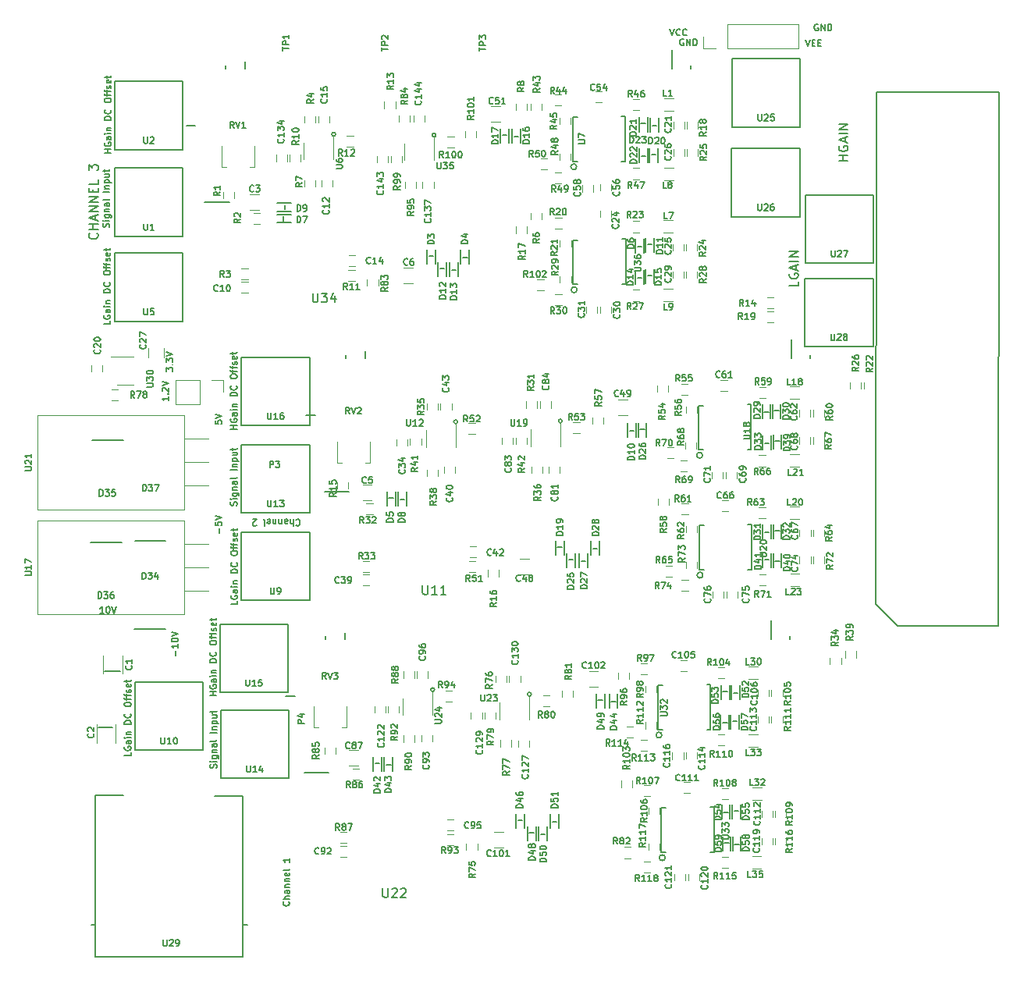
<source format=gbr>
G04 #@! TF.GenerationSoftware,KiCad,Pcbnew,(5.1.5-0-10_14)*
G04 #@! TF.CreationDate,2021-05-04T13:32:50-04:00*
G04 #@! TF.ProjectId,FEA,4645412e-6b69-4636-9164-5f7063625858,rev?*
G04 #@! TF.SameCoordinates,Original*
G04 #@! TF.FileFunction,Legend,Top*
G04 #@! TF.FilePolarity,Positive*
%FSLAX46Y46*%
G04 Gerber Fmt 4.6, Leading zero omitted, Abs format (unit mm)*
G04 Created by KiCad (PCBNEW (5.1.5-0-10_14)) date 2021-05-04 13:32:50*
%MOMM*%
%LPD*%
G04 APERTURE LIST*
%ADD10C,0.150000*%
%ADD11C,0.120000*%
G04 APERTURE END LIST*
D10*
X22000000Y-167100000D02*
X23500000Y-167100000D01*
X22650000Y-160950000D02*
X24350000Y-160950000D01*
X37066666Y-153366666D02*
X37066666Y-153700000D01*
X36366666Y-153700000D01*
X36400000Y-152766666D02*
X36366666Y-152833333D01*
X36366666Y-152933333D01*
X36400000Y-153033333D01*
X36466666Y-153100000D01*
X36533333Y-153133333D01*
X36666666Y-153166666D01*
X36766666Y-153166666D01*
X36900000Y-153133333D01*
X36966666Y-153100000D01*
X37033333Y-153033333D01*
X37066666Y-152933333D01*
X37066666Y-152866666D01*
X37033333Y-152766666D01*
X37000000Y-152733333D01*
X36766666Y-152733333D01*
X36766666Y-152866666D01*
X37066666Y-152133333D02*
X36700000Y-152133333D01*
X36633333Y-152166666D01*
X36600000Y-152233333D01*
X36600000Y-152366666D01*
X36633333Y-152433333D01*
X37033333Y-152133333D02*
X37066666Y-152200000D01*
X37066666Y-152366666D01*
X37033333Y-152433333D01*
X36966666Y-152466666D01*
X36900000Y-152466666D01*
X36833333Y-152433333D01*
X36800000Y-152366666D01*
X36800000Y-152200000D01*
X36766666Y-152133333D01*
X37066666Y-151800000D02*
X36600000Y-151800000D01*
X36366666Y-151800000D02*
X36400000Y-151833333D01*
X36433333Y-151800000D01*
X36400000Y-151766666D01*
X36366666Y-151800000D01*
X36433333Y-151800000D01*
X36600000Y-151466666D02*
X37066666Y-151466666D01*
X36666666Y-151466666D02*
X36633333Y-151433333D01*
X36600000Y-151366666D01*
X36600000Y-151266666D01*
X36633333Y-151200000D01*
X36700000Y-151166666D01*
X37066666Y-151166666D01*
X37066666Y-150300000D02*
X36366666Y-150300000D01*
X36366666Y-150133333D01*
X36400000Y-150033333D01*
X36466666Y-149966666D01*
X36533333Y-149933333D01*
X36666666Y-149900000D01*
X36766666Y-149900000D01*
X36900000Y-149933333D01*
X36966666Y-149966666D01*
X37033333Y-150033333D01*
X37066666Y-150133333D01*
X37066666Y-150300000D01*
X37000000Y-149200000D02*
X37033333Y-149233333D01*
X37066666Y-149333333D01*
X37066666Y-149400000D01*
X37033333Y-149500000D01*
X36966666Y-149566666D01*
X36900000Y-149600000D01*
X36766666Y-149633333D01*
X36666666Y-149633333D01*
X36533333Y-149600000D01*
X36466666Y-149566666D01*
X36400000Y-149500000D01*
X36366666Y-149400000D01*
X36366666Y-149333333D01*
X36400000Y-149233333D01*
X36433333Y-149200000D01*
X36366666Y-148233333D02*
X36366666Y-148100000D01*
X36400000Y-148033333D01*
X36466666Y-147966666D01*
X36600000Y-147933333D01*
X36833333Y-147933333D01*
X36966666Y-147966666D01*
X37033333Y-148033333D01*
X37066666Y-148100000D01*
X37066666Y-148233333D01*
X37033333Y-148300000D01*
X36966666Y-148366666D01*
X36833333Y-148400000D01*
X36600000Y-148400000D01*
X36466666Y-148366666D01*
X36400000Y-148300000D01*
X36366666Y-148233333D01*
X36600000Y-147733333D02*
X36600000Y-147466666D01*
X37066666Y-147633333D02*
X36466666Y-147633333D01*
X36400000Y-147600000D01*
X36366666Y-147533333D01*
X36366666Y-147466666D01*
X36600000Y-147333333D02*
X36600000Y-147066666D01*
X37066666Y-147233333D02*
X36466666Y-147233333D01*
X36400000Y-147200000D01*
X36366666Y-147133333D01*
X36366666Y-147066666D01*
X37033333Y-146866666D02*
X37066666Y-146800000D01*
X37066666Y-146666666D01*
X37033333Y-146600000D01*
X36966666Y-146566666D01*
X36933333Y-146566666D01*
X36866666Y-146600000D01*
X36833333Y-146666666D01*
X36833333Y-146766666D01*
X36800000Y-146833333D01*
X36733333Y-146866666D01*
X36700000Y-146866666D01*
X36633333Y-146833333D01*
X36600000Y-146766666D01*
X36600000Y-146666666D01*
X36633333Y-146600000D01*
X37033333Y-146000000D02*
X37066666Y-146066666D01*
X37066666Y-146200000D01*
X37033333Y-146266666D01*
X36966666Y-146300000D01*
X36700000Y-146300000D01*
X36633333Y-146266666D01*
X36600000Y-146200000D01*
X36600000Y-146066666D01*
X36633333Y-146000000D01*
X36700000Y-145966666D01*
X36766666Y-145966666D01*
X36833333Y-146300000D01*
X36600000Y-145766666D02*
X36600000Y-145500000D01*
X36366666Y-145666666D02*
X36966666Y-145666666D01*
X37033333Y-145633333D01*
X37066666Y-145566666D01*
X37066666Y-145500000D01*
X37016666Y-134683333D02*
X36316666Y-134683333D01*
X36650000Y-134683333D02*
X36650000Y-134283333D01*
X37016666Y-134283333D02*
X36316666Y-134283333D01*
X36350000Y-133583333D02*
X36316666Y-133650000D01*
X36316666Y-133750000D01*
X36350000Y-133850000D01*
X36416666Y-133916666D01*
X36483333Y-133950000D01*
X36616666Y-133983333D01*
X36716666Y-133983333D01*
X36850000Y-133950000D01*
X36916666Y-133916666D01*
X36983333Y-133850000D01*
X37016666Y-133750000D01*
X37016666Y-133683333D01*
X36983333Y-133583333D01*
X36950000Y-133550000D01*
X36716666Y-133550000D01*
X36716666Y-133683333D01*
X37016666Y-132950000D02*
X36650000Y-132950000D01*
X36583333Y-132983333D01*
X36550000Y-133050000D01*
X36550000Y-133183333D01*
X36583333Y-133250000D01*
X36983333Y-132950000D02*
X37016666Y-133016666D01*
X37016666Y-133183333D01*
X36983333Y-133250000D01*
X36916666Y-133283333D01*
X36850000Y-133283333D01*
X36783333Y-133250000D01*
X36750000Y-133183333D01*
X36750000Y-133016666D01*
X36716666Y-132950000D01*
X37016666Y-132616666D02*
X36550000Y-132616666D01*
X36316666Y-132616666D02*
X36350000Y-132650000D01*
X36383333Y-132616666D01*
X36350000Y-132583333D01*
X36316666Y-132616666D01*
X36383333Y-132616666D01*
X36550000Y-132283333D02*
X37016666Y-132283333D01*
X36616666Y-132283333D02*
X36583333Y-132250000D01*
X36550000Y-132183333D01*
X36550000Y-132083333D01*
X36583333Y-132016666D01*
X36650000Y-131983333D01*
X37016666Y-131983333D01*
X37016666Y-131116666D02*
X36316666Y-131116666D01*
X36316666Y-130950000D01*
X36350000Y-130850000D01*
X36416666Y-130783333D01*
X36483333Y-130750000D01*
X36616666Y-130716666D01*
X36716666Y-130716666D01*
X36850000Y-130750000D01*
X36916666Y-130783333D01*
X36983333Y-130850000D01*
X37016666Y-130950000D01*
X37016666Y-131116666D01*
X36950000Y-130016666D02*
X36983333Y-130050000D01*
X37016666Y-130150000D01*
X37016666Y-130216666D01*
X36983333Y-130316666D01*
X36916666Y-130383333D01*
X36850000Y-130416666D01*
X36716666Y-130450000D01*
X36616666Y-130450000D01*
X36483333Y-130416666D01*
X36416666Y-130383333D01*
X36350000Y-130316666D01*
X36316666Y-130216666D01*
X36316666Y-130150000D01*
X36350000Y-130050000D01*
X36383333Y-130016666D01*
X36316666Y-129050000D02*
X36316666Y-128916666D01*
X36350000Y-128850000D01*
X36416666Y-128783333D01*
X36550000Y-128750000D01*
X36783333Y-128750000D01*
X36916666Y-128783333D01*
X36983333Y-128850000D01*
X37016666Y-128916666D01*
X37016666Y-129050000D01*
X36983333Y-129116666D01*
X36916666Y-129183333D01*
X36783333Y-129216666D01*
X36550000Y-129216666D01*
X36416666Y-129183333D01*
X36350000Y-129116666D01*
X36316666Y-129050000D01*
X36550000Y-128550000D02*
X36550000Y-128283333D01*
X37016666Y-128450000D02*
X36416666Y-128450000D01*
X36350000Y-128416666D01*
X36316666Y-128350000D01*
X36316666Y-128283333D01*
X36550000Y-128150000D02*
X36550000Y-127883333D01*
X37016666Y-128050000D02*
X36416666Y-128050000D01*
X36350000Y-128016666D01*
X36316666Y-127950000D01*
X36316666Y-127883333D01*
X36983333Y-127683333D02*
X37016666Y-127616666D01*
X37016666Y-127483333D01*
X36983333Y-127416666D01*
X36916666Y-127383333D01*
X36883333Y-127383333D01*
X36816666Y-127416666D01*
X36783333Y-127483333D01*
X36783333Y-127583333D01*
X36750000Y-127650000D01*
X36683333Y-127683333D01*
X36650000Y-127683333D01*
X36583333Y-127650000D01*
X36550000Y-127583333D01*
X36550000Y-127483333D01*
X36583333Y-127416666D01*
X36983333Y-126816666D02*
X37016666Y-126883333D01*
X37016666Y-127016666D01*
X36983333Y-127083333D01*
X36916666Y-127116666D01*
X36650000Y-127116666D01*
X36583333Y-127083333D01*
X36550000Y-127016666D01*
X36550000Y-126883333D01*
X36583333Y-126816666D01*
X36650000Y-126783333D01*
X36716666Y-126783333D01*
X36783333Y-127116666D01*
X36550000Y-126583333D02*
X36550000Y-126316666D01*
X36316666Y-126483333D02*
X36916666Y-126483333D01*
X36983333Y-126450000D01*
X37016666Y-126383333D01*
X37016666Y-126316666D01*
X25516666Y-169766666D02*
X25516666Y-170100000D01*
X24816666Y-170100000D01*
X24850000Y-169166666D02*
X24816666Y-169233333D01*
X24816666Y-169333333D01*
X24850000Y-169433333D01*
X24916666Y-169500000D01*
X24983333Y-169533333D01*
X25116666Y-169566666D01*
X25216666Y-169566666D01*
X25350000Y-169533333D01*
X25416666Y-169500000D01*
X25483333Y-169433333D01*
X25516666Y-169333333D01*
X25516666Y-169266666D01*
X25483333Y-169166666D01*
X25450000Y-169133333D01*
X25216666Y-169133333D01*
X25216666Y-169266666D01*
X25516666Y-168533333D02*
X25150000Y-168533333D01*
X25083333Y-168566666D01*
X25050000Y-168633333D01*
X25050000Y-168766666D01*
X25083333Y-168833333D01*
X25483333Y-168533333D02*
X25516666Y-168600000D01*
X25516666Y-168766666D01*
X25483333Y-168833333D01*
X25416666Y-168866666D01*
X25350000Y-168866666D01*
X25283333Y-168833333D01*
X25250000Y-168766666D01*
X25250000Y-168600000D01*
X25216666Y-168533333D01*
X25516666Y-168200000D02*
X25050000Y-168200000D01*
X24816666Y-168200000D02*
X24850000Y-168233333D01*
X24883333Y-168200000D01*
X24850000Y-168166666D01*
X24816666Y-168200000D01*
X24883333Y-168200000D01*
X25050000Y-167866666D02*
X25516666Y-167866666D01*
X25116666Y-167866666D02*
X25083333Y-167833333D01*
X25050000Y-167766666D01*
X25050000Y-167666666D01*
X25083333Y-167600000D01*
X25150000Y-167566666D01*
X25516666Y-167566666D01*
X25516666Y-166700000D02*
X24816666Y-166700000D01*
X24816666Y-166533333D01*
X24850000Y-166433333D01*
X24916666Y-166366666D01*
X24983333Y-166333333D01*
X25116666Y-166300000D01*
X25216666Y-166300000D01*
X25350000Y-166333333D01*
X25416666Y-166366666D01*
X25483333Y-166433333D01*
X25516666Y-166533333D01*
X25516666Y-166700000D01*
X25450000Y-165600000D02*
X25483333Y-165633333D01*
X25516666Y-165733333D01*
X25516666Y-165800000D01*
X25483333Y-165900000D01*
X25416666Y-165966666D01*
X25350000Y-166000000D01*
X25216666Y-166033333D01*
X25116666Y-166033333D01*
X24983333Y-166000000D01*
X24916666Y-165966666D01*
X24850000Y-165900000D01*
X24816666Y-165800000D01*
X24816666Y-165733333D01*
X24850000Y-165633333D01*
X24883333Y-165600000D01*
X24816666Y-164633333D02*
X24816666Y-164500000D01*
X24850000Y-164433333D01*
X24916666Y-164366666D01*
X25050000Y-164333333D01*
X25283333Y-164333333D01*
X25416666Y-164366666D01*
X25483333Y-164433333D01*
X25516666Y-164500000D01*
X25516666Y-164633333D01*
X25483333Y-164700000D01*
X25416666Y-164766666D01*
X25283333Y-164800000D01*
X25050000Y-164800000D01*
X24916666Y-164766666D01*
X24850000Y-164700000D01*
X24816666Y-164633333D01*
X25050000Y-164133333D02*
X25050000Y-163866666D01*
X25516666Y-164033333D02*
X24916666Y-164033333D01*
X24850000Y-164000000D01*
X24816666Y-163933333D01*
X24816666Y-163866666D01*
X25050000Y-163733333D02*
X25050000Y-163466666D01*
X25516666Y-163633333D02*
X24916666Y-163633333D01*
X24850000Y-163600000D01*
X24816666Y-163533333D01*
X24816666Y-163466666D01*
X25483333Y-163266666D02*
X25516666Y-163200000D01*
X25516666Y-163066666D01*
X25483333Y-163000000D01*
X25416666Y-162966666D01*
X25383333Y-162966666D01*
X25316666Y-163000000D01*
X25283333Y-163066666D01*
X25283333Y-163166666D01*
X25250000Y-163233333D01*
X25183333Y-163266666D01*
X25150000Y-163266666D01*
X25083333Y-163233333D01*
X25050000Y-163166666D01*
X25050000Y-163066666D01*
X25083333Y-163000000D01*
X25483333Y-162400000D02*
X25516666Y-162466666D01*
X25516666Y-162600000D01*
X25483333Y-162666666D01*
X25416666Y-162700000D01*
X25150000Y-162700000D01*
X25083333Y-162666666D01*
X25050000Y-162600000D01*
X25050000Y-162466666D01*
X25083333Y-162400000D01*
X25150000Y-162366666D01*
X25216666Y-162366666D01*
X25283333Y-162700000D01*
X25050000Y-162166666D02*
X25050000Y-161900000D01*
X24816666Y-162066666D02*
X25416666Y-162066666D01*
X25483333Y-162033333D01*
X25516666Y-161966666D01*
X25516666Y-161900000D01*
X34766666Y-163583333D02*
X34066666Y-163583333D01*
X34400000Y-163583333D02*
X34400000Y-163183333D01*
X34766666Y-163183333D02*
X34066666Y-163183333D01*
X34100000Y-162483333D02*
X34066666Y-162550000D01*
X34066666Y-162650000D01*
X34100000Y-162750000D01*
X34166666Y-162816666D01*
X34233333Y-162850000D01*
X34366666Y-162883333D01*
X34466666Y-162883333D01*
X34600000Y-162850000D01*
X34666666Y-162816666D01*
X34733333Y-162750000D01*
X34766666Y-162650000D01*
X34766666Y-162583333D01*
X34733333Y-162483333D01*
X34700000Y-162450000D01*
X34466666Y-162450000D01*
X34466666Y-162583333D01*
X34766666Y-161850000D02*
X34400000Y-161850000D01*
X34333333Y-161883333D01*
X34300000Y-161950000D01*
X34300000Y-162083333D01*
X34333333Y-162150000D01*
X34733333Y-161850000D02*
X34766666Y-161916666D01*
X34766666Y-162083333D01*
X34733333Y-162150000D01*
X34666666Y-162183333D01*
X34600000Y-162183333D01*
X34533333Y-162150000D01*
X34500000Y-162083333D01*
X34500000Y-161916666D01*
X34466666Y-161850000D01*
X34766666Y-161516666D02*
X34300000Y-161516666D01*
X34066666Y-161516666D02*
X34100000Y-161550000D01*
X34133333Y-161516666D01*
X34100000Y-161483333D01*
X34066666Y-161516666D01*
X34133333Y-161516666D01*
X34300000Y-161183333D02*
X34766666Y-161183333D01*
X34366666Y-161183333D02*
X34333333Y-161150000D01*
X34300000Y-161083333D01*
X34300000Y-160983333D01*
X34333333Y-160916666D01*
X34400000Y-160883333D01*
X34766666Y-160883333D01*
X34766666Y-160016666D02*
X34066666Y-160016666D01*
X34066666Y-159850000D01*
X34100000Y-159750000D01*
X34166666Y-159683333D01*
X34233333Y-159650000D01*
X34366666Y-159616666D01*
X34466666Y-159616666D01*
X34600000Y-159650000D01*
X34666666Y-159683333D01*
X34733333Y-159750000D01*
X34766666Y-159850000D01*
X34766666Y-160016666D01*
X34700000Y-158916666D02*
X34733333Y-158950000D01*
X34766666Y-159050000D01*
X34766666Y-159116666D01*
X34733333Y-159216666D01*
X34666666Y-159283333D01*
X34600000Y-159316666D01*
X34466666Y-159350000D01*
X34366666Y-159350000D01*
X34233333Y-159316666D01*
X34166666Y-159283333D01*
X34100000Y-159216666D01*
X34066666Y-159116666D01*
X34066666Y-159050000D01*
X34100000Y-158950000D01*
X34133333Y-158916666D01*
X34066666Y-157950000D02*
X34066666Y-157816666D01*
X34100000Y-157750000D01*
X34166666Y-157683333D01*
X34300000Y-157650000D01*
X34533333Y-157650000D01*
X34666666Y-157683333D01*
X34733333Y-157750000D01*
X34766666Y-157816666D01*
X34766666Y-157950000D01*
X34733333Y-158016666D01*
X34666666Y-158083333D01*
X34533333Y-158116666D01*
X34300000Y-158116666D01*
X34166666Y-158083333D01*
X34100000Y-158016666D01*
X34066666Y-157950000D01*
X34300000Y-157450000D02*
X34300000Y-157183333D01*
X34766666Y-157350000D02*
X34166666Y-157350000D01*
X34100000Y-157316666D01*
X34066666Y-157250000D01*
X34066666Y-157183333D01*
X34300000Y-157050000D02*
X34300000Y-156783333D01*
X34766666Y-156950000D02*
X34166666Y-156950000D01*
X34100000Y-156916666D01*
X34066666Y-156850000D01*
X34066666Y-156783333D01*
X34733333Y-156583333D02*
X34766666Y-156516666D01*
X34766666Y-156383333D01*
X34733333Y-156316666D01*
X34666666Y-156283333D01*
X34633333Y-156283333D01*
X34566666Y-156316666D01*
X34533333Y-156383333D01*
X34533333Y-156483333D01*
X34500000Y-156550000D01*
X34433333Y-156583333D01*
X34400000Y-156583333D01*
X34333333Y-156550000D01*
X34300000Y-156483333D01*
X34300000Y-156383333D01*
X34333333Y-156316666D01*
X34733333Y-155716666D02*
X34766666Y-155783333D01*
X34766666Y-155916666D01*
X34733333Y-155983333D01*
X34666666Y-156016666D01*
X34400000Y-156016666D01*
X34333333Y-155983333D01*
X34300000Y-155916666D01*
X34300000Y-155783333D01*
X34333333Y-155716666D01*
X34400000Y-155683333D01*
X34466666Y-155683333D01*
X34533333Y-156016666D01*
X34300000Y-155483333D02*
X34300000Y-155216666D01*
X34066666Y-155383333D02*
X34666666Y-155383333D01*
X34733333Y-155350000D01*
X34766666Y-155283333D01*
X34766666Y-155216666D01*
X23266666Y-122966666D02*
X23266666Y-123300000D01*
X22566666Y-123300000D01*
X22600000Y-122366666D02*
X22566666Y-122433333D01*
X22566666Y-122533333D01*
X22600000Y-122633333D01*
X22666666Y-122700000D01*
X22733333Y-122733333D01*
X22866666Y-122766666D01*
X22966666Y-122766666D01*
X23100000Y-122733333D01*
X23166666Y-122700000D01*
X23233333Y-122633333D01*
X23266666Y-122533333D01*
X23266666Y-122466666D01*
X23233333Y-122366666D01*
X23200000Y-122333333D01*
X22966666Y-122333333D01*
X22966666Y-122466666D01*
X23266666Y-121733333D02*
X22900000Y-121733333D01*
X22833333Y-121766666D01*
X22800000Y-121833333D01*
X22800000Y-121966666D01*
X22833333Y-122033333D01*
X23233333Y-121733333D02*
X23266666Y-121800000D01*
X23266666Y-121966666D01*
X23233333Y-122033333D01*
X23166666Y-122066666D01*
X23100000Y-122066666D01*
X23033333Y-122033333D01*
X23000000Y-121966666D01*
X23000000Y-121800000D01*
X22966666Y-121733333D01*
X23266666Y-121400000D02*
X22800000Y-121400000D01*
X22566666Y-121400000D02*
X22600000Y-121433333D01*
X22633333Y-121400000D01*
X22600000Y-121366666D01*
X22566666Y-121400000D01*
X22633333Y-121400000D01*
X22800000Y-121066666D02*
X23266666Y-121066666D01*
X22866666Y-121066666D02*
X22833333Y-121033333D01*
X22800000Y-120966666D01*
X22800000Y-120866666D01*
X22833333Y-120800000D01*
X22900000Y-120766666D01*
X23266666Y-120766666D01*
X23266666Y-119900000D02*
X22566666Y-119900000D01*
X22566666Y-119733333D01*
X22600000Y-119633333D01*
X22666666Y-119566666D01*
X22733333Y-119533333D01*
X22866666Y-119500000D01*
X22966666Y-119500000D01*
X23100000Y-119533333D01*
X23166666Y-119566666D01*
X23233333Y-119633333D01*
X23266666Y-119733333D01*
X23266666Y-119900000D01*
X23200000Y-118800000D02*
X23233333Y-118833333D01*
X23266666Y-118933333D01*
X23266666Y-119000000D01*
X23233333Y-119100000D01*
X23166666Y-119166666D01*
X23100000Y-119200000D01*
X22966666Y-119233333D01*
X22866666Y-119233333D01*
X22733333Y-119200000D01*
X22666666Y-119166666D01*
X22600000Y-119100000D01*
X22566666Y-119000000D01*
X22566666Y-118933333D01*
X22600000Y-118833333D01*
X22633333Y-118800000D01*
X22566666Y-117833333D02*
X22566666Y-117700000D01*
X22600000Y-117633333D01*
X22666666Y-117566666D01*
X22800000Y-117533333D01*
X23033333Y-117533333D01*
X23166666Y-117566666D01*
X23233333Y-117633333D01*
X23266666Y-117700000D01*
X23266666Y-117833333D01*
X23233333Y-117900000D01*
X23166666Y-117966666D01*
X23033333Y-118000000D01*
X22800000Y-118000000D01*
X22666666Y-117966666D01*
X22600000Y-117900000D01*
X22566666Y-117833333D01*
X22800000Y-117333333D02*
X22800000Y-117066666D01*
X23266666Y-117233333D02*
X22666666Y-117233333D01*
X22600000Y-117200000D01*
X22566666Y-117133333D01*
X22566666Y-117066666D01*
X22800000Y-116933333D02*
X22800000Y-116666666D01*
X23266666Y-116833333D02*
X22666666Y-116833333D01*
X22600000Y-116800000D01*
X22566666Y-116733333D01*
X22566666Y-116666666D01*
X23233333Y-116466666D02*
X23266666Y-116400000D01*
X23266666Y-116266666D01*
X23233333Y-116200000D01*
X23166666Y-116166666D01*
X23133333Y-116166666D01*
X23066666Y-116200000D01*
X23033333Y-116266666D01*
X23033333Y-116366666D01*
X23000000Y-116433333D01*
X22933333Y-116466666D01*
X22900000Y-116466666D01*
X22833333Y-116433333D01*
X22800000Y-116366666D01*
X22800000Y-116266666D01*
X22833333Y-116200000D01*
X23233333Y-115600000D02*
X23266666Y-115666666D01*
X23266666Y-115800000D01*
X23233333Y-115866666D01*
X23166666Y-115900000D01*
X22900000Y-115900000D01*
X22833333Y-115866666D01*
X22800000Y-115800000D01*
X22800000Y-115666666D01*
X22833333Y-115600000D01*
X22900000Y-115566666D01*
X22966666Y-115566666D01*
X23033333Y-115900000D01*
X22800000Y-115366666D02*
X22800000Y-115100000D01*
X22566666Y-115266666D02*
X23166666Y-115266666D01*
X23233333Y-115233333D01*
X23266666Y-115166666D01*
X23266666Y-115100000D01*
X35100000Y-146000000D02*
X35100000Y-145466666D01*
X34666666Y-144800000D02*
X34666666Y-145133333D01*
X35000000Y-145166666D01*
X34966666Y-145133333D01*
X34933333Y-145066666D01*
X34933333Y-144900000D01*
X34966666Y-144833333D01*
X35000000Y-144800000D01*
X35066666Y-144766666D01*
X35233333Y-144766666D01*
X35300000Y-144800000D01*
X35333333Y-144833333D01*
X35366666Y-144900000D01*
X35366666Y-145066666D01*
X35333333Y-145133333D01*
X35300000Y-145166666D01*
X34666666Y-144566666D02*
X35366666Y-144333333D01*
X34666666Y-144100000D01*
X34666666Y-133783333D02*
X34666666Y-134116666D01*
X35000000Y-134150000D01*
X34966666Y-134116666D01*
X34933333Y-134050000D01*
X34933333Y-133883333D01*
X34966666Y-133816666D01*
X35000000Y-133783333D01*
X35066666Y-133750000D01*
X35233333Y-133750000D01*
X35300000Y-133783333D01*
X35333333Y-133816666D01*
X35366666Y-133883333D01*
X35366666Y-134050000D01*
X35333333Y-134116666D01*
X35300000Y-134150000D01*
X34666666Y-133550000D02*
X35366666Y-133316666D01*
X34666666Y-133083333D01*
X42650000Y-185983333D02*
X42683333Y-186016666D01*
X42716666Y-186116666D01*
X42716666Y-186183333D01*
X42683333Y-186283333D01*
X42616666Y-186350000D01*
X42550000Y-186383333D01*
X42416666Y-186416666D01*
X42316666Y-186416666D01*
X42183333Y-186383333D01*
X42116666Y-186350000D01*
X42050000Y-186283333D01*
X42016666Y-186183333D01*
X42016666Y-186116666D01*
X42050000Y-186016666D01*
X42083333Y-185983333D01*
X42716666Y-185683333D02*
X42016666Y-185683333D01*
X42716666Y-185383333D02*
X42350000Y-185383333D01*
X42283333Y-185416666D01*
X42250000Y-185483333D01*
X42250000Y-185583333D01*
X42283333Y-185650000D01*
X42316666Y-185683333D01*
X42716666Y-184750000D02*
X42350000Y-184750000D01*
X42283333Y-184783333D01*
X42250000Y-184850000D01*
X42250000Y-184983333D01*
X42283333Y-185050000D01*
X42683333Y-184750000D02*
X42716666Y-184816666D01*
X42716666Y-184983333D01*
X42683333Y-185050000D01*
X42616666Y-185083333D01*
X42550000Y-185083333D01*
X42483333Y-185050000D01*
X42450000Y-184983333D01*
X42450000Y-184816666D01*
X42416666Y-184750000D01*
X42250000Y-184416666D02*
X42716666Y-184416666D01*
X42316666Y-184416666D02*
X42283333Y-184383333D01*
X42250000Y-184316666D01*
X42250000Y-184216666D01*
X42283333Y-184150000D01*
X42350000Y-184116666D01*
X42716666Y-184116666D01*
X42250000Y-183783333D02*
X42716666Y-183783333D01*
X42316666Y-183783333D02*
X42283333Y-183750000D01*
X42250000Y-183683333D01*
X42250000Y-183583333D01*
X42283333Y-183516666D01*
X42350000Y-183483333D01*
X42716666Y-183483333D01*
X42683333Y-182883333D02*
X42716666Y-182950000D01*
X42716666Y-183083333D01*
X42683333Y-183150000D01*
X42616666Y-183183333D01*
X42350000Y-183183333D01*
X42283333Y-183150000D01*
X42250000Y-183083333D01*
X42250000Y-182950000D01*
X42283333Y-182883333D01*
X42350000Y-182850000D01*
X42416666Y-182850000D01*
X42483333Y-183183333D01*
X42716666Y-182450000D02*
X42683333Y-182516666D01*
X42616666Y-182550000D01*
X42016666Y-182550000D01*
X42716666Y-181283333D02*
X42716666Y-181683333D01*
X42716666Y-181483333D02*
X42016666Y-181483333D01*
X42116666Y-181550000D01*
X42183333Y-181616666D01*
X42216666Y-181683333D01*
X43433333Y-144550000D02*
X43466666Y-144516666D01*
X43566666Y-144483333D01*
X43633333Y-144483333D01*
X43733333Y-144516666D01*
X43800000Y-144583333D01*
X43833333Y-144650000D01*
X43866666Y-144783333D01*
X43866666Y-144883333D01*
X43833333Y-145016666D01*
X43800000Y-145083333D01*
X43733333Y-145150000D01*
X43633333Y-145183333D01*
X43566666Y-145183333D01*
X43466666Y-145150000D01*
X43433333Y-145116666D01*
X43133333Y-144483333D02*
X43133333Y-145183333D01*
X42833333Y-144483333D02*
X42833333Y-144850000D01*
X42866666Y-144916666D01*
X42933333Y-144950000D01*
X43033333Y-144950000D01*
X43100000Y-144916666D01*
X43133333Y-144883333D01*
X42200000Y-144483333D02*
X42200000Y-144850000D01*
X42233333Y-144916666D01*
X42300000Y-144950000D01*
X42433333Y-144950000D01*
X42500000Y-144916666D01*
X42200000Y-144516666D02*
X42266666Y-144483333D01*
X42433333Y-144483333D01*
X42500000Y-144516666D01*
X42533333Y-144583333D01*
X42533333Y-144650000D01*
X42500000Y-144716666D01*
X42433333Y-144750000D01*
X42266666Y-144750000D01*
X42200000Y-144783333D01*
X41866666Y-144950000D02*
X41866666Y-144483333D01*
X41866666Y-144883333D02*
X41833333Y-144916666D01*
X41766666Y-144950000D01*
X41666666Y-144950000D01*
X41600000Y-144916666D01*
X41566666Y-144850000D01*
X41566666Y-144483333D01*
X41233333Y-144950000D02*
X41233333Y-144483333D01*
X41233333Y-144883333D02*
X41200000Y-144916666D01*
X41133333Y-144950000D01*
X41033333Y-144950000D01*
X40966666Y-144916666D01*
X40933333Y-144850000D01*
X40933333Y-144483333D01*
X40333333Y-144516666D02*
X40400000Y-144483333D01*
X40533333Y-144483333D01*
X40600000Y-144516666D01*
X40633333Y-144583333D01*
X40633333Y-144850000D01*
X40600000Y-144916666D01*
X40533333Y-144950000D01*
X40400000Y-144950000D01*
X40333333Y-144916666D01*
X40300000Y-144850000D01*
X40300000Y-144783333D01*
X40633333Y-144716666D01*
X39900000Y-144483333D02*
X39966666Y-144516666D01*
X40000000Y-144583333D01*
X40000000Y-145183333D01*
X39133333Y-145116666D02*
X39100000Y-145150000D01*
X39033333Y-145183333D01*
X38866666Y-145183333D01*
X38800000Y-145150000D01*
X38766666Y-145116666D01*
X38733333Y-145050000D01*
X38733333Y-144983333D01*
X38766666Y-144883333D01*
X39166666Y-144483333D01*
X38733333Y-144483333D01*
X21857142Y-113454761D02*
X21904761Y-113502380D01*
X21952380Y-113645238D01*
X21952380Y-113740476D01*
X21904761Y-113883333D01*
X21809523Y-113978571D01*
X21714285Y-114026190D01*
X21523809Y-114073809D01*
X21380952Y-114073809D01*
X21190476Y-114026190D01*
X21095238Y-113978571D01*
X21000000Y-113883333D01*
X20952380Y-113740476D01*
X20952380Y-113645238D01*
X21000000Y-113502380D01*
X21047619Y-113454761D01*
X21952380Y-113026190D02*
X20952380Y-113026190D01*
X21428571Y-113026190D02*
X21428571Y-112454761D01*
X21952380Y-112454761D02*
X20952380Y-112454761D01*
X21666666Y-112026190D02*
X21666666Y-111550000D01*
X21952380Y-112121428D02*
X20952380Y-111788095D01*
X21952380Y-111454761D01*
X21952380Y-111121428D02*
X20952380Y-111121428D01*
X21952380Y-110550000D01*
X20952380Y-110550000D01*
X21952380Y-110073809D02*
X20952380Y-110073809D01*
X21952380Y-109502380D01*
X20952380Y-109502380D01*
X21428571Y-109026190D02*
X21428571Y-108692857D01*
X21952380Y-108550000D02*
X21952380Y-109026190D01*
X20952380Y-109026190D01*
X20952380Y-108550000D01*
X21952380Y-107645238D02*
X21952380Y-108121428D01*
X20952380Y-108121428D01*
X20952380Y-106645238D02*
X20952380Y-106026190D01*
X21333333Y-106359523D01*
X21333333Y-106216666D01*
X21380952Y-106121428D01*
X21428571Y-106073809D01*
X21523809Y-106026190D01*
X21761904Y-106026190D01*
X21857142Y-106073809D01*
X21904761Y-106121428D01*
X21952380Y-106216666D01*
X21952380Y-106502380D01*
X21904761Y-106597619D01*
X21857142Y-106645238D01*
X100056666Y-90810000D02*
X99990000Y-90776666D01*
X99890000Y-90776666D01*
X99790000Y-90810000D01*
X99723333Y-90876666D01*
X99690000Y-90943333D01*
X99656666Y-91076666D01*
X99656666Y-91176666D01*
X99690000Y-91310000D01*
X99723333Y-91376666D01*
X99790000Y-91443333D01*
X99890000Y-91476666D01*
X99956666Y-91476666D01*
X100056666Y-91443333D01*
X100090000Y-91410000D01*
X100090000Y-91176666D01*
X99956666Y-91176666D01*
X100390000Y-91476666D02*
X100390000Y-90776666D01*
X100790000Y-91476666D01*
X100790000Y-90776666D01*
X101123333Y-91476666D02*
X101123333Y-90776666D01*
X101290000Y-90776666D01*
X101390000Y-90810000D01*
X101456666Y-90876666D01*
X101490000Y-90943333D01*
X101523333Y-91076666D01*
X101523333Y-91176666D01*
X101490000Y-91310000D01*
X101456666Y-91376666D01*
X101390000Y-91443333D01*
X101290000Y-91476666D01*
X101123333Y-91476666D01*
X98713333Y-92476666D02*
X98946666Y-93176666D01*
X99180000Y-92476666D01*
X99413333Y-92810000D02*
X99646666Y-92810000D01*
X99746666Y-93176666D02*
X99413333Y-93176666D01*
X99413333Y-92476666D01*
X99746666Y-92476666D01*
X100046666Y-92810000D02*
X100280000Y-92810000D01*
X100380000Y-93176666D02*
X100046666Y-93176666D01*
X100046666Y-92476666D01*
X100380000Y-92476666D01*
X85466666Y-92420000D02*
X85400000Y-92386666D01*
X85300000Y-92386666D01*
X85200000Y-92420000D01*
X85133333Y-92486666D01*
X85100000Y-92553333D01*
X85066666Y-92686666D01*
X85066666Y-92786666D01*
X85100000Y-92920000D01*
X85133333Y-92986666D01*
X85200000Y-93053333D01*
X85300000Y-93086666D01*
X85366666Y-93086666D01*
X85466666Y-93053333D01*
X85500000Y-93020000D01*
X85500000Y-92786666D01*
X85366666Y-92786666D01*
X85800000Y-93086666D02*
X85800000Y-92386666D01*
X86200000Y-93086666D01*
X86200000Y-92386666D01*
X86533333Y-93086666D02*
X86533333Y-92386666D01*
X86700000Y-92386666D01*
X86800000Y-92420000D01*
X86866666Y-92486666D01*
X86900000Y-92553333D01*
X86933333Y-92686666D01*
X86933333Y-92786666D01*
X86900000Y-92920000D01*
X86866666Y-92986666D01*
X86800000Y-93053333D01*
X86700000Y-93086666D01*
X86533333Y-93086666D01*
X83996666Y-91306666D02*
X84230000Y-92006666D01*
X84463333Y-91306666D01*
X85096666Y-91940000D02*
X85063333Y-91973333D01*
X84963333Y-92006666D01*
X84896666Y-92006666D01*
X84796666Y-91973333D01*
X84730000Y-91906666D01*
X84696666Y-91840000D01*
X84663333Y-91706666D01*
X84663333Y-91606666D01*
X84696666Y-91473333D01*
X84730000Y-91406666D01*
X84796666Y-91340000D01*
X84896666Y-91306666D01*
X84963333Y-91306666D01*
X85063333Y-91340000D01*
X85096666Y-91373333D01*
X85796666Y-91940000D02*
X85763333Y-91973333D01*
X85663333Y-92006666D01*
X85596666Y-92006666D01*
X85496666Y-91973333D01*
X85430000Y-91906666D01*
X85396666Y-91840000D01*
X85363333Y-91706666D01*
X85363333Y-91606666D01*
X85396666Y-91473333D01*
X85430000Y-91406666D01*
X85496666Y-91340000D01*
X85596666Y-91306666D01*
X85663333Y-91306666D01*
X85763333Y-91340000D01*
X85796666Y-91373333D01*
X63316666Y-93683333D02*
X63316666Y-93283333D01*
X64016666Y-93483333D02*
X63316666Y-93483333D01*
X64016666Y-93050000D02*
X63316666Y-93050000D01*
X63316666Y-92783333D01*
X63350000Y-92716666D01*
X63383333Y-92683333D01*
X63450000Y-92650000D01*
X63550000Y-92650000D01*
X63616666Y-92683333D01*
X63650000Y-92716666D01*
X63683333Y-92783333D01*
X63683333Y-93050000D01*
X63316666Y-92416666D02*
X63316666Y-91983333D01*
X63583333Y-92216666D01*
X63583333Y-92116666D01*
X63616666Y-92050000D01*
X63650000Y-92016666D01*
X63716666Y-91983333D01*
X63883333Y-91983333D01*
X63950000Y-92016666D01*
X63983333Y-92050000D01*
X64016666Y-92116666D01*
X64016666Y-92316666D01*
X63983333Y-92383333D01*
X63950000Y-92416666D01*
X52716666Y-93683333D02*
X52716666Y-93283333D01*
X53416666Y-93483333D02*
X52716666Y-93483333D01*
X53416666Y-93050000D02*
X52716666Y-93050000D01*
X52716666Y-92783333D01*
X52750000Y-92716666D01*
X52783333Y-92683333D01*
X52850000Y-92650000D01*
X52950000Y-92650000D01*
X53016666Y-92683333D01*
X53050000Y-92716666D01*
X53083333Y-92783333D01*
X53083333Y-93050000D01*
X52783333Y-92383333D02*
X52750000Y-92350000D01*
X52716666Y-92283333D01*
X52716666Y-92116666D01*
X52750000Y-92050000D01*
X52783333Y-92016666D01*
X52850000Y-91983333D01*
X52916666Y-91983333D01*
X53016666Y-92016666D01*
X53416666Y-92416666D01*
X53416666Y-91983333D01*
X41966666Y-93633333D02*
X41966666Y-93233333D01*
X42666666Y-93433333D02*
X41966666Y-93433333D01*
X42666666Y-93000000D02*
X41966666Y-93000000D01*
X41966666Y-92733333D01*
X42000000Y-92666666D01*
X42033333Y-92633333D01*
X42100000Y-92600000D01*
X42200000Y-92600000D01*
X42266666Y-92633333D01*
X42300000Y-92666666D01*
X42333333Y-92733333D01*
X42333333Y-93000000D01*
X42666666Y-91933333D02*
X42666666Y-92333333D01*
X42666666Y-92133333D02*
X41966666Y-92133333D01*
X42066666Y-92200000D01*
X42133333Y-92266666D01*
X42166666Y-92333333D01*
X97932380Y-118700952D02*
X97932380Y-119177142D01*
X96932380Y-119177142D01*
X96980000Y-117843809D02*
X96932380Y-117939047D01*
X96932380Y-118081904D01*
X96980000Y-118224761D01*
X97075238Y-118320000D01*
X97170476Y-118367619D01*
X97360952Y-118415238D01*
X97503809Y-118415238D01*
X97694285Y-118367619D01*
X97789523Y-118320000D01*
X97884761Y-118224761D01*
X97932380Y-118081904D01*
X97932380Y-117986666D01*
X97884761Y-117843809D01*
X97837142Y-117796190D01*
X97503809Y-117796190D01*
X97503809Y-117986666D01*
X97646666Y-117415238D02*
X97646666Y-116939047D01*
X97932380Y-117510476D02*
X96932380Y-117177142D01*
X97932380Y-116843809D01*
X97932380Y-116510476D02*
X96932380Y-116510476D01*
X97932380Y-116034285D02*
X96932380Y-116034285D01*
X97932380Y-115462857D01*
X96932380Y-115462857D01*
X103302380Y-105576190D02*
X102302380Y-105576190D01*
X102778571Y-105576190D02*
X102778571Y-105004761D01*
X103302380Y-105004761D02*
X102302380Y-105004761D01*
X102350000Y-104004761D02*
X102302380Y-104100000D01*
X102302380Y-104242857D01*
X102350000Y-104385714D01*
X102445238Y-104480952D01*
X102540476Y-104528571D01*
X102730952Y-104576190D01*
X102873809Y-104576190D01*
X103064285Y-104528571D01*
X103159523Y-104480952D01*
X103254761Y-104385714D01*
X103302380Y-104242857D01*
X103302380Y-104147619D01*
X103254761Y-104004761D01*
X103207142Y-103957142D01*
X102873809Y-103957142D01*
X102873809Y-104147619D01*
X103016666Y-103576190D02*
X103016666Y-103100000D01*
X103302380Y-103671428D02*
X102302380Y-103338095D01*
X103302380Y-103004761D01*
X103302380Y-102671428D02*
X102302380Y-102671428D01*
X103302380Y-102195238D02*
X102302380Y-102195238D01*
X103302380Y-101623809D01*
X102302380Y-101623809D01*
X29586666Y-131200000D02*
X29586666Y-131600000D01*
X29586666Y-131400000D02*
X28886666Y-131400000D01*
X28986666Y-131466666D01*
X29053333Y-131533333D01*
X29086666Y-131600000D01*
X29520000Y-130900000D02*
X29553333Y-130866666D01*
X29586666Y-130900000D01*
X29553333Y-130933333D01*
X29520000Y-130900000D01*
X29586666Y-130900000D01*
X28953333Y-130600000D02*
X28920000Y-130566666D01*
X28886666Y-130500000D01*
X28886666Y-130333333D01*
X28920000Y-130266666D01*
X28953333Y-130233333D01*
X29020000Y-130200000D01*
X29086666Y-130200000D01*
X29186666Y-130233333D01*
X29586666Y-130633333D01*
X29586666Y-130200000D01*
X28886666Y-130000000D02*
X29586666Y-129766666D01*
X28886666Y-129533333D01*
X22566666Y-154666666D02*
X22166666Y-154666666D01*
X22366666Y-154666666D02*
X22366666Y-153966666D01*
X22300000Y-154066666D01*
X22233333Y-154133333D01*
X22166666Y-154166666D01*
X23000000Y-153966666D02*
X23066666Y-153966666D01*
X23133333Y-154000000D01*
X23166666Y-154033333D01*
X23200000Y-154100000D01*
X23233333Y-154233333D01*
X23233333Y-154400000D01*
X23200000Y-154533333D01*
X23166666Y-154600000D01*
X23133333Y-154633333D01*
X23066666Y-154666666D01*
X23000000Y-154666666D01*
X22933333Y-154633333D01*
X22900000Y-154600000D01*
X22866666Y-154533333D01*
X22833333Y-154400000D01*
X22833333Y-154233333D01*
X22866666Y-154100000D01*
X22900000Y-154033333D01*
X22933333Y-154000000D01*
X23000000Y-153966666D01*
X23433333Y-153966666D02*
X23666666Y-154666666D01*
X23900000Y-153966666D01*
X30350000Y-159283333D02*
X30350000Y-158750000D01*
X30616666Y-158050000D02*
X30616666Y-158450000D01*
X30616666Y-158250000D02*
X29916666Y-158250000D01*
X30016666Y-158316666D01*
X30083333Y-158383333D01*
X30116666Y-158450000D01*
X29916666Y-157616666D02*
X29916666Y-157550000D01*
X29950000Y-157483333D01*
X29983333Y-157450000D01*
X30050000Y-157416666D01*
X30183333Y-157383333D01*
X30350000Y-157383333D01*
X30483333Y-157416666D01*
X30550000Y-157450000D01*
X30583333Y-157483333D01*
X30616666Y-157550000D01*
X30616666Y-157616666D01*
X30583333Y-157683333D01*
X30550000Y-157716666D01*
X30483333Y-157750000D01*
X30350000Y-157783333D01*
X30183333Y-157783333D01*
X30050000Y-157750000D01*
X29983333Y-157716666D01*
X29950000Y-157683333D01*
X29916666Y-157616666D01*
X29916666Y-157183333D02*
X30616666Y-156950000D01*
X29916666Y-156716666D01*
X29366666Y-128433333D02*
X29366666Y-128000000D01*
X29633333Y-128233333D01*
X29633333Y-128133333D01*
X29666666Y-128066666D01*
X29700000Y-128033333D01*
X29766666Y-128000000D01*
X29933333Y-128000000D01*
X30000000Y-128033333D01*
X30033333Y-128066666D01*
X30066666Y-128133333D01*
X30066666Y-128333333D01*
X30033333Y-128400000D01*
X30000000Y-128433333D01*
X30000000Y-127700000D02*
X30033333Y-127666666D01*
X30066666Y-127700000D01*
X30033333Y-127733333D01*
X30000000Y-127700000D01*
X30066666Y-127700000D01*
X29366666Y-127433333D02*
X29366666Y-127000000D01*
X29633333Y-127233333D01*
X29633333Y-127133333D01*
X29666666Y-127066666D01*
X29700000Y-127033333D01*
X29766666Y-127000000D01*
X29933333Y-127000000D01*
X30000000Y-127033333D01*
X30033333Y-127066666D01*
X30066666Y-127133333D01*
X30066666Y-127333333D01*
X30033333Y-127400000D01*
X30000000Y-127433333D01*
X29366666Y-126800000D02*
X30066666Y-126566666D01*
X29366666Y-126333333D01*
X34783333Y-171483333D02*
X34816666Y-171383333D01*
X34816666Y-171216666D01*
X34783333Y-171150000D01*
X34750000Y-171116666D01*
X34683333Y-171083333D01*
X34616666Y-171083333D01*
X34550000Y-171116666D01*
X34516666Y-171150000D01*
X34483333Y-171216666D01*
X34450000Y-171350000D01*
X34416666Y-171416666D01*
X34383333Y-171450000D01*
X34316666Y-171483333D01*
X34250000Y-171483333D01*
X34183333Y-171450000D01*
X34150000Y-171416666D01*
X34116666Y-171350000D01*
X34116666Y-171183333D01*
X34150000Y-171083333D01*
X34816666Y-170783333D02*
X34350000Y-170783333D01*
X34116666Y-170783333D02*
X34150000Y-170816666D01*
X34183333Y-170783333D01*
X34150000Y-170750000D01*
X34116666Y-170783333D01*
X34183333Y-170783333D01*
X34350000Y-170150000D02*
X34916666Y-170150000D01*
X34983333Y-170183333D01*
X35016666Y-170216666D01*
X35050000Y-170283333D01*
X35050000Y-170383333D01*
X35016666Y-170450000D01*
X34783333Y-170150000D02*
X34816666Y-170216666D01*
X34816666Y-170350000D01*
X34783333Y-170416666D01*
X34750000Y-170450000D01*
X34683333Y-170483333D01*
X34483333Y-170483333D01*
X34416666Y-170450000D01*
X34383333Y-170416666D01*
X34350000Y-170350000D01*
X34350000Y-170216666D01*
X34383333Y-170150000D01*
X34350000Y-169816666D02*
X34816666Y-169816666D01*
X34416666Y-169816666D02*
X34383333Y-169783333D01*
X34350000Y-169716666D01*
X34350000Y-169616666D01*
X34383333Y-169550000D01*
X34450000Y-169516666D01*
X34816666Y-169516666D01*
X34816666Y-168883333D02*
X34450000Y-168883333D01*
X34383333Y-168916666D01*
X34350000Y-168983333D01*
X34350000Y-169116666D01*
X34383333Y-169183333D01*
X34783333Y-168883333D02*
X34816666Y-168950000D01*
X34816666Y-169116666D01*
X34783333Y-169183333D01*
X34716666Y-169216666D01*
X34650000Y-169216666D01*
X34583333Y-169183333D01*
X34550000Y-169116666D01*
X34550000Y-168950000D01*
X34516666Y-168883333D01*
X34816666Y-168450000D02*
X34783333Y-168516666D01*
X34716666Y-168550000D01*
X34116666Y-168550000D01*
X34816666Y-167650000D02*
X34116666Y-167650000D01*
X34350000Y-167316666D02*
X34816666Y-167316666D01*
X34416666Y-167316666D02*
X34383333Y-167283333D01*
X34350000Y-167216666D01*
X34350000Y-167116666D01*
X34383333Y-167050000D01*
X34450000Y-167016666D01*
X34816666Y-167016666D01*
X34350000Y-166683333D02*
X35050000Y-166683333D01*
X34383333Y-166683333D02*
X34350000Y-166616666D01*
X34350000Y-166483333D01*
X34383333Y-166416666D01*
X34416666Y-166383333D01*
X34483333Y-166350000D01*
X34683333Y-166350000D01*
X34750000Y-166383333D01*
X34783333Y-166416666D01*
X34816666Y-166483333D01*
X34816666Y-166616666D01*
X34783333Y-166683333D01*
X34350000Y-165750000D02*
X34816666Y-165750000D01*
X34350000Y-166050000D02*
X34716666Y-166050000D01*
X34783333Y-166016666D01*
X34816666Y-165950000D01*
X34816666Y-165850000D01*
X34783333Y-165783333D01*
X34750000Y-165750000D01*
X34350000Y-165516666D02*
X34350000Y-165250000D01*
X34116666Y-165416666D02*
X34716666Y-165416666D01*
X34783333Y-165383333D01*
X34816666Y-165316666D01*
X34816666Y-165250000D01*
X36983333Y-142983333D02*
X37016666Y-142883333D01*
X37016666Y-142716666D01*
X36983333Y-142650000D01*
X36950000Y-142616666D01*
X36883333Y-142583333D01*
X36816666Y-142583333D01*
X36750000Y-142616666D01*
X36716666Y-142650000D01*
X36683333Y-142716666D01*
X36650000Y-142850000D01*
X36616666Y-142916666D01*
X36583333Y-142950000D01*
X36516666Y-142983333D01*
X36450000Y-142983333D01*
X36383333Y-142950000D01*
X36350000Y-142916666D01*
X36316666Y-142850000D01*
X36316666Y-142683333D01*
X36350000Y-142583333D01*
X37016666Y-142283333D02*
X36550000Y-142283333D01*
X36316666Y-142283333D02*
X36350000Y-142316666D01*
X36383333Y-142283333D01*
X36350000Y-142250000D01*
X36316666Y-142283333D01*
X36383333Y-142283333D01*
X36550000Y-141650000D02*
X37116666Y-141650000D01*
X37183333Y-141683333D01*
X37216666Y-141716666D01*
X37250000Y-141783333D01*
X37250000Y-141883333D01*
X37216666Y-141950000D01*
X36983333Y-141650000D02*
X37016666Y-141716666D01*
X37016666Y-141850000D01*
X36983333Y-141916666D01*
X36950000Y-141950000D01*
X36883333Y-141983333D01*
X36683333Y-141983333D01*
X36616666Y-141950000D01*
X36583333Y-141916666D01*
X36550000Y-141850000D01*
X36550000Y-141716666D01*
X36583333Y-141650000D01*
X36550000Y-141316666D02*
X37016666Y-141316666D01*
X36616666Y-141316666D02*
X36583333Y-141283333D01*
X36550000Y-141216666D01*
X36550000Y-141116666D01*
X36583333Y-141050000D01*
X36650000Y-141016666D01*
X37016666Y-141016666D01*
X37016666Y-140383333D02*
X36650000Y-140383333D01*
X36583333Y-140416666D01*
X36550000Y-140483333D01*
X36550000Y-140616666D01*
X36583333Y-140683333D01*
X36983333Y-140383333D02*
X37016666Y-140450000D01*
X37016666Y-140616666D01*
X36983333Y-140683333D01*
X36916666Y-140716666D01*
X36850000Y-140716666D01*
X36783333Y-140683333D01*
X36750000Y-140616666D01*
X36750000Y-140450000D01*
X36716666Y-140383333D01*
X37016666Y-139950000D02*
X36983333Y-140016666D01*
X36916666Y-140050000D01*
X36316666Y-140050000D01*
X37016666Y-139150000D02*
X36316666Y-139150000D01*
X36550000Y-138816666D02*
X37016666Y-138816666D01*
X36616666Y-138816666D02*
X36583333Y-138783333D01*
X36550000Y-138716666D01*
X36550000Y-138616666D01*
X36583333Y-138550000D01*
X36650000Y-138516666D01*
X37016666Y-138516666D01*
X36550000Y-138183333D02*
X37250000Y-138183333D01*
X36583333Y-138183333D02*
X36550000Y-138116666D01*
X36550000Y-137983333D01*
X36583333Y-137916666D01*
X36616666Y-137883333D01*
X36683333Y-137850000D01*
X36883333Y-137850000D01*
X36950000Y-137883333D01*
X36983333Y-137916666D01*
X37016666Y-137983333D01*
X37016666Y-138116666D01*
X36983333Y-138183333D01*
X36550000Y-137250000D02*
X37016666Y-137250000D01*
X36550000Y-137550000D02*
X36916666Y-137550000D01*
X36983333Y-137516666D01*
X37016666Y-137450000D01*
X37016666Y-137350000D01*
X36983333Y-137283333D01*
X36950000Y-137250000D01*
X36550000Y-137016666D02*
X36550000Y-136750000D01*
X36316666Y-136916666D02*
X36916666Y-136916666D01*
X36983333Y-136883333D01*
X37016666Y-136816666D01*
X37016666Y-136750000D01*
X23366666Y-104733333D02*
X22666666Y-104733333D01*
X23000000Y-104733333D02*
X23000000Y-104333333D01*
X23366666Y-104333333D02*
X22666666Y-104333333D01*
X22700000Y-103633333D02*
X22666666Y-103700000D01*
X22666666Y-103800000D01*
X22700000Y-103900000D01*
X22766666Y-103966666D01*
X22833333Y-104000000D01*
X22966666Y-104033333D01*
X23066666Y-104033333D01*
X23200000Y-104000000D01*
X23266666Y-103966666D01*
X23333333Y-103900000D01*
X23366666Y-103800000D01*
X23366666Y-103733333D01*
X23333333Y-103633333D01*
X23300000Y-103600000D01*
X23066666Y-103600000D01*
X23066666Y-103733333D01*
X23366666Y-103000000D02*
X23000000Y-103000000D01*
X22933333Y-103033333D01*
X22900000Y-103100000D01*
X22900000Y-103233333D01*
X22933333Y-103300000D01*
X23333333Y-103000000D02*
X23366666Y-103066666D01*
X23366666Y-103233333D01*
X23333333Y-103300000D01*
X23266666Y-103333333D01*
X23200000Y-103333333D01*
X23133333Y-103300000D01*
X23100000Y-103233333D01*
X23100000Y-103066666D01*
X23066666Y-103000000D01*
X23366666Y-102666666D02*
X22900000Y-102666666D01*
X22666666Y-102666666D02*
X22700000Y-102700000D01*
X22733333Y-102666666D01*
X22700000Y-102633333D01*
X22666666Y-102666666D01*
X22733333Y-102666666D01*
X22900000Y-102333333D02*
X23366666Y-102333333D01*
X22966666Y-102333333D02*
X22933333Y-102300000D01*
X22900000Y-102233333D01*
X22900000Y-102133333D01*
X22933333Y-102066666D01*
X23000000Y-102033333D01*
X23366666Y-102033333D01*
X23366666Y-101166666D02*
X22666666Y-101166666D01*
X22666666Y-101000000D01*
X22700000Y-100900000D01*
X22766666Y-100833333D01*
X22833333Y-100800000D01*
X22966666Y-100766666D01*
X23066666Y-100766666D01*
X23200000Y-100800000D01*
X23266666Y-100833333D01*
X23333333Y-100900000D01*
X23366666Y-101000000D01*
X23366666Y-101166666D01*
X23300000Y-100066666D02*
X23333333Y-100100000D01*
X23366666Y-100200000D01*
X23366666Y-100266666D01*
X23333333Y-100366666D01*
X23266666Y-100433333D01*
X23200000Y-100466666D01*
X23066666Y-100500000D01*
X22966666Y-100500000D01*
X22833333Y-100466666D01*
X22766666Y-100433333D01*
X22700000Y-100366666D01*
X22666666Y-100266666D01*
X22666666Y-100200000D01*
X22700000Y-100100000D01*
X22733333Y-100066666D01*
X22666666Y-99100000D02*
X22666666Y-98966666D01*
X22700000Y-98900000D01*
X22766666Y-98833333D01*
X22900000Y-98800000D01*
X23133333Y-98800000D01*
X23266666Y-98833333D01*
X23333333Y-98900000D01*
X23366666Y-98966666D01*
X23366666Y-99100000D01*
X23333333Y-99166666D01*
X23266666Y-99233333D01*
X23133333Y-99266666D01*
X22900000Y-99266666D01*
X22766666Y-99233333D01*
X22700000Y-99166666D01*
X22666666Y-99100000D01*
X22900000Y-98600000D02*
X22900000Y-98333333D01*
X23366666Y-98500000D02*
X22766666Y-98500000D01*
X22700000Y-98466666D01*
X22666666Y-98400000D01*
X22666666Y-98333333D01*
X22900000Y-98200000D02*
X22900000Y-97933333D01*
X23366666Y-98100000D02*
X22766666Y-98100000D01*
X22700000Y-98066666D01*
X22666666Y-98000000D01*
X22666666Y-97933333D01*
X23333333Y-97733333D02*
X23366666Y-97666666D01*
X23366666Y-97533333D01*
X23333333Y-97466666D01*
X23266666Y-97433333D01*
X23233333Y-97433333D01*
X23166666Y-97466666D01*
X23133333Y-97533333D01*
X23133333Y-97633333D01*
X23100000Y-97700000D01*
X23033333Y-97733333D01*
X23000000Y-97733333D01*
X22933333Y-97700000D01*
X22900000Y-97633333D01*
X22900000Y-97533333D01*
X22933333Y-97466666D01*
X23333333Y-96866666D02*
X23366666Y-96933333D01*
X23366666Y-97066666D01*
X23333333Y-97133333D01*
X23266666Y-97166666D01*
X23000000Y-97166666D01*
X22933333Y-97133333D01*
X22900000Y-97066666D01*
X22900000Y-96933333D01*
X22933333Y-96866666D01*
X23000000Y-96833333D01*
X23066666Y-96833333D01*
X23133333Y-97166666D01*
X22900000Y-96633333D02*
X22900000Y-96366666D01*
X22666666Y-96533333D02*
X23266666Y-96533333D01*
X23333333Y-96500000D01*
X23366666Y-96433333D01*
X23366666Y-96366666D01*
X23133333Y-112783333D02*
X23166666Y-112683333D01*
X23166666Y-112516666D01*
X23133333Y-112450000D01*
X23100000Y-112416666D01*
X23033333Y-112383333D01*
X22966666Y-112383333D01*
X22900000Y-112416666D01*
X22866666Y-112450000D01*
X22833333Y-112516666D01*
X22800000Y-112650000D01*
X22766666Y-112716666D01*
X22733333Y-112750000D01*
X22666666Y-112783333D01*
X22600000Y-112783333D01*
X22533333Y-112750000D01*
X22500000Y-112716666D01*
X22466666Y-112650000D01*
X22466666Y-112483333D01*
X22500000Y-112383333D01*
X23166666Y-112083333D02*
X22700000Y-112083333D01*
X22466666Y-112083333D02*
X22500000Y-112116666D01*
X22533333Y-112083333D01*
X22500000Y-112050000D01*
X22466666Y-112083333D01*
X22533333Y-112083333D01*
X22700000Y-111450000D02*
X23266666Y-111450000D01*
X23333333Y-111483333D01*
X23366666Y-111516666D01*
X23400000Y-111583333D01*
X23400000Y-111683333D01*
X23366666Y-111750000D01*
X23133333Y-111450000D02*
X23166666Y-111516666D01*
X23166666Y-111650000D01*
X23133333Y-111716666D01*
X23100000Y-111750000D01*
X23033333Y-111783333D01*
X22833333Y-111783333D01*
X22766666Y-111750000D01*
X22733333Y-111716666D01*
X22700000Y-111650000D01*
X22700000Y-111516666D01*
X22733333Y-111450000D01*
X22700000Y-111116666D02*
X23166666Y-111116666D01*
X22766666Y-111116666D02*
X22733333Y-111083333D01*
X22700000Y-111016666D01*
X22700000Y-110916666D01*
X22733333Y-110850000D01*
X22800000Y-110816666D01*
X23166666Y-110816666D01*
X23166666Y-110183333D02*
X22800000Y-110183333D01*
X22733333Y-110216666D01*
X22700000Y-110283333D01*
X22700000Y-110416666D01*
X22733333Y-110483333D01*
X23133333Y-110183333D02*
X23166666Y-110250000D01*
X23166666Y-110416666D01*
X23133333Y-110483333D01*
X23066666Y-110516666D01*
X23000000Y-110516666D01*
X22933333Y-110483333D01*
X22900000Y-110416666D01*
X22900000Y-110250000D01*
X22866666Y-110183333D01*
X23166666Y-109750000D02*
X23133333Y-109816666D01*
X23066666Y-109850000D01*
X22466666Y-109850000D01*
X23166666Y-108950000D02*
X22466666Y-108950000D01*
X22700000Y-108616666D02*
X23166666Y-108616666D01*
X22766666Y-108616666D02*
X22733333Y-108583333D01*
X22700000Y-108516666D01*
X22700000Y-108416666D01*
X22733333Y-108350000D01*
X22800000Y-108316666D01*
X23166666Y-108316666D01*
X22700000Y-107983333D02*
X23400000Y-107983333D01*
X22733333Y-107983333D02*
X22700000Y-107916666D01*
X22700000Y-107783333D01*
X22733333Y-107716666D01*
X22766666Y-107683333D01*
X22833333Y-107650000D01*
X23033333Y-107650000D01*
X23100000Y-107683333D01*
X23133333Y-107716666D01*
X23166666Y-107783333D01*
X23166666Y-107916666D01*
X23133333Y-107983333D01*
X22700000Y-107050000D02*
X23166666Y-107050000D01*
X22700000Y-107350000D02*
X23066666Y-107350000D01*
X23133333Y-107316666D01*
X23166666Y-107250000D01*
X23166666Y-107150000D01*
X23133333Y-107083333D01*
X23100000Y-107050000D01*
X22700000Y-106816666D02*
X22700000Y-106550000D01*
X22466666Y-106716666D02*
X23066666Y-106716666D01*
X23133333Y-106683333D01*
X23166666Y-106616666D01*
X23166666Y-106550000D01*
X73475000Y-148825000D02*
X73000000Y-148825000D01*
X73700000Y-148150000D02*
X73700000Y-149675000D01*
X72800000Y-148150000D02*
X72800000Y-149675000D01*
X46600000Y-157500000D02*
X46600000Y-157200000D01*
X97000000Y-157500000D02*
X97000000Y-157200000D01*
X48700000Y-157500000D02*
X48700000Y-156800000D01*
X95000000Y-157500000D02*
X95000000Y-155500000D01*
X43300000Y-163700000D02*
X42300000Y-163700000D01*
X44300000Y-172000000D02*
X47000000Y-172000000D01*
X79625000Y-134925000D02*
X80100000Y-134925000D01*
X79400000Y-135600000D02*
X79400000Y-134075000D01*
X80300000Y-135600000D02*
X80300000Y-134075000D01*
X73450000Y-100850000D02*
X73950000Y-100850000D01*
X73450000Y-105650000D02*
X73450000Y-100850000D01*
X73950000Y-105650000D02*
X73450000Y-105650000D01*
X79150000Y-100750000D02*
X78750000Y-100750000D01*
X79150000Y-105650000D02*
X79150000Y-100750000D01*
X78750000Y-105650000D02*
X79150000Y-105650000D01*
X73866228Y-106250000D02*
G75*
G03X73866228Y-106250000I-316228J0D01*
G01*
X47701556Y-102725000D02*
G75*
G03X47701556Y-102725000I-201556J0D01*
G01*
D11*
X47510000Y-105450000D02*
X47510000Y-103000000D01*
X44290000Y-103650000D02*
X44290000Y-105450000D01*
X31310000Y-147170000D02*
X33934000Y-147170000D01*
X31310000Y-149710000D02*
X33934000Y-149710000D01*
X31310000Y-152250000D02*
X33950000Y-152250000D01*
X15420000Y-144590000D02*
X31310000Y-144590000D01*
X15420000Y-154830000D02*
X31310000Y-154830000D01*
X15420000Y-154830000D02*
X15420000Y-144590000D01*
X31310000Y-154830000D02*
X31310000Y-144590000D01*
X31310000Y-143430000D02*
X31310000Y-133190000D01*
X15420000Y-143430000D02*
X15420000Y-133190000D01*
X15420000Y-143430000D02*
X31310000Y-143430000D01*
X15420000Y-133190000D02*
X31310000Y-133190000D01*
X31310000Y-140850000D02*
X33950000Y-140850000D01*
X31310000Y-138310000D02*
X33934000Y-138310000D01*
X31310000Y-135770000D02*
X33934000Y-135770000D01*
D10*
X35825000Y-95575000D02*
X35825000Y-95275000D01*
X86225000Y-95575000D02*
X86225000Y-95275000D01*
X37925000Y-95575000D02*
X37925000Y-94875000D01*
X84225000Y-95575000D02*
X84225000Y-93575000D01*
X32525000Y-101775000D02*
X31525000Y-101775000D01*
X33525000Y-110075000D02*
X36225000Y-110075000D01*
X106375000Y-98175000D02*
X119675000Y-98175000D01*
X119675000Y-98175000D02*
X119575000Y-156025000D01*
X119575000Y-156025000D02*
X108725000Y-156075000D01*
X108725000Y-156075000D02*
X106275000Y-153725000D01*
X106275000Y-153725000D02*
X106375000Y-98175000D01*
D11*
X35550000Y-129370000D02*
X35550000Y-130700000D01*
X34220000Y-129370000D02*
X35550000Y-129370000D01*
X32950000Y-129370000D02*
X32950000Y-132030000D01*
X32950000Y-132030000D02*
X30350000Y-132030000D01*
X32950000Y-129370000D02*
X30350000Y-129370000D01*
X30350000Y-129370000D02*
X30350000Y-132030000D01*
X21780000Y-166750000D02*
X21780000Y-168750000D01*
X23820000Y-168750000D02*
X23820000Y-166750000D01*
D10*
X23750000Y-106400000D02*
X23750000Y-110100000D01*
X31150000Y-106400000D02*
X23750000Y-106400000D01*
X31150000Y-113800000D02*
X31150000Y-106400000D01*
X23750000Y-113800000D02*
X31150000Y-113800000D01*
X23750000Y-110100000D02*
X23750000Y-113800000D01*
X23750000Y-97000000D02*
X23750000Y-100700000D01*
X31150000Y-97000000D02*
X23750000Y-97000000D01*
X31150000Y-104400000D02*
X31150000Y-97000000D01*
X23750000Y-104400000D02*
X31150000Y-104400000D01*
X23750000Y-100700000D02*
X23750000Y-104400000D01*
D11*
X67250000Y-100100000D02*
X67250000Y-99400000D01*
X68450000Y-99400000D02*
X68450000Y-100100000D01*
X54200000Y-99200000D02*
X54200000Y-99900000D01*
X53000000Y-99900000D02*
X53000000Y-99200000D01*
D10*
X37500000Y-140100000D02*
X37500000Y-143800000D01*
X37500000Y-143800000D02*
X44900000Y-143800000D01*
X44900000Y-143800000D02*
X44900000Y-136400000D01*
X44900000Y-136400000D02*
X37500000Y-136400000D01*
X37500000Y-136400000D02*
X37500000Y-140100000D01*
X37500000Y-126900000D02*
X37500000Y-130600000D01*
X44900000Y-126900000D02*
X37500000Y-126900000D01*
X44900000Y-134300000D02*
X44900000Y-126900000D01*
X37500000Y-134300000D02*
X44900000Y-134300000D01*
X37500000Y-130600000D02*
X37500000Y-134300000D01*
X35250000Y-165200000D02*
X35250000Y-168900000D01*
X42650000Y-165200000D02*
X35250000Y-165200000D01*
X42650000Y-172600000D02*
X42650000Y-165200000D01*
X35250000Y-172600000D02*
X42650000Y-172600000D01*
X35250000Y-168900000D02*
X35250000Y-172600000D01*
X35150000Y-159550000D02*
X35150000Y-163250000D01*
X35150000Y-163250000D02*
X42550000Y-163250000D01*
X42550000Y-163250000D02*
X42550000Y-155850000D01*
X42550000Y-155850000D02*
X35150000Y-155850000D01*
X35150000Y-155850000D02*
X35150000Y-159550000D01*
X90710000Y-94530000D02*
X90710000Y-98230000D01*
X98110000Y-94530000D02*
X90710000Y-94530000D01*
X98110000Y-101930000D02*
X98110000Y-94530000D01*
X90710000Y-101930000D02*
X98110000Y-101930000D01*
X90710000Y-98230000D02*
X90710000Y-101930000D01*
X90690000Y-107970000D02*
X90690000Y-111670000D01*
X90690000Y-111670000D02*
X98090000Y-111670000D01*
X98090000Y-111670000D02*
X98090000Y-104270000D01*
X98090000Y-104270000D02*
X90690000Y-104270000D01*
X90690000Y-104270000D02*
X90690000Y-107970000D01*
X98670000Y-113000000D02*
X98670000Y-116700000D01*
X98670000Y-116700000D02*
X106070000Y-116700000D01*
X106070000Y-116700000D02*
X106070000Y-109300000D01*
X106070000Y-109300000D02*
X98670000Y-109300000D01*
X98670000Y-109300000D02*
X98670000Y-113000000D01*
X98620000Y-118350000D02*
X98620000Y-122050000D01*
X106020000Y-118350000D02*
X98620000Y-118350000D01*
X106020000Y-125750000D02*
X106020000Y-118350000D01*
X98620000Y-125750000D02*
X106020000Y-125750000D01*
X98620000Y-122050000D02*
X98620000Y-125750000D01*
D11*
X22400000Y-127795000D02*
X22400000Y-128495000D01*
X21200000Y-128495000D02*
X21200000Y-127795000D01*
X25805000Y-126840000D02*
X23375000Y-126840000D01*
X24045000Y-129910000D02*
X25805000Y-129910000D01*
X68850000Y-111950000D02*
X68850000Y-111250000D01*
X70050000Y-111250000D02*
X70050000Y-111950000D01*
X87620000Y-93430000D02*
X87620000Y-92100000D01*
X88950000Y-93430000D02*
X87620000Y-93430000D01*
X90220000Y-93430000D02*
X90220000Y-90770000D01*
X90220000Y-90770000D02*
X97900000Y-90770000D01*
X90220000Y-93430000D02*
X97900000Y-93430000D01*
X97900000Y-93430000D02*
X97900000Y-90770000D01*
X23400000Y-130400000D02*
X24100000Y-130400000D01*
X24100000Y-131600000D02*
X23400000Y-131600000D01*
D10*
X21645000Y-188475000D02*
X21220000Y-188475000D01*
X37645000Y-191975000D02*
X37645000Y-189675000D01*
X37595000Y-191975000D02*
X37645000Y-191975000D01*
X21645000Y-191975000D02*
X37595000Y-191975000D01*
X21645000Y-189675000D02*
X21645000Y-191975000D01*
X37645000Y-188475000D02*
X38195000Y-188475000D01*
X37645000Y-174525000D02*
X37645000Y-189675000D01*
X34595000Y-174525000D02*
X37645000Y-174525000D01*
X21645000Y-174475000D02*
X21645000Y-189675000D01*
X24695000Y-174475000D02*
X21645000Y-174475000D01*
D11*
X27370000Y-125900000D02*
X27370000Y-126900000D01*
X29070000Y-126900000D02*
X29070000Y-125900000D01*
X94550000Y-120400000D02*
X95250000Y-120400000D01*
X95250000Y-121600000D02*
X94550000Y-121600000D01*
X95250000Y-123100000D02*
X94550000Y-123100000D01*
X94550000Y-121900000D02*
X95250000Y-121900000D01*
X106200000Y-129650000D02*
X106200000Y-130350000D01*
X105000000Y-130350000D02*
X105000000Y-129650000D01*
X103500000Y-130350000D02*
X103500000Y-129650000D01*
X104700000Y-129650000D02*
X104700000Y-130350000D01*
X102550000Y-159500000D02*
X102550000Y-160200000D01*
X101350000Y-160200000D02*
X101350000Y-159500000D01*
X103000000Y-159500000D02*
X103000000Y-158800000D01*
X104200000Y-158800000D02*
X104200000Y-159500000D01*
D10*
X29250000Y-156400000D02*
X25875000Y-156400000D01*
X21300000Y-135900000D02*
X24675000Y-135900000D01*
X21150000Y-147000000D02*
X24525000Y-147000000D01*
X29300000Y-146850000D02*
X25925000Y-146850000D01*
D11*
X38400000Y-110900000D02*
X39400000Y-110900000D01*
X39400000Y-109200000D02*
X38400000Y-109200000D01*
X37500000Y-118750000D02*
X38200000Y-118750000D01*
X38200000Y-119950000D02*
X37500000Y-119950000D01*
X46200000Y-108400000D02*
X46200000Y-107700000D01*
X47400000Y-107700000D02*
X47400000Y-108400000D01*
X49150000Y-115850000D02*
X49850000Y-115850000D01*
X49850000Y-117050000D02*
X49150000Y-117050000D01*
X45850000Y-101450000D02*
X45850000Y-100750000D01*
X47050000Y-100750000D02*
X47050000Y-101450000D01*
D10*
X42025000Y-111625000D02*
X42025000Y-112100000D01*
X41350000Y-111400000D02*
X42875000Y-111400000D01*
X41350000Y-112300000D02*
X42875000Y-112300000D01*
X42900000Y-110200000D02*
X41375000Y-110200000D01*
X42900000Y-111100000D02*
X41375000Y-111100000D01*
X42225000Y-110875000D02*
X42225000Y-110400000D01*
X59525000Y-117275000D02*
X59050000Y-117275000D01*
X59750000Y-116600000D02*
X59750000Y-118125000D01*
X58850000Y-116600000D02*
X58850000Y-118125000D01*
X60325000Y-117475000D02*
X60800000Y-117475000D01*
X60100000Y-118150000D02*
X60100000Y-116625000D01*
X61000000Y-118150000D02*
X61000000Y-116625000D01*
D11*
X36700000Y-108950000D02*
X36700000Y-109650000D01*
X35500000Y-109650000D02*
X35500000Y-108950000D01*
X39500000Y-112450000D02*
X38800000Y-112450000D01*
X38800000Y-111250000D02*
X39500000Y-111250000D01*
X37500000Y-117250000D02*
X38200000Y-117250000D01*
X38200000Y-118450000D02*
X37500000Y-118450000D01*
X45550000Y-100750000D02*
X45550000Y-101450000D01*
X44350000Y-101450000D02*
X44350000Y-100750000D01*
X45550000Y-107700000D02*
X45550000Y-108400000D01*
X44350000Y-108400000D02*
X44350000Y-107700000D01*
X43950000Y-104950000D02*
X43950000Y-105650000D01*
X42750000Y-105650000D02*
X42750000Y-104950000D01*
X49100000Y-117450000D02*
X49800000Y-117450000D01*
X49800000Y-118650000D02*
X49100000Y-118650000D01*
X49650000Y-104100000D02*
X48950000Y-104100000D01*
X48950000Y-102900000D02*
X49650000Y-102900000D01*
X35320000Y-106300000D02*
X35320000Y-104020000D01*
X35830000Y-106300000D02*
X35320000Y-106300000D01*
X38880000Y-106300000D02*
X38370000Y-106300000D01*
X38880000Y-104020000D02*
X38880000Y-106300000D01*
X55100000Y-118900000D02*
X56100000Y-118900000D01*
X56100000Y-117200000D02*
X55100000Y-117200000D01*
X84350000Y-102100000D02*
X84350000Y-101400000D01*
X85550000Y-101400000D02*
X85550000Y-102100000D01*
X77600000Y-111000000D02*
X77600000Y-111700000D01*
X76400000Y-111700000D02*
X76400000Y-111000000D01*
X85500000Y-114650000D02*
X85500000Y-115350000D01*
X84300000Y-115350000D02*
X84300000Y-114650000D01*
X84350000Y-105050000D02*
X84350000Y-104350000D01*
X85550000Y-104350000D02*
X85550000Y-105050000D01*
X85500000Y-117600000D02*
X85500000Y-118300000D01*
X84300000Y-118300000D02*
X84300000Y-117600000D01*
X77600000Y-121450000D02*
X77600000Y-122150000D01*
X76400000Y-122150000D02*
X76400000Y-121450000D01*
X76100000Y-121450000D02*
X76100000Y-122150000D01*
X74900000Y-122150000D02*
X74900000Y-121450000D01*
X65550000Y-99650000D02*
X64550000Y-99650000D01*
X64550000Y-101350000D02*
X65550000Y-101350000D01*
X76600000Y-99250000D02*
X75900000Y-99250000D01*
X75900000Y-98050000D02*
X76600000Y-98050000D01*
X76400000Y-108800000D02*
X76400000Y-108100000D01*
X77600000Y-108100000D02*
X77600000Y-108800000D01*
X74500000Y-108950000D02*
X74500000Y-108250000D01*
X75700000Y-108250000D02*
X75700000Y-108950000D01*
D10*
X81150000Y-115550000D02*
X81150000Y-114025000D01*
X80250000Y-115550000D02*
X80250000Y-114025000D01*
X80475000Y-114875000D02*
X80950000Y-114875000D01*
X82025000Y-114675000D02*
X81550000Y-114675000D01*
X82250000Y-114000000D02*
X82250000Y-115525000D01*
X81350000Y-114000000D02*
X81350000Y-115525000D01*
X80475000Y-118275000D02*
X80950000Y-118275000D01*
X80250000Y-118950000D02*
X80250000Y-117425000D01*
X81150000Y-118950000D02*
X81150000Y-117425000D01*
X81350000Y-117400000D02*
X81350000Y-118925000D01*
X82250000Y-117400000D02*
X82250000Y-118925000D01*
X82025000Y-118075000D02*
X81550000Y-118075000D01*
X82750000Y-102450000D02*
X82750000Y-100925000D01*
X81850000Y-102450000D02*
X81850000Y-100925000D01*
X82075000Y-101775000D02*
X82550000Y-101775000D01*
X81325000Y-101575000D02*
X80850000Y-101575000D01*
X81550000Y-100900000D02*
X81550000Y-102425000D01*
X80650000Y-100900000D02*
X80650000Y-102425000D01*
X80875000Y-105125000D02*
X81350000Y-105125000D01*
X80650000Y-105800000D02*
X80650000Y-104275000D01*
X81550000Y-105800000D02*
X81550000Y-104275000D01*
X81800000Y-104250000D02*
X81800000Y-105775000D01*
X82700000Y-104250000D02*
X82700000Y-105775000D01*
X82475000Y-104925000D02*
X82000000Y-104925000D01*
D11*
X84350000Y-100180000D02*
X83350000Y-100180000D01*
X83350000Y-98820000D02*
X84350000Y-98820000D01*
X84300000Y-113430000D02*
X83300000Y-113430000D01*
X83300000Y-112070000D02*
X84300000Y-112070000D01*
X84350000Y-107680000D02*
X83350000Y-107680000D01*
X83350000Y-106320000D02*
X84350000Y-106320000D01*
X84300000Y-120880000D02*
X83300000Y-120880000D01*
X83300000Y-119520000D02*
X84300000Y-119520000D01*
X68500000Y-112750000D02*
X68500000Y-113450000D01*
X67300000Y-113450000D02*
X67300000Y-112750000D01*
X85850000Y-102100000D02*
X85850000Y-101400000D01*
X87050000Y-101400000D02*
X87050000Y-102100000D01*
X72250000Y-112950000D02*
X71550000Y-112950000D01*
X71550000Y-111750000D02*
X72250000Y-111750000D01*
X73250000Y-114250000D02*
X73250000Y-114950000D01*
X72050000Y-114950000D02*
X72050000Y-114250000D01*
X80000000Y-112150000D02*
X80700000Y-112150000D01*
X80700000Y-113350000D02*
X80000000Y-113350000D01*
X86950000Y-114650000D02*
X86950000Y-115350000D01*
X85750000Y-115350000D02*
X85750000Y-114650000D01*
X85850000Y-105050000D02*
X85850000Y-104350000D01*
X87050000Y-104350000D02*
X87050000Y-105050000D01*
X80650000Y-120800000D02*
X79950000Y-120800000D01*
X79950000Y-119600000D02*
X80650000Y-119600000D01*
X86950000Y-117600000D02*
X86950000Y-118300000D01*
X85750000Y-118300000D02*
X85750000Y-117600000D01*
X72050000Y-118850000D02*
X72050000Y-118150000D01*
X73250000Y-118150000D02*
X73250000Y-118850000D01*
X71550000Y-120100000D02*
X72250000Y-120100000D01*
X72250000Y-121300000D02*
X71550000Y-121300000D01*
X70100000Y-99400000D02*
X70100000Y-100100000D01*
X68900000Y-100100000D02*
X68900000Y-99400000D01*
X71500000Y-98400000D02*
X72200000Y-98400000D01*
X72200000Y-99600000D02*
X71500000Y-99600000D01*
X72000000Y-101650000D02*
X72000000Y-100950000D01*
X73200000Y-100950000D02*
X73200000Y-101650000D01*
X80700000Y-100100000D02*
X80000000Y-100100000D01*
X80000000Y-98900000D02*
X80700000Y-98900000D01*
X80000000Y-106400000D02*
X80700000Y-106400000D01*
X80700000Y-107600000D02*
X80000000Y-107600000D01*
X73200000Y-104850000D02*
X73200000Y-105550000D01*
X72000000Y-105550000D02*
X72000000Y-104850000D01*
X72200000Y-108050000D02*
X71500000Y-108050000D01*
X71500000Y-106850000D02*
X72200000Y-106850000D01*
X70700000Y-106550000D02*
X70000000Y-106550000D01*
X70000000Y-105350000D02*
X70700000Y-105350000D01*
D10*
X67075000Y-102975000D02*
X67550000Y-102975000D01*
X66850000Y-103650000D02*
X66850000Y-102125000D01*
X67750000Y-103650000D02*
X67750000Y-102125000D01*
X65600000Y-102100000D02*
X65600000Y-103625000D01*
X66500000Y-102100000D02*
X66500000Y-103625000D01*
X66275000Y-102775000D02*
X65800000Y-102775000D01*
X57650000Y-115250000D02*
X57650000Y-116775000D01*
X58550000Y-115250000D02*
X58550000Y-116775000D01*
X58325000Y-115925000D02*
X57850000Y-115925000D01*
X61525000Y-116125000D02*
X62000000Y-116125000D01*
X61300000Y-116800000D02*
X61300000Y-115275000D01*
X62200000Y-116800000D02*
X62200000Y-115275000D01*
D11*
X24570000Y-161250000D02*
X24570000Y-159250000D01*
X22530000Y-159250000D02*
X22530000Y-161250000D01*
X50650000Y-142450000D02*
X51650000Y-142450000D01*
X51650000Y-140750000D02*
X50650000Y-140750000D01*
X50700000Y-150450000D02*
X51400000Y-150450000D01*
X51400000Y-151650000D02*
X50700000Y-151650000D01*
X60700000Y-138800000D02*
X60700000Y-139500000D01*
X59500000Y-139500000D02*
X59500000Y-138800000D01*
X62250000Y-147450000D02*
X62950000Y-147450000D01*
X62950000Y-148650000D02*
X62250000Y-148650000D01*
X60300000Y-131900000D02*
X60300000Y-132600000D01*
X59100000Y-132600000D02*
X59100000Y-131900000D01*
X68700000Y-148750000D02*
X67700000Y-148750000D01*
X67700000Y-150450000D02*
X68700000Y-150450000D01*
X78350000Y-133200000D02*
X79350000Y-133200000D01*
X79350000Y-131500000D02*
X78350000Y-131500000D01*
X89500000Y-129400000D02*
X90200000Y-129400000D01*
X90200000Y-130600000D02*
X89500000Y-130600000D01*
X99200000Y-132650000D02*
X99200000Y-133350000D01*
X98000000Y-133350000D02*
X98000000Y-132650000D01*
X90300000Y-143600000D02*
X89600000Y-143600000D01*
X89600000Y-142400000D02*
X90300000Y-142400000D01*
X98050000Y-146350000D02*
X98050000Y-145650000D01*
X99250000Y-145650000D02*
X99250000Y-146350000D01*
X99200000Y-135600000D02*
X99200000Y-136300000D01*
X98000000Y-136300000D02*
X98000000Y-135600000D01*
X91250000Y-139400000D02*
X91250000Y-140100000D01*
X90050000Y-140100000D02*
X90050000Y-139400000D01*
X89750000Y-139400000D02*
X89750000Y-140100000D01*
X88550000Y-140100000D02*
X88550000Y-139400000D01*
X98050000Y-149250000D02*
X98050000Y-148550000D01*
X99250000Y-148550000D02*
X99250000Y-149250000D01*
X90100000Y-153050000D02*
X90100000Y-152350000D01*
X91300000Y-152350000D02*
X91300000Y-153050000D01*
X88600000Y-153050000D02*
X88600000Y-152350000D01*
X89800000Y-152350000D02*
X89800000Y-153050000D01*
D10*
X53300000Y-141500000D02*
X53300000Y-143025000D01*
X54200000Y-141500000D02*
X54200000Y-143025000D01*
X53975000Y-142175000D02*
X53500000Y-142175000D01*
X54725000Y-142375000D02*
X55200000Y-142375000D01*
X54500000Y-143050000D02*
X54500000Y-141525000D01*
X55400000Y-143050000D02*
X55400000Y-141525000D01*
X72275000Y-147475000D02*
X71800000Y-147475000D01*
X72500000Y-146800000D02*
X72500000Y-148325000D01*
X71600000Y-146800000D02*
X71600000Y-148325000D01*
X80550000Y-134050000D02*
X80550000Y-135575000D01*
X81450000Y-134050000D02*
X81450000Y-135575000D01*
X81225000Y-134725000D02*
X80750000Y-134725000D01*
X75050000Y-149700000D02*
X75050000Y-148175000D01*
X74150000Y-149700000D02*
X74150000Y-148175000D01*
X74375000Y-149025000D02*
X74850000Y-149025000D01*
X76300000Y-148350000D02*
X76300000Y-146825000D01*
X75400000Y-148350000D02*
X75400000Y-146825000D01*
X75625000Y-147675000D02*
X76100000Y-147675000D01*
X94225000Y-132875000D02*
X94700000Y-132875000D01*
X94000000Y-133550000D02*
X94000000Y-132025000D01*
X94900000Y-133550000D02*
X94900000Y-132025000D01*
X95100000Y-132000000D02*
X95100000Y-133525000D01*
X96000000Y-132000000D02*
X96000000Y-133525000D01*
X95775000Y-132675000D02*
X95300000Y-132675000D01*
X94275000Y-145925000D02*
X94750000Y-145925000D01*
X94050000Y-146600000D02*
X94050000Y-145075000D01*
X94950000Y-146600000D02*
X94950000Y-145075000D01*
X95200000Y-145050000D02*
X95200000Y-146575000D01*
X96100000Y-145050000D02*
X96100000Y-146575000D01*
X95875000Y-145725000D02*
X95400000Y-145725000D01*
X94950000Y-136900000D02*
X94950000Y-135375000D01*
X94050000Y-136900000D02*
X94050000Y-135375000D01*
X94275000Y-136225000D02*
X94750000Y-136225000D01*
X95875000Y-136025000D02*
X95400000Y-136025000D01*
X96100000Y-135350000D02*
X96100000Y-136875000D01*
X95200000Y-135350000D02*
X95200000Y-136875000D01*
X96100000Y-149750000D02*
X96100000Y-148225000D01*
X95200000Y-149750000D02*
X95200000Y-148225000D01*
X95425000Y-149075000D02*
X95900000Y-149075000D01*
X94725000Y-148875000D02*
X94250000Y-148875000D01*
X94950000Y-148200000D02*
X94950000Y-149725000D01*
X94050000Y-148200000D02*
X94050000Y-149725000D01*
D11*
X98000000Y-131430000D02*
X97000000Y-131430000D01*
X97000000Y-130070000D02*
X98000000Y-130070000D01*
X98000000Y-144480000D02*
X97000000Y-144480000D01*
X97000000Y-143120000D02*
X98000000Y-143120000D01*
X98000000Y-138830000D02*
X97000000Y-138830000D01*
X97000000Y-137470000D02*
X98000000Y-137470000D01*
X98050000Y-151780000D02*
X97050000Y-151780000D01*
X97050000Y-150420000D02*
X98050000Y-150420000D01*
D10*
X48800000Y-127000000D02*
X48800000Y-126700000D01*
X99200000Y-127000000D02*
X99200000Y-126700000D01*
X50900000Y-127000000D02*
X50900000Y-126300000D01*
X97200000Y-127000000D02*
X97200000Y-125000000D01*
X45500000Y-133200000D02*
X44500000Y-133200000D01*
X46500000Y-141500000D02*
X49200000Y-141500000D01*
D11*
X49100000Y-140500000D02*
X49100000Y-141200000D01*
X47900000Y-141200000D02*
X47900000Y-140500000D01*
X51750000Y-143950000D02*
X51050000Y-143950000D01*
X51050000Y-142750000D02*
X51750000Y-142750000D01*
X50700000Y-149000000D02*
X51400000Y-149000000D01*
X51400000Y-150200000D02*
X50700000Y-150200000D01*
X57600000Y-132600000D02*
X57600000Y-131900000D01*
X58800000Y-131900000D02*
X58800000Y-132600000D01*
X58800000Y-139100000D02*
X58800000Y-139800000D01*
X57600000Y-139800000D02*
X57600000Y-139100000D01*
X55800000Y-136450000D02*
X55800000Y-135750000D01*
X57000000Y-135750000D02*
X57000000Y-136450000D01*
X62200000Y-149000000D02*
X62900000Y-149000000D01*
X62900000Y-150200000D02*
X62200000Y-150200000D01*
X62150000Y-134050000D02*
X62850000Y-134050000D01*
X62850000Y-135250000D02*
X62150000Y-135250000D01*
X82600000Y-130650000D02*
X82600000Y-129950000D01*
X83800000Y-129950000D02*
X83800000Y-130650000D01*
X85900000Y-131000000D02*
X85200000Y-131000000D01*
X85200000Y-129800000D02*
X85900000Y-129800000D01*
X86900000Y-132250000D02*
X86900000Y-132950000D01*
X85700000Y-132950000D02*
X85700000Y-132250000D01*
X83850000Y-142250000D02*
X83850000Y-142950000D01*
X82650000Y-142950000D02*
X82650000Y-142250000D01*
X93700000Y-130150000D02*
X94400000Y-130150000D01*
X94400000Y-131350000D02*
X93700000Y-131350000D01*
X100700000Y-132650000D02*
X100700000Y-133350000D01*
X99500000Y-133350000D02*
X99500000Y-132650000D01*
X85250000Y-142750000D02*
X85950000Y-142750000D01*
X85950000Y-143950000D02*
X85250000Y-143950000D01*
X85750000Y-145900000D02*
X85750000Y-145200000D01*
X86950000Y-145200000D02*
X86950000Y-145900000D01*
X94350000Y-144400000D02*
X93650000Y-144400000D01*
X93650000Y-143200000D02*
X94350000Y-143200000D01*
X99500000Y-146350000D02*
X99500000Y-145650000D01*
X100700000Y-145650000D02*
X100700000Y-146350000D01*
X94350000Y-138750000D02*
X93650000Y-138750000D01*
X93650000Y-137550000D02*
X94350000Y-137550000D01*
X100700000Y-135600000D02*
X100700000Y-136300000D01*
X99500000Y-136300000D02*
X99500000Y-135600000D01*
X85650000Y-136850000D02*
X85650000Y-136150000D01*
X86850000Y-136150000D02*
X86850000Y-136850000D01*
X85150000Y-138100000D02*
X85850000Y-138100000D01*
X85850000Y-139300000D02*
X85150000Y-139300000D01*
X83700000Y-136650000D02*
X84400000Y-136650000D01*
X84400000Y-137850000D02*
X83700000Y-137850000D01*
X93700000Y-150500000D02*
X94400000Y-150500000D01*
X94400000Y-151700000D02*
X93700000Y-151700000D01*
X99500000Y-149250000D02*
X99500000Y-148550000D01*
X100700000Y-148550000D02*
X100700000Y-149250000D01*
X86950000Y-149100000D02*
X86950000Y-149800000D01*
X85750000Y-149800000D02*
X85750000Y-149100000D01*
X85950000Y-152250000D02*
X85250000Y-152250000D01*
X85250000Y-151050000D02*
X85950000Y-151050000D01*
X47870000Y-138330000D02*
X47870000Y-136050000D01*
X48380000Y-138330000D02*
X47870000Y-138330000D01*
X51430000Y-138330000D02*
X50920000Y-138330000D01*
X51430000Y-136050000D02*
X51430000Y-138330000D01*
X57540000Y-134850000D02*
X57540000Y-136650000D01*
X60760000Y-136650000D02*
X60760000Y-134200000D01*
D10*
X60951556Y-133925000D02*
G75*
G03X60951556Y-133925000I-201556J0D01*
G01*
X87100000Y-132150000D02*
X87600000Y-132150000D01*
X87100000Y-136950000D02*
X87100000Y-132150000D01*
X87600000Y-136950000D02*
X87100000Y-136950000D01*
X92800000Y-132050000D02*
X92400000Y-132050000D01*
X92800000Y-136950000D02*
X92800000Y-132050000D01*
X92400000Y-136950000D02*
X92800000Y-136950000D01*
X87516228Y-137550000D02*
G75*
G03X87516228Y-137550000I-316228J0D01*
G01*
D11*
X49200000Y-171200000D02*
X50200000Y-171200000D01*
X50200000Y-169500000D02*
X49200000Y-169500000D01*
X48250000Y-179900000D02*
X48950000Y-179900000D01*
X48950000Y-181100000D02*
X48250000Y-181100000D01*
X58200000Y-167900000D02*
X58200000Y-168600000D01*
X57000000Y-168600000D02*
X57000000Y-167900000D01*
X59800000Y-177050000D02*
X60500000Y-177050000D01*
X60500000Y-178250000D02*
X59800000Y-178250000D01*
X57750000Y-161000000D02*
X57750000Y-161700000D01*
X56550000Y-161700000D02*
X56550000Y-161000000D01*
X65900000Y-178400000D02*
X64900000Y-178400000D01*
X64900000Y-180100000D02*
X65900000Y-180100000D01*
X75200000Y-162700000D02*
X76200000Y-162700000D01*
X76200000Y-161000000D02*
X75200000Y-161000000D01*
X85150000Y-159750000D02*
X85850000Y-159750000D01*
X85850000Y-160950000D02*
X85150000Y-160950000D01*
X94750000Y-163000000D02*
X94750000Y-163700000D01*
X93550000Y-163700000D02*
X93550000Y-163000000D01*
X86200000Y-174200000D02*
X85500000Y-174200000D01*
X85500000Y-173000000D02*
X86200000Y-173000000D01*
X93950000Y-176800000D02*
X93950000Y-176100000D01*
X95150000Y-176100000D02*
X95150000Y-176800000D01*
X94750000Y-165900000D02*
X94750000Y-166600000D01*
X93550000Y-166600000D02*
X93550000Y-165900000D01*
X86900000Y-169750000D02*
X86900000Y-170450000D01*
X85700000Y-170450000D02*
X85700000Y-169750000D01*
X85450000Y-169800000D02*
X85450000Y-170500000D01*
X84250000Y-170500000D02*
X84250000Y-169800000D01*
X93950000Y-179800000D02*
X93950000Y-179100000D01*
X95150000Y-179100000D02*
X95150000Y-179800000D01*
X85950000Y-183700000D02*
X85950000Y-183000000D01*
X87150000Y-183000000D02*
X87150000Y-183700000D01*
X84450000Y-183700000D02*
X84450000Y-183000000D01*
X85650000Y-183000000D02*
X85650000Y-183700000D01*
D10*
X52475000Y-170925000D02*
X52000000Y-170925000D01*
X52700000Y-170250000D02*
X52700000Y-171775000D01*
X51800000Y-170250000D02*
X51800000Y-171775000D01*
X53900000Y-171800000D02*
X53900000Y-170275000D01*
X53000000Y-171800000D02*
X53000000Y-170275000D01*
X53225000Y-171125000D02*
X53700000Y-171125000D01*
X77625000Y-164275000D02*
X78100000Y-164275000D01*
X77400000Y-164950000D02*
X77400000Y-163425000D01*
X78300000Y-164950000D02*
X78300000Y-163425000D01*
X67975000Y-177125000D02*
X67500000Y-177125000D01*
X68200000Y-176450000D02*
X68200000Y-177975000D01*
X67300000Y-176450000D02*
X67300000Y-177975000D01*
X69225000Y-178475000D02*
X68750000Y-178475000D01*
X69450000Y-177800000D02*
X69450000Y-179325000D01*
X68550000Y-177800000D02*
X68550000Y-179325000D01*
X76000000Y-163400000D02*
X76000000Y-164925000D01*
X76900000Y-163400000D02*
X76900000Y-164925000D01*
X76675000Y-164075000D02*
X76200000Y-164075000D01*
X70650000Y-179350000D02*
X70650000Y-177825000D01*
X69750000Y-179350000D02*
X69750000Y-177825000D01*
X69975000Y-178675000D02*
X70450000Y-178675000D01*
X71900000Y-178000000D02*
X71900000Y-176475000D01*
X71000000Y-178000000D02*
X71000000Y-176475000D01*
X71225000Y-177325000D02*
X71700000Y-177325000D01*
X90875000Y-163375000D02*
X91350000Y-163375000D01*
X90650000Y-164050000D02*
X90650000Y-162525000D01*
X91550000Y-164050000D02*
X91550000Y-162525000D01*
X89550000Y-162500000D02*
X89550000Y-164025000D01*
X90450000Y-162500000D02*
X90450000Y-164025000D01*
X90225000Y-163175000D02*
X89750000Y-163175000D01*
X90500000Y-177000000D02*
X90500000Y-175475000D01*
X89600000Y-177000000D02*
X89600000Y-175475000D01*
X89825000Y-176325000D02*
X90300000Y-176325000D01*
X91425000Y-176125000D02*
X90950000Y-176125000D01*
X91650000Y-175450000D02*
X91650000Y-176975000D01*
X90750000Y-175450000D02*
X90750000Y-176975000D01*
X90400000Y-167250000D02*
X90400000Y-165725000D01*
X89500000Y-167250000D02*
X89500000Y-165725000D01*
X89725000Y-166575000D02*
X90200000Y-166575000D01*
X91275000Y-166375000D02*
X90800000Y-166375000D01*
X91500000Y-165700000D02*
X91500000Y-167225000D01*
X90600000Y-165700000D02*
X90600000Y-167225000D01*
X91700000Y-180450000D02*
X91700000Y-178925000D01*
X90800000Y-180450000D02*
X90800000Y-178925000D01*
X91025000Y-179775000D02*
X91500000Y-179775000D01*
X90375000Y-179575000D02*
X89900000Y-179575000D01*
X90600000Y-178900000D02*
X90600000Y-180425000D01*
X89700000Y-178900000D02*
X89700000Y-180425000D01*
D11*
X93500000Y-161830000D02*
X92500000Y-161830000D01*
X92500000Y-160470000D02*
X93500000Y-160470000D01*
X93950000Y-174930000D02*
X92950000Y-174930000D01*
X92950000Y-173570000D02*
X93950000Y-173570000D01*
X93550000Y-169180000D02*
X92550000Y-169180000D01*
X92550000Y-167820000D02*
X93550000Y-167820000D01*
X93900000Y-182380000D02*
X92900000Y-182380000D01*
X92900000Y-181020000D02*
X93900000Y-181020000D01*
X47700000Y-169250000D02*
X47700000Y-169950000D01*
X46500000Y-169950000D02*
X46500000Y-169250000D01*
X50250000Y-172750000D02*
X49550000Y-172750000D01*
X49550000Y-171550000D02*
X50250000Y-171550000D01*
X48250000Y-178400000D02*
X48950000Y-178400000D01*
X48950000Y-179600000D02*
X48250000Y-179600000D01*
X55100000Y-161700000D02*
X55100000Y-161000000D01*
X56300000Y-161000000D02*
X56300000Y-161700000D01*
X55100000Y-168650000D02*
X55100000Y-167950000D01*
X56300000Y-167950000D02*
X56300000Y-168650000D01*
X53400000Y-165500000D02*
X53400000Y-164800000D01*
X54600000Y-164800000D02*
X54600000Y-165500000D01*
X59800000Y-178650000D02*
X60500000Y-178650000D01*
X60500000Y-179850000D02*
X59800000Y-179850000D01*
X59650000Y-163100000D02*
X60350000Y-163100000D01*
X60350000Y-164300000D02*
X59650000Y-164300000D01*
X79550000Y-161100000D02*
X79550000Y-161800000D01*
X78350000Y-161800000D02*
X78350000Y-161100000D01*
X81500000Y-161300000D02*
X80800000Y-161300000D01*
X80800000Y-160100000D02*
X81500000Y-160100000D01*
X82500000Y-162600000D02*
X82500000Y-163300000D01*
X81300000Y-163300000D02*
X81300000Y-162600000D01*
X79900000Y-172850000D02*
X79900000Y-173550000D01*
X78700000Y-173550000D02*
X78700000Y-172850000D01*
X89200000Y-160550000D02*
X89900000Y-160550000D01*
X89900000Y-161750000D02*
X89200000Y-161750000D01*
X96200000Y-163000000D02*
X96200000Y-163700000D01*
X95000000Y-163700000D02*
X95000000Y-163000000D01*
X81150000Y-173350000D02*
X81850000Y-173350000D01*
X81850000Y-174550000D02*
X81150000Y-174550000D01*
X81650000Y-176500000D02*
X81650000Y-175800000D01*
X82850000Y-175800000D02*
X82850000Y-176500000D01*
X90300000Y-174850000D02*
X89600000Y-174850000D01*
X89600000Y-173650000D02*
X90300000Y-173650000D01*
X95400000Y-176800000D02*
X95400000Y-176100000D01*
X96600000Y-176100000D02*
X96600000Y-176800000D01*
X89900000Y-169050000D02*
X89200000Y-169050000D01*
X89200000Y-167850000D02*
X89900000Y-167850000D01*
X96200000Y-165900000D02*
X96200000Y-166600000D01*
X95000000Y-166600000D02*
X95000000Y-165900000D01*
X81300000Y-167200000D02*
X81300000Y-166500000D01*
X82500000Y-166500000D02*
X82500000Y-167200000D01*
X80800000Y-168450000D02*
X81500000Y-168450000D01*
X81500000Y-169650000D02*
X80800000Y-169650000D01*
X79300000Y-167000000D02*
X80000000Y-167000000D01*
X80000000Y-168200000D02*
X79300000Y-168200000D01*
X89600000Y-181100000D02*
X90300000Y-181100000D01*
X90300000Y-182300000D02*
X89600000Y-182300000D01*
X95400000Y-179800000D02*
X95400000Y-179100000D01*
X96600000Y-179100000D02*
X96600000Y-179800000D01*
X82850000Y-179700000D02*
X82850000Y-180400000D01*
X81650000Y-180400000D02*
X81650000Y-179700000D01*
X81850000Y-182850000D02*
X81150000Y-182850000D01*
X81150000Y-181650000D02*
X81850000Y-181650000D01*
X45320000Y-167080000D02*
X45320000Y-164800000D01*
X45830000Y-167080000D02*
X45320000Y-167080000D01*
X48880000Y-167080000D02*
X48370000Y-167080000D01*
X48880000Y-164800000D02*
X48880000Y-167080000D01*
X55040000Y-163900000D02*
X55040000Y-165700000D01*
X58260000Y-165700000D02*
X58260000Y-163250000D01*
D10*
X58451556Y-162975000D02*
G75*
G03X58451556Y-162975000I-201556J0D01*
G01*
X83116228Y-167900000D02*
G75*
G03X83116228Y-167900000I-316228J0D01*
G01*
X88000000Y-167300000D02*
X88400000Y-167300000D01*
X88400000Y-167300000D02*
X88400000Y-162400000D01*
X88400000Y-162400000D02*
X88000000Y-162400000D01*
X83200000Y-167300000D02*
X82700000Y-167300000D01*
X82700000Y-167300000D02*
X82700000Y-162500000D01*
X82700000Y-162500000D02*
X83200000Y-162500000D01*
D11*
X55500000Y-135800000D02*
X55500000Y-136500000D01*
X54300000Y-136500000D02*
X54300000Y-135800000D01*
X72050000Y-138800000D02*
X72050000Y-139500000D01*
X70850000Y-139500000D02*
X70850000Y-138800000D01*
X65750000Y-136350000D02*
X65750000Y-135650000D01*
X66950000Y-135650000D02*
X66950000Y-136350000D01*
X71100000Y-131700000D02*
X71100000Y-132400000D01*
X69900000Y-132400000D02*
X69900000Y-131700000D01*
X51950000Y-165500000D02*
X51950000Y-164800000D01*
X53150000Y-164800000D02*
X53150000Y-165500000D01*
X67500000Y-169200000D02*
X67500000Y-168500000D01*
X68700000Y-168500000D02*
X68700000Y-169200000D01*
X63600000Y-165450000D02*
X63600000Y-166150000D01*
X62400000Y-166150000D02*
X62400000Y-165450000D01*
X66550000Y-162150000D02*
X66550000Y-161450000D01*
X67750000Y-161450000D02*
X67750000Y-162150000D01*
X41250000Y-105650000D02*
X41250000Y-104950000D01*
X42450000Y-104950000D02*
X42450000Y-105650000D01*
X57150000Y-108550000D02*
X57150000Y-107850000D01*
X58350000Y-107850000D02*
X58350000Y-108550000D01*
X53400000Y-105050000D02*
X53400000Y-105750000D01*
X52200000Y-105750000D02*
X52200000Y-105050000D01*
X56200000Y-101400000D02*
X56200000Y-100700000D01*
X57400000Y-100700000D02*
X57400000Y-101400000D01*
X65450000Y-150000000D02*
X65450000Y-150700000D01*
X64250000Y-150700000D02*
X64250000Y-150000000D01*
X68350000Y-132400000D02*
X68350000Y-131700000D01*
X69550000Y-131700000D02*
X69550000Y-132400000D01*
X68950000Y-139500000D02*
X68950000Y-138800000D01*
X70150000Y-138800000D02*
X70150000Y-139500000D01*
X67250000Y-136350000D02*
X67250000Y-135650000D01*
X68450000Y-135650000D02*
X68450000Y-136350000D01*
X73500000Y-133950000D02*
X74200000Y-133950000D01*
X74200000Y-135150000D02*
X73500000Y-135150000D01*
X75600000Y-134150000D02*
X75600000Y-133450000D01*
X76800000Y-133450000D02*
X76800000Y-134150000D01*
X84200000Y-150700000D02*
X83500000Y-150700000D01*
X83500000Y-149500000D02*
X84200000Y-149500000D01*
X61900000Y-180350000D02*
X61900000Y-179650000D01*
X63100000Y-179650000D02*
X63100000Y-180350000D01*
X66250000Y-161450000D02*
X66250000Y-162150000D01*
X65050000Y-162150000D02*
X65050000Y-161450000D01*
X66800000Y-168450000D02*
X66800000Y-169150000D01*
X65600000Y-169150000D02*
X65600000Y-168450000D01*
X65100000Y-165450000D02*
X65100000Y-166150000D01*
X63900000Y-166150000D02*
X63900000Y-165450000D01*
X70950000Y-164800000D02*
X70250000Y-164800000D01*
X70250000Y-163600000D02*
X70950000Y-163600000D01*
X73500000Y-163100000D02*
X73500000Y-163800000D01*
X72300000Y-163800000D02*
X72300000Y-163100000D01*
X79050000Y-180050000D02*
X79750000Y-180050000D01*
X79750000Y-181250000D02*
X79050000Y-181250000D01*
X51150000Y-119150000D02*
X51150000Y-118450000D01*
X52350000Y-118450000D02*
X52350000Y-119150000D01*
X55750000Y-100700000D02*
X55750000Y-101400000D01*
X54550000Y-101400000D02*
X54550000Y-100700000D01*
X56450000Y-107850000D02*
X56450000Y-108550000D01*
X55250000Y-108550000D02*
X55250000Y-107850000D01*
X54900000Y-105050000D02*
X54900000Y-105750000D01*
X53700000Y-105750000D02*
X53700000Y-105050000D01*
X60550000Y-104150000D02*
X59850000Y-104150000D01*
X59850000Y-102950000D02*
X60550000Y-102950000D01*
X63000000Y-102400000D02*
X63000000Y-103100000D01*
X61800000Y-103100000D02*
X61800000Y-102400000D01*
X69600000Y-118450000D02*
X70300000Y-118450000D01*
X70300000Y-119650000D02*
X69600000Y-119650000D01*
D10*
X23750000Y-115600000D02*
X23750000Y-119300000D01*
X31150000Y-115600000D02*
X23750000Y-115600000D01*
X31150000Y-123000000D02*
X31150000Y-115600000D01*
X23750000Y-123000000D02*
X31150000Y-123000000D01*
X23750000Y-119300000D02*
X23750000Y-123000000D01*
X37500000Y-149600000D02*
X37500000Y-153300000D01*
X37500000Y-153300000D02*
X44900000Y-153300000D01*
X44900000Y-153300000D02*
X44900000Y-145900000D01*
X44900000Y-145900000D02*
X37500000Y-145900000D01*
X37500000Y-145900000D02*
X37500000Y-149600000D01*
X25950000Y-165850000D02*
X25950000Y-169550000D01*
X25950000Y-169550000D02*
X33350000Y-169550000D01*
X33350000Y-169550000D02*
X33350000Y-162150000D01*
X33350000Y-162150000D02*
X25950000Y-162150000D01*
X25950000Y-162150000D02*
X25950000Y-165850000D01*
D11*
X68890000Y-134750000D02*
X68890000Y-136550000D01*
X72110000Y-136550000D02*
X72110000Y-134100000D01*
D10*
X72301556Y-133825000D02*
G75*
G03X72301556Y-133825000I-201556J0D01*
G01*
X68951556Y-163475000D02*
G75*
G03X68951556Y-163475000I-201556J0D01*
G01*
D11*
X68760000Y-166200000D02*
X68760000Y-163750000D01*
X65540000Y-164400000D02*
X65540000Y-166200000D01*
X55190000Y-103750000D02*
X55190000Y-105550000D01*
X58410000Y-105550000D02*
X58410000Y-103100000D01*
D10*
X58601556Y-102825000D02*
G75*
G03X58601556Y-102825000I-201556J0D01*
G01*
X87566228Y-150550000D02*
G75*
G03X87566228Y-150550000I-316228J0D01*
G01*
X92450000Y-149950000D02*
X92850000Y-149950000D01*
X92850000Y-149950000D02*
X92850000Y-145050000D01*
X92850000Y-145050000D02*
X92450000Y-145050000D01*
X87650000Y-149950000D02*
X87150000Y-149950000D01*
X87150000Y-149950000D02*
X87150000Y-145150000D01*
X87150000Y-145150000D02*
X87650000Y-145150000D01*
X83466228Y-181200000D02*
G75*
G03X83466228Y-181200000I-316228J0D01*
G01*
X88350000Y-180600000D02*
X88750000Y-180600000D01*
X88750000Y-180600000D02*
X88750000Y-175700000D01*
X88750000Y-175700000D02*
X88350000Y-175700000D01*
X83550000Y-180600000D02*
X83050000Y-180600000D01*
X83050000Y-180600000D02*
X83050000Y-175800000D01*
X83050000Y-175800000D02*
X83550000Y-175800000D01*
X73500000Y-114200000D02*
X74000000Y-114200000D01*
X73500000Y-119000000D02*
X73500000Y-114200000D01*
X74000000Y-119000000D02*
X73500000Y-119000000D01*
X79200000Y-114100000D02*
X78800000Y-114100000D01*
X79200000Y-119000000D02*
X79200000Y-114100000D01*
X78800000Y-119000000D02*
X79200000Y-119000000D01*
X73916228Y-119600000D02*
G75*
G03X73916228Y-119600000I-316228J0D01*
G01*
X73566666Y-152050000D02*
X72866666Y-152050000D01*
X72866666Y-151883333D01*
X72900000Y-151783333D01*
X72966666Y-151716666D01*
X73033333Y-151683333D01*
X73166666Y-151650000D01*
X73266666Y-151650000D01*
X73400000Y-151683333D01*
X73466666Y-151716666D01*
X73533333Y-151783333D01*
X73566666Y-151883333D01*
X73566666Y-152050000D01*
X72933333Y-151383333D02*
X72900000Y-151350000D01*
X72866666Y-151283333D01*
X72866666Y-151116666D01*
X72900000Y-151050000D01*
X72933333Y-151016666D01*
X73000000Y-150983333D01*
X73066666Y-150983333D01*
X73166666Y-151016666D01*
X73566666Y-151416666D01*
X73566666Y-150983333D01*
X72866666Y-150350000D02*
X72866666Y-150683333D01*
X73200000Y-150716666D01*
X73166666Y-150683333D01*
X73133333Y-150616666D01*
X73133333Y-150450000D01*
X73166666Y-150383333D01*
X73200000Y-150350000D01*
X73266666Y-150316666D01*
X73433333Y-150316666D01*
X73500000Y-150350000D01*
X73533333Y-150383333D01*
X73566666Y-150450000D01*
X73566666Y-150616666D01*
X73533333Y-150683333D01*
X73500000Y-150716666D01*
X44316666Y-166616666D02*
X43616666Y-166616666D01*
X43616666Y-166350000D01*
X43650000Y-166283333D01*
X43683333Y-166250000D01*
X43750000Y-166216666D01*
X43850000Y-166216666D01*
X43916666Y-166250000D01*
X43950000Y-166283333D01*
X43983333Y-166350000D01*
X43983333Y-166616666D01*
X43850000Y-165616666D02*
X44316666Y-165616666D01*
X43583333Y-165783333D02*
X44083333Y-165950000D01*
X44083333Y-165516666D01*
X80116666Y-138050000D02*
X79416666Y-138050000D01*
X79416666Y-137883333D01*
X79450000Y-137783333D01*
X79516666Y-137716666D01*
X79583333Y-137683333D01*
X79716666Y-137650000D01*
X79816666Y-137650000D01*
X79950000Y-137683333D01*
X80016666Y-137716666D01*
X80083333Y-137783333D01*
X80116666Y-137883333D01*
X80116666Y-138050000D01*
X80116666Y-136983333D02*
X80116666Y-137383333D01*
X80116666Y-137183333D02*
X79416666Y-137183333D01*
X79516666Y-137250000D01*
X79583333Y-137316666D01*
X79616666Y-137383333D01*
X79416666Y-136550000D02*
X79416666Y-136483333D01*
X79450000Y-136416666D01*
X79483333Y-136383333D01*
X79550000Y-136350000D01*
X79683333Y-136316666D01*
X79850000Y-136316666D01*
X79983333Y-136350000D01*
X80050000Y-136383333D01*
X80083333Y-136416666D01*
X80116666Y-136483333D01*
X80116666Y-136550000D01*
X80083333Y-136616666D01*
X80050000Y-136650000D01*
X79983333Y-136683333D01*
X79850000Y-136716666D01*
X79683333Y-136716666D01*
X79550000Y-136683333D01*
X79483333Y-136650000D01*
X79450000Y-136616666D01*
X79416666Y-136550000D01*
X74066666Y-103733333D02*
X74633333Y-103733333D01*
X74700000Y-103700000D01*
X74733333Y-103666666D01*
X74766666Y-103600000D01*
X74766666Y-103466666D01*
X74733333Y-103400000D01*
X74700000Y-103366666D01*
X74633333Y-103333333D01*
X74066666Y-103333333D01*
X74066666Y-103066666D02*
X74066666Y-102600000D01*
X74766666Y-102900000D01*
X47766666Y-106433333D02*
X48333333Y-106433333D01*
X48400000Y-106400000D01*
X48433333Y-106366666D01*
X48466666Y-106300000D01*
X48466666Y-106166666D01*
X48433333Y-106100000D01*
X48400000Y-106066666D01*
X48333333Y-106033333D01*
X47766666Y-106033333D01*
X47766666Y-105400000D02*
X47766666Y-105533333D01*
X47800000Y-105600000D01*
X47833333Y-105633333D01*
X47933333Y-105700000D01*
X48066666Y-105733333D01*
X48333333Y-105733333D01*
X48400000Y-105700000D01*
X48433333Y-105666666D01*
X48466666Y-105600000D01*
X48466666Y-105466666D01*
X48433333Y-105400000D01*
X48400000Y-105366666D01*
X48333333Y-105333333D01*
X48166666Y-105333333D01*
X48100000Y-105366666D01*
X48066666Y-105400000D01*
X48033333Y-105466666D01*
X48033333Y-105600000D01*
X48066666Y-105666666D01*
X48100000Y-105700000D01*
X48166666Y-105733333D01*
X14036666Y-150576666D02*
X14603333Y-150576666D01*
X14670000Y-150543333D01*
X14703333Y-150510000D01*
X14736666Y-150443333D01*
X14736666Y-150310000D01*
X14703333Y-150243333D01*
X14670000Y-150210000D01*
X14603333Y-150176666D01*
X14036666Y-150176666D01*
X14736666Y-149476666D02*
X14736666Y-149876666D01*
X14736666Y-149676666D02*
X14036666Y-149676666D01*
X14136666Y-149743333D01*
X14203333Y-149810000D01*
X14236666Y-149876666D01*
X14036666Y-149243333D02*
X14036666Y-148776666D01*
X14736666Y-149076666D01*
X14036666Y-139176666D02*
X14603333Y-139176666D01*
X14670000Y-139143333D01*
X14703333Y-139110000D01*
X14736666Y-139043333D01*
X14736666Y-138910000D01*
X14703333Y-138843333D01*
X14670000Y-138810000D01*
X14603333Y-138776666D01*
X14036666Y-138776666D01*
X14103333Y-138476666D02*
X14070000Y-138443333D01*
X14036666Y-138376666D01*
X14036666Y-138210000D01*
X14070000Y-138143333D01*
X14103333Y-138110000D01*
X14170000Y-138076666D01*
X14236666Y-138076666D01*
X14336666Y-138110000D01*
X14736666Y-138510000D01*
X14736666Y-138076666D01*
X14736666Y-137410000D02*
X14736666Y-137810000D01*
X14736666Y-137610000D02*
X14036666Y-137610000D01*
X14136666Y-137676666D01*
X14203333Y-137743333D01*
X14236666Y-137810000D01*
X21445000Y-167741666D02*
X21478333Y-167775000D01*
X21511666Y-167875000D01*
X21511666Y-167941666D01*
X21478333Y-168041666D01*
X21411666Y-168108333D01*
X21345000Y-168141666D01*
X21211666Y-168175000D01*
X21111666Y-168175000D01*
X20978333Y-168141666D01*
X20911666Y-168108333D01*
X20845000Y-168041666D01*
X20811666Y-167941666D01*
X20811666Y-167875000D01*
X20845000Y-167775000D01*
X20878333Y-167741666D01*
X20878333Y-167475000D02*
X20845000Y-167441666D01*
X20811666Y-167375000D01*
X20811666Y-167208333D01*
X20845000Y-167141666D01*
X20878333Y-167108333D01*
X20945000Y-167075000D01*
X21011666Y-167075000D01*
X21111666Y-167108333D01*
X21511666Y-167508333D01*
X21511666Y-167075000D01*
X26916666Y-112416666D02*
X26916666Y-112983333D01*
X26950000Y-113050000D01*
X26983333Y-113083333D01*
X27050000Y-113116666D01*
X27183333Y-113116666D01*
X27250000Y-113083333D01*
X27283333Y-113050000D01*
X27316666Y-112983333D01*
X27316666Y-112416666D01*
X28016666Y-113116666D02*
X27616666Y-113116666D01*
X27816666Y-113116666D02*
X27816666Y-112416666D01*
X27750000Y-112516666D01*
X27683333Y-112583333D01*
X27616666Y-112616666D01*
X26916666Y-103016666D02*
X26916666Y-103583333D01*
X26950000Y-103650000D01*
X26983333Y-103683333D01*
X27050000Y-103716666D01*
X27183333Y-103716666D01*
X27250000Y-103683333D01*
X27283333Y-103650000D01*
X27316666Y-103583333D01*
X27316666Y-103016666D01*
X27616666Y-103083333D02*
X27650000Y-103050000D01*
X27716666Y-103016666D01*
X27883333Y-103016666D01*
X27950000Y-103050000D01*
X27983333Y-103083333D01*
X28016666Y-103150000D01*
X28016666Y-103216666D01*
X27983333Y-103316666D01*
X27583333Y-103716666D01*
X28016666Y-103716666D01*
X68166666Y-97666666D02*
X67833333Y-97900000D01*
X68166666Y-98066666D02*
X67466666Y-98066666D01*
X67466666Y-97800000D01*
X67500000Y-97733333D01*
X67533333Y-97700000D01*
X67600000Y-97666666D01*
X67700000Y-97666666D01*
X67766666Y-97700000D01*
X67800000Y-97733333D01*
X67833333Y-97800000D01*
X67833333Y-98066666D01*
X67766666Y-97266666D02*
X67733333Y-97333333D01*
X67700000Y-97366666D01*
X67633333Y-97400000D01*
X67600000Y-97400000D01*
X67533333Y-97366666D01*
X67500000Y-97333333D01*
X67466666Y-97266666D01*
X67466666Y-97133333D01*
X67500000Y-97066666D01*
X67533333Y-97033333D01*
X67600000Y-97000000D01*
X67633333Y-97000000D01*
X67700000Y-97033333D01*
X67733333Y-97066666D01*
X67766666Y-97133333D01*
X67766666Y-97266666D01*
X67800000Y-97333333D01*
X67833333Y-97366666D01*
X67900000Y-97400000D01*
X68033333Y-97400000D01*
X68100000Y-97366666D01*
X68133333Y-97333333D01*
X68166666Y-97266666D01*
X68166666Y-97133333D01*
X68133333Y-97066666D01*
X68100000Y-97033333D01*
X68033333Y-97000000D01*
X67900000Y-97000000D01*
X67833333Y-97033333D01*
X67800000Y-97066666D01*
X67766666Y-97133333D01*
X54016666Y-97450000D02*
X53683333Y-97683333D01*
X54016666Y-97850000D02*
X53316666Y-97850000D01*
X53316666Y-97583333D01*
X53350000Y-97516666D01*
X53383333Y-97483333D01*
X53450000Y-97450000D01*
X53550000Y-97450000D01*
X53616666Y-97483333D01*
X53650000Y-97516666D01*
X53683333Y-97583333D01*
X53683333Y-97850000D01*
X54016666Y-96783333D02*
X54016666Y-97183333D01*
X54016666Y-96983333D02*
X53316666Y-96983333D01*
X53416666Y-97050000D01*
X53483333Y-97116666D01*
X53516666Y-97183333D01*
X53316666Y-96550000D02*
X53316666Y-96116666D01*
X53583333Y-96350000D01*
X53583333Y-96250000D01*
X53616666Y-96183333D01*
X53650000Y-96150000D01*
X53716666Y-96116666D01*
X53883333Y-96116666D01*
X53950000Y-96150000D01*
X53983333Y-96183333D01*
X54016666Y-96250000D01*
X54016666Y-96450000D01*
X53983333Y-96516666D01*
X53950000Y-96550000D01*
X40333333Y-142416666D02*
X40333333Y-142983333D01*
X40366666Y-143050000D01*
X40400000Y-143083333D01*
X40466666Y-143116666D01*
X40600000Y-143116666D01*
X40666666Y-143083333D01*
X40700000Y-143050000D01*
X40733333Y-142983333D01*
X40733333Y-142416666D01*
X41433333Y-143116666D02*
X41033333Y-143116666D01*
X41233333Y-143116666D02*
X41233333Y-142416666D01*
X41166666Y-142516666D01*
X41100000Y-142583333D01*
X41033333Y-142616666D01*
X41666666Y-142416666D02*
X42100000Y-142416666D01*
X41866666Y-142683333D01*
X41966666Y-142683333D01*
X42033333Y-142716666D01*
X42066666Y-142750000D01*
X42100000Y-142816666D01*
X42100000Y-142983333D01*
X42066666Y-143050000D01*
X42033333Y-143083333D01*
X41966666Y-143116666D01*
X41766666Y-143116666D01*
X41700000Y-143083333D01*
X41666666Y-143050000D01*
X40333333Y-132916666D02*
X40333333Y-133483333D01*
X40366666Y-133550000D01*
X40400000Y-133583333D01*
X40466666Y-133616666D01*
X40600000Y-133616666D01*
X40666666Y-133583333D01*
X40700000Y-133550000D01*
X40733333Y-133483333D01*
X40733333Y-132916666D01*
X41433333Y-133616666D02*
X41033333Y-133616666D01*
X41233333Y-133616666D02*
X41233333Y-132916666D01*
X41166666Y-133016666D01*
X41100000Y-133083333D01*
X41033333Y-133116666D01*
X42033333Y-132916666D02*
X41900000Y-132916666D01*
X41833333Y-132950000D01*
X41800000Y-132983333D01*
X41733333Y-133083333D01*
X41700000Y-133216666D01*
X41700000Y-133483333D01*
X41733333Y-133550000D01*
X41766666Y-133583333D01*
X41833333Y-133616666D01*
X41966666Y-133616666D01*
X42033333Y-133583333D01*
X42066666Y-133550000D01*
X42100000Y-133483333D01*
X42100000Y-133316666D01*
X42066666Y-133250000D01*
X42033333Y-133216666D01*
X41966666Y-133183333D01*
X41833333Y-133183333D01*
X41766666Y-133216666D01*
X41733333Y-133250000D01*
X41700000Y-133316666D01*
X38083333Y-171216666D02*
X38083333Y-171783333D01*
X38116666Y-171850000D01*
X38150000Y-171883333D01*
X38216666Y-171916666D01*
X38350000Y-171916666D01*
X38416666Y-171883333D01*
X38450000Y-171850000D01*
X38483333Y-171783333D01*
X38483333Y-171216666D01*
X39183333Y-171916666D02*
X38783333Y-171916666D01*
X38983333Y-171916666D02*
X38983333Y-171216666D01*
X38916666Y-171316666D01*
X38850000Y-171383333D01*
X38783333Y-171416666D01*
X39783333Y-171450000D02*
X39783333Y-171916666D01*
X39616666Y-171183333D02*
X39450000Y-171683333D01*
X39883333Y-171683333D01*
X37983333Y-161866666D02*
X37983333Y-162433333D01*
X38016666Y-162500000D01*
X38050000Y-162533333D01*
X38116666Y-162566666D01*
X38250000Y-162566666D01*
X38316666Y-162533333D01*
X38350000Y-162500000D01*
X38383333Y-162433333D01*
X38383333Y-161866666D01*
X39083333Y-162566666D02*
X38683333Y-162566666D01*
X38883333Y-162566666D02*
X38883333Y-161866666D01*
X38816666Y-161966666D01*
X38750000Y-162033333D01*
X38683333Y-162066666D01*
X39716666Y-161866666D02*
X39383333Y-161866666D01*
X39350000Y-162200000D01*
X39383333Y-162166666D01*
X39450000Y-162133333D01*
X39616666Y-162133333D01*
X39683333Y-162166666D01*
X39716666Y-162200000D01*
X39750000Y-162266666D01*
X39750000Y-162433333D01*
X39716666Y-162500000D01*
X39683333Y-162533333D01*
X39616666Y-162566666D01*
X39450000Y-162566666D01*
X39383333Y-162533333D01*
X39350000Y-162500000D01*
X93543333Y-100546666D02*
X93543333Y-101113333D01*
X93576666Y-101180000D01*
X93610000Y-101213333D01*
X93676666Y-101246666D01*
X93810000Y-101246666D01*
X93876666Y-101213333D01*
X93910000Y-101180000D01*
X93943333Y-101113333D01*
X93943333Y-100546666D01*
X94243333Y-100613333D02*
X94276666Y-100580000D01*
X94343333Y-100546666D01*
X94510000Y-100546666D01*
X94576666Y-100580000D01*
X94610000Y-100613333D01*
X94643333Y-100680000D01*
X94643333Y-100746666D01*
X94610000Y-100846666D01*
X94210000Y-101246666D01*
X94643333Y-101246666D01*
X95276666Y-100546666D02*
X94943333Y-100546666D01*
X94910000Y-100880000D01*
X94943333Y-100846666D01*
X95010000Y-100813333D01*
X95176666Y-100813333D01*
X95243333Y-100846666D01*
X95276666Y-100880000D01*
X95310000Y-100946666D01*
X95310000Y-101113333D01*
X95276666Y-101180000D01*
X95243333Y-101213333D01*
X95176666Y-101246666D01*
X95010000Y-101246666D01*
X94943333Y-101213333D01*
X94910000Y-101180000D01*
X93523333Y-110286666D02*
X93523333Y-110853333D01*
X93556666Y-110920000D01*
X93590000Y-110953333D01*
X93656666Y-110986666D01*
X93790000Y-110986666D01*
X93856666Y-110953333D01*
X93890000Y-110920000D01*
X93923333Y-110853333D01*
X93923333Y-110286666D01*
X94223333Y-110353333D02*
X94256666Y-110320000D01*
X94323333Y-110286666D01*
X94490000Y-110286666D01*
X94556666Y-110320000D01*
X94590000Y-110353333D01*
X94623333Y-110420000D01*
X94623333Y-110486666D01*
X94590000Y-110586666D01*
X94190000Y-110986666D01*
X94623333Y-110986666D01*
X95223333Y-110286666D02*
X95090000Y-110286666D01*
X95023333Y-110320000D01*
X94990000Y-110353333D01*
X94923333Y-110453333D01*
X94890000Y-110586666D01*
X94890000Y-110853333D01*
X94923333Y-110920000D01*
X94956666Y-110953333D01*
X95023333Y-110986666D01*
X95156666Y-110986666D01*
X95223333Y-110953333D01*
X95256666Y-110920000D01*
X95290000Y-110853333D01*
X95290000Y-110686666D01*
X95256666Y-110620000D01*
X95223333Y-110586666D01*
X95156666Y-110553333D01*
X95023333Y-110553333D01*
X94956666Y-110586666D01*
X94923333Y-110620000D01*
X94890000Y-110686666D01*
X101503333Y-115316666D02*
X101503333Y-115883333D01*
X101536666Y-115950000D01*
X101570000Y-115983333D01*
X101636666Y-116016666D01*
X101770000Y-116016666D01*
X101836666Y-115983333D01*
X101870000Y-115950000D01*
X101903333Y-115883333D01*
X101903333Y-115316666D01*
X102203333Y-115383333D02*
X102236666Y-115350000D01*
X102303333Y-115316666D01*
X102470000Y-115316666D01*
X102536666Y-115350000D01*
X102570000Y-115383333D01*
X102603333Y-115450000D01*
X102603333Y-115516666D01*
X102570000Y-115616666D01*
X102170000Y-116016666D01*
X102603333Y-116016666D01*
X102836666Y-115316666D02*
X103303333Y-115316666D01*
X103003333Y-116016666D01*
X101453333Y-124366666D02*
X101453333Y-124933333D01*
X101486666Y-125000000D01*
X101520000Y-125033333D01*
X101586666Y-125066666D01*
X101720000Y-125066666D01*
X101786666Y-125033333D01*
X101820000Y-125000000D01*
X101853333Y-124933333D01*
X101853333Y-124366666D01*
X102153333Y-124433333D02*
X102186666Y-124400000D01*
X102253333Y-124366666D01*
X102420000Y-124366666D01*
X102486666Y-124400000D01*
X102520000Y-124433333D01*
X102553333Y-124500000D01*
X102553333Y-124566666D01*
X102520000Y-124666666D01*
X102120000Y-125066666D01*
X102553333Y-125066666D01*
X102953333Y-124666666D02*
X102886666Y-124633333D01*
X102853333Y-124600000D01*
X102820000Y-124533333D01*
X102820000Y-124500000D01*
X102853333Y-124433333D01*
X102886666Y-124400000D01*
X102953333Y-124366666D01*
X103086666Y-124366666D01*
X103153333Y-124400000D01*
X103186666Y-124433333D01*
X103220000Y-124500000D01*
X103220000Y-124533333D01*
X103186666Y-124600000D01*
X103153333Y-124633333D01*
X103086666Y-124666666D01*
X102953333Y-124666666D01*
X102886666Y-124700000D01*
X102853333Y-124733333D01*
X102820000Y-124800000D01*
X102820000Y-124933333D01*
X102853333Y-125000000D01*
X102886666Y-125033333D01*
X102953333Y-125066666D01*
X103086666Y-125066666D01*
X103153333Y-125033333D01*
X103186666Y-125000000D01*
X103220000Y-124933333D01*
X103220000Y-124800000D01*
X103186666Y-124733333D01*
X103153333Y-124700000D01*
X103086666Y-124666666D01*
X22150000Y-126095000D02*
X22183333Y-126128333D01*
X22216666Y-126228333D01*
X22216666Y-126295000D01*
X22183333Y-126395000D01*
X22116666Y-126461666D01*
X22050000Y-126495000D01*
X21916666Y-126528333D01*
X21816666Y-126528333D01*
X21683333Y-126495000D01*
X21616666Y-126461666D01*
X21550000Y-126395000D01*
X21516666Y-126295000D01*
X21516666Y-126228333D01*
X21550000Y-126128333D01*
X21583333Y-126095000D01*
X21583333Y-125828333D02*
X21550000Y-125795000D01*
X21516666Y-125728333D01*
X21516666Y-125561666D01*
X21550000Y-125495000D01*
X21583333Y-125461666D01*
X21650000Y-125428333D01*
X21716666Y-125428333D01*
X21816666Y-125461666D01*
X22216666Y-125861666D01*
X22216666Y-125428333D01*
X21516666Y-124995000D02*
X21516666Y-124928333D01*
X21550000Y-124861666D01*
X21583333Y-124828333D01*
X21650000Y-124795000D01*
X21783333Y-124761666D01*
X21950000Y-124761666D01*
X22083333Y-124795000D01*
X22150000Y-124828333D01*
X22183333Y-124861666D01*
X22216666Y-124928333D01*
X22216666Y-124995000D01*
X22183333Y-125061666D01*
X22150000Y-125095000D01*
X22083333Y-125128333D01*
X21950000Y-125161666D01*
X21783333Y-125161666D01*
X21650000Y-125128333D01*
X21583333Y-125095000D01*
X21550000Y-125061666D01*
X21516666Y-124995000D01*
X27216666Y-130116666D02*
X27783333Y-130116666D01*
X27850000Y-130083333D01*
X27883333Y-130050000D01*
X27916666Y-129983333D01*
X27916666Y-129850000D01*
X27883333Y-129783333D01*
X27850000Y-129750000D01*
X27783333Y-129716666D01*
X27216666Y-129716666D01*
X27216666Y-129450000D02*
X27216666Y-129016666D01*
X27483333Y-129250000D01*
X27483333Y-129150000D01*
X27516666Y-129083333D01*
X27550000Y-129050000D01*
X27616666Y-129016666D01*
X27783333Y-129016666D01*
X27850000Y-129050000D01*
X27883333Y-129083333D01*
X27916666Y-129150000D01*
X27916666Y-129350000D01*
X27883333Y-129416666D01*
X27850000Y-129450000D01*
X27216666Y-128583333D02*
X27216666Y-128516666D01*
X27250000Y-128450000D01*
X27283333Y-128416666D01*
X27350000Y-128383333D01*
X27483333Y-128350000D01*
X27650000Y-128350000D01*
X27783333Y-128383333D01*
X27850000Y-128416666D01*
X27883333Y-128450000D01*
X27916666Y-128516666D01*
X27916666Y-128583333D01*
X27883333Y-128650000D01*
X27850000Y-128683333D01*
X27783333Y-128716666D01*
X27650000Y-128750000D01*
X27483333Y-128750000D01*
X27350000Y-128716666D01*
X27283333Y-128683333D01*
X27250000Y-128650000D01*
X27216666Y-128583333D01*
X69816666Y-114066666D02*
X69483333Y-114300000D01*
X69816666Y-114466666D02*
X69116666Y-114466666D01*
X69116666Y-114200000D01*
X69150000Y-114133333D01*
X69183333Y-114100000D01*
X69250000Y-114066666D01*
X69350000Y-114066666D01*
X69416666Y-114100000D01*
X69450000Y-114133333D01*
X69483333Y-114200000D01*
X69483333Y-114466666D01*
X69116666Y-113466666D02*
X69116666Y-113600000D01*
X69150000Y-113666666D01*
X69183333Y-113700000D01*
X69283333Y-113766666D01*
X69416666Y-113800000D01*
X69683333Y-113800000D01*
X69750000Y-113766666D01*
X69783333Y-113733333D01*
X69816666Y-113666666D01*
X69816666Y-113533333D01*
X69783333Y-113466666D01*
X69750000Y-113433333D01*
X69683333Y-113400000D01*
X69516666Y-113400000D01*
X69450000Y-113433333D01*
X69416666Y-113466666D01*
X69383333Y-113533333D01*
X69383333Y-113666666D01*
X69416666Y-113733333D01*
X69450000Y-113766666D01*
X69516666Y-113800000D01*
X25900000Y-131316666D02*
X25666666Y-130983333D01*
X25500000Y-131316666D02*
X25500000Y-130616666D01*
X25766666Y-130616666D01*
X25833333Y-130650000D01*
X25866666Y-130683333D01*
X25900000Y-130750000D01*
X25900000Y-130850000D01*
X25866666Y-130916666D01*
X25833333Y-130950000D01*
X25766666Y-130983333D01*
X25500000Y-130983333D01*
X26133333Y-130616666D02*
X26600000Y-130616666D01*
X26300000Y-131316666D01*
X26966666Y-130916666D02*
X26900000Y-130883333D01*
X26866666Y-130850000D01*
X26833333Y-130783333D01*
X26833333Y-130750000D01*
X26866666Y-130683333D01*
X26900000Y-130650000D01*
X26966666Y-130616666D01*
X27100000Y-130616666D01*
X27166666Y-130650000D01*
X27200000Y-130683333D01*
X27233333Y-130750000D01*
X27233333Y-130783333D01*
X27200000Y-130850000D01*
X27166666Y-130883333D01*
X27100000Y-130916666D01*
X26966666Y-130916666D01*
X26900000Y-130950000D01*
X26866666Y-130983333D01*
X26833333Y-131050000D01*
X26833333Y-131183333D01*
X26866666Y-131250000D01*
X26900000Y-131283333D01*
X26966666Y-131316666D01*
X27100000Y-131316666D01*
X27166666Y-131283333D01*
X27200000Y-131250000D01*
X27233333Y-131183333D01*
X27233333Y-131050000D01*
X27200000Y-130983333D01*
X27166666Y-130950000D01*
X27100000Y-130916666D01*
X29003333Y-190091666D02*
X29003333Y-190658333D01*
X29036666Y-190725000D01*
X29070000Y-190758333D01*
X29136666Y-190791666D01*
X29270000Y-190791666D01*
X29336666Y-190758333D01*
X29370000Y-190725000D01*
X29403333Y-190658333D01*
X29403333Y-190091666D01*
X29703333Y-190158333D02*
X29736666Y-190125000D01*
X29803333Y-190091666D01*
X29970000Y-190091666D01*
X30036666Y-190125000D01*
X30070000Y-190158333D01*
X30103333Y-190225000D01*
X30103333Y-190291666D01*
X30070000Y-190391666D01*
X29670000Y-190791666D01*
X30103333Y-190791666D01*
X30436666Y-190791666D02*
X30570000Y-190791666D01*
X30636666Y-190758333D01*
X30670000Y-190725000D01*
X30736666Y-190625000D01*
X30770000Y-190491666D01*
X30770000Y-190225000D01*
X30736666Y-190158333D01*
X30703333Y-190125000D01*
X30636666Y-190091666D01*
X30503333Y-190091666D01*
X30436666Y-190125000D01*
X30403333Y-190158333D01*
X30370000Y-190225000D01*
X30370000Y-190391666D01*
X30403333Y-190458333D01*
X30436666Y-190491666D01*
X30503333Y-190525000D01*
X30636666Y-190525000D01*
X30703333Y-190491666D01*
X30736666Y-190458333D01*
X30770000Y-190391666D01*
X27100000Y-125550000D02*
X27133333Y-125583333D01*
X27166666Y-125683333D01*
X27166666Y-125750000D01*
X27133333Y-125850000D01*
X27066666Y-125916666D01*
X27000000Y-125950000D01*
X26866666Y-125983333D01*
X26766666Y-125983333D01*
X26633333Y-125950000D01*
X26566666Y-125916666D01*
X26500000Y-125850000D01*
X26466666Y-125750000D01*
X26466666Y-125683333D01*
X26500000Y-125583333D01*
X26533333Y-125550000D01*
X26533333Y-125283333D02*
X26500000Y-125250000D01*
X26466666Y-125183333D01*
X26466666Y-125016666D01*
X26500000Y-124950000D01*
X26533333Y-124916666D01*
X26600000Y-124883333D01*
X26666666Y-124883333D01*
X26766666Y-124916666D01*
X27166666Y-125316666D01*
X27166666Y-124883333D01*
X26466666Y-124650000D02*
X26466666Y-124183333D01*
X27166666Y-124483333D01*
X91950000Y-121366666D02*
X91716666Y-121033333D01*
X91550000Y-121366666D02*
X91550000Y-120666666D01*
X91816666Y-120666666D01*
X91883333Y-120700000D01*
X91916666Y-120733333D01*
X91950000Y-120800000D01*
X91950000Y-120900000D01*
X91916666Y-120966666D01*
X91883333Y-121000000D01*
X91816666Y-121033333D01*
X91550000Y-121033333D01*
X92616666Y-121366666D02*
X92216666Y-121366666D01*
X92416666Y-121366666D02*
X92416666Y-120666666D01*
X92350000Y-120766666D01*
X92283333Y-120833333D01*
X92216666Y-120866666D01*
X93216666Y-120900000D02*
X93216666Y-121366666D01*
X93050000Y-120633333D02*
X92883333Y-121133333D01*
X93316666Y-121133333D01*
X91850000Y-122816666D02*
X91616666Y-122483333D01*
X91450000Y-122816666D02*
X91450000Y-122116666D01*
X91716666Y-122116666D01*
X91783333Y-122150000D01*
X91816666Y-122183333D01*
X91850000Y-122250000D01*
X91850000Y-122350000D01*
X91816666Y-122416666D01*
X91783333Y-122450000D01*
X91716666Y-122483333D01*
X91450000Y-122483333D01*
X92516666Y-122816666D02*
X92116666Y-122816666D01*
X92316666Y-122816666D02*
X92316666Y-122116666D01*
X92250000Y-122216666D01*
X92183333Y-122283333D01*
X92116666Y-122316666D01*
X92850000Y-122816666D02*
X92983333Y-122816666D01*
X93050000Y-122783333D01*
X93083333Y-122750000D01*
X93150000Y-122650000D01*
X93183333Y-122516666D01*
X93183333Y-122250000D01*
X93150000Y-122183333D01*
X93116666Y-122150000D01*
X93050000Y-122116666D01*
X92916666Y-122116666D01*
X92850000Y-122150000D01*
X92816666Y-122183333D01*
X92783333Y-122250000D01*
X92783333Y-122416666D01*
X92816666Y-122483333D01*
X92850000Y-122516666D01*
X92916666Y-122550000D01*
X93050000Y-122550000D01*
X93116666Y-122516666D01*
X93150000Y-122483333D01*
X93183333Y-122416666D01*
X105966666Y-128100000D02*
X105633333Y-128333333D01*
X105966666Y-128500000D02*
X105266666Y-128500000D01*
X105266666Y-128233333D01*
X105300000Y-128166666D01*
X105333333Y-128133333D01*
X105400000Y-128100000D01*
X105500000Y-128100000D01*
X105566666Y-128133333D01*
X105600000Y-128166666D01*
X105633333Y-128233333D01*
X105633333Y-128500000D01*
X105333333Y-127833333D02*
X105300000Y-127800000D01*
X105266666Y-127733333D01*
X105266666Y-127566666D01*
X105300000Y-127500000D01*
X105333333Y-127466666D01*
X105400000Y-127433333D01*
X105466666Y-127433333D01*
X105566666Y-127466666D01*
X105966666Y-127866666D01*
X105966666Y-127433333D01*
X105333333Y-127166666D02*
X105300000Y-127133333D01*
X105266666Y-127066666D01*
X105266666Y-126900000D01*
X105300000Y-126833333D01*
X105333333Y-126800000D01*
X105400000Y-126766666D01*
X105466666Y-126766666D01*
X105566666Y-126800000D01*
X105966666Y-127200000D01*
X105966666Y-126766666D01*
X104466666Y-128000000D02*
X104133333Y-128233333D01*
X104466666Y-128400000D02*
X103766666Y-128400000D01*
X103766666Y-128133333D01*
X103800000Y-128066666D01*
X103833333Y-128033333D01*
X103900000Y-128000000D01*
X104000000Y-128000000D01*
X104066666Y-128033333D01*
X104100000Y-128066666D01*
X104133333Y-128133333D01*
X104133333Y-128400000D01*
X103833333Y-127733333D02*
X103800000Y-127700000D01*
X103766666Y-127633333D01*
X103766666Y-127466666D01*
X103800000Y-127400000D01*
X103833333Y-127366666D01*
X103900000Y-127333333D01*
X103966666Y-127333333D01*
X104066666Y-127366666D01*
X104466666Y-127766666D01*
X104466666Y-127333333D01*
X103766666Y-126733333D02*
X103766666Y-126866666D01*
X103800000Y-126933333D01*
X103833333Y-126966666D01*
X103933333Y-127033333D01*
X104066666Y-127066666D01*
X104333333Y-127066666D01*
X104400000Y-127033333D01*
X104433333Y-127000000D01*
X104466666Y-126933333D01*
X104466666Y-126800000D01*
X104433333Y-126733333D01*
X104400000Y-126700000D01*
X104333333Y-126666666D01*
X104166666Y-126666666D01*
X104100000Y-126700000D01*
X104066666Y-126733333D01*
X104033333Y-126800000D01*
X104033333Y-126933333D01*
X104066666Y-127000000D01*
X104100000Y-127033333D01*
X104166666Y-127066666D01*
X102216666Y-157800000D02*
X101883333Y-158033333D01*
X102216666Y-158200000D02*
X101516666Y-158200000D01*
X101516666Y-157933333D01*
X101550000Y-157866666D01*
X101583333Y-157833333D01*
X101650000Y-157800000D01*
X101750000Y-157800000D01*
X101816666Y-157833333D01*
X101850000Y-157866666D01*
X101883333Y-157933333D01*
X101883333Y-158200000D01*
X101516666Y-157566666D02*
X101516666Y-157133333D01*
X101783333Y-157366666D01*
X101783333Y-157266666D01*
X101816666Y-157200000D01*
X101850000Y-157166666D01*
X101916666Y-157133333D01*
X102083333Y-157133333D01*
X102150000Y-157166666D01*
X102183333Y-157200000D01*
X102216666Y-157266666D01*
X102216666Y-157466666D01*
X102183333Y-157533333D01*
X102150000Y-157566666D01*
X101750000Y-156533333D02*
X102216666Y-156533333D01*
X101483333Y-156700000D02*
X101983333Y-156866666D01*
X101983333Y-156433333D01*
X103816666Y-157200000D02*
X103483333Y-157433333D01*
X103816666Y-157600000D02*
X103116666Y-157600000D01*
X103116666Y-157333333D01*
X103150000Y-157266666D01*
X103183333Y-157233333D01*
X103250000Y-157200000D01*
X103350000Y-157200000D01*
X103416666Y-157233333D01*
X103450000Y-157266666D01*
X103483333Y-157333333D01*
X103483333Y-157600000D01*
X103116666Y-156966666D02*
X103116666Y-156533333D01*
X103383333Y-156766666D01*
X103383333Y-156666666D01*
X103416666Y-156600000D01*
X103450000Y-156566666D01*
X103516666Y-156533333D01*
X103683333Y-156533333D01*
X103750000Y-156566666D01*
X103783333Y-156600000D01*
X103816666Y-156666666D01*
X103816666Y-156866666D01*
X103783333Y-156933333D01*
X103750000Y-156966666D01*
X103816666Y-156200000D02*
X103816666Y-156066666D01*
X103783333Y-156000000D01*
X103750000Y-155966666D01*
X103650000Y-155900000D01*
X103516666Y-155866666D01*
X103250000Y-155866666D01*
X103183333Y-155900000D01*
X103150000Y-155933333D01*
X103116666Y-156000000D01*
X103116666Y-156133333D01*
X103150000Y-156200000D01*
X103183333Y-156233333D01*
X103250000Y-156266666D01*
X103416666Y-156266666D01*
X103483333Y-156233333D01*
X103516666Y-156200000D01*
X103550000Y-156133333D01*
X103550000Y-156000000D01*
X103516666Y-155933333D01*
X103483333Y-155900000D01*
X103416666Y-155866666D01*
X26750000Y-150966666D02*
X26750000Y-150266666D01*
X26916666Y-150266666D01*
X27016666Y-150300000D01*
X27083333Y-150366666D01*
X27116666Y-150433333D01*
X27150000Y-150566666D01*
X27150000Y-150666666D01*
X27116666Y-150800000D01*
X27083333Y-150866666D01*
X27016666Y-150933333D01*
X26916666Y-150966666D01*
X26750000Y-150966666D01*
X27383333Y-150266666D02*
X27816666Y-150266666D01*
X27583333Y-150533333D01*
X27683333Y-150533333D01*
X27750000Y-150566666D01*
X27783333Y-150600000D01*
X27816666Y-150666666D01*
X27816666Y-150833333D01*
X27783333Y-150900000D01*
X27750000Y-150933333D01*
X27683333Y-150966666D01*
X27483333Y-150966666D01*
X27416666Y-150933333D01*
X27383333Y-150900000D01*
X28416666Y-150500000D02*
X28416666Y-150966666D01*
X28250000Y-150233333D02*
X28083333Y-150733333D01*
X28516666Y-150733333D01*
X22100000Y-141966666D02*
X22100000Y-141266666D01*
X22266666Y-141266666D01*
X22366666Y-141300000D01*
X22433333Y-141366666D01*
X22466666Y-141433333D01*
X22500000Y-141566666D01*
X22500000Y-141666666D01*
X22466666Y-141800000D01*
X22433333Y-141866666D01*
X22366666Y-141933333D01*
X22266666Y-141966666D01*
X22100000Y-141966666D01*
X22733333Y-141266666D02*
X23166666Y-141266666D01*
X22933333Y-141533333D01*
X23033333Y-141533333D01*
X23100000Y-141566666D01*
X23133333Y-141600000D01*
X23166666Y-141666666D01*
X23166666Y-141833333D01*
X23133333Y-141900000D01*
X23100000Y-141933333D01*
X23033333Y-141966666D01*
X22833333Y-141966666D01*
X22766666Y-141933333D01*
X22733333Y-141900000D01*
X23800000Y-141266666D02*
X23466666Y-141266666D01*
X23433333Y-141600000D01*
X23466666Y-141566666D01*
X23533333Y-141533333D01*
X23700000Y-141533333D01*
X23766666Y-141566666D01*
X23800000Y-141600000D01*
X23833333Y-141666666D01*
X23833333Y-141833333D01*
X23800000Y-141900000D01*
X23766666Y-141933333D01*
X23700000Y-141966666D01*
X23533333Y-141966666D01*
X23466666Y-141933333D01*
X23433333Y-141900000D01*
X21950000Y-153066666D02*
X21950000Y-152366666D01*
X22116666Y-152366666D01*
X22216666Y-152400000D01*
X22283333Y-152466666D01*
X22316666Y-152533333D01*
X22350000Y-152666666D01*
X22350000Y-152766666D01*
X22316666Y-152900000D01*
X22283333Y-152966666D01*
X22216666Y-153033333D01*
X22116666Y-153066666D01*
X21950000Y-153066666D01*
X22583333Y-152366666D02*
X23016666Y-152366666D01*
X22783333Y-152633333D01*
X22883333Y-152633333D01*
X22950000Y-152666666D01*
X22983333Y-152700000D01*
X23016666Y-152766666D01*
X23016666Y-152933333D01*
X22983333Y-153000000D01*
X22950000Y-153033333D01*
X22883333Y-153066666D01*
X22683333Y-153066666D01*
X22616666Y-153033333D01*
X22583333Y-153000000D01*
X23616666Y-152366666D02*
X23483333Y-152366666D01*
X23416666Y-152400000D01*
X23383333Y-152433333D01*
X23316666Y-152533333D01*
X23283333Y-152666666D01*
X23283333Y-152933333D01*
X23316666Y-153000000D01*
X23350000Y-153033333D01*
X23416666Y-153066666D01*
X23550000Y-153066666D01*
X23616666Y-153033333D01*
X23650000Y-153000000D01*
X23683333Y-152933333D01*
X23683333Y-152766666D01*
X23650000Y-152700000D01*
X23616666Y-152666666D01*
X23550000Y-152633333D01*
X23416666Y-152633333D01*
X23350000Y-152666666D01*
X23316666Y-152700000D01*
X23283333Y-152766666D01*
X26800000Y-141416666D02*
X26800000Y-140716666D01*
X26966666Y-140716666D01*
X27066666Y-140750000D01*
X27133333Y-140816666D01*
X27166666Y-140883333D01*
X27200000Y-141016666D01*
X27200000Y-141116666D01*
X27166666Y-141250000D01*
X27133333Y-141316666D01*
X27066666Y-141383333D01*
X26966666Y-141416666D01*
X26800000Y-141416666D01*
X27433333Y-140716666D02*
X27866666Y-140716666D01*
X27633333Y-140983333D01*
X27733333Y-140983333D01*
X27800000Y-141016666D01*
X27833333Y-141050000D01*
X27866666Y-141116666D01*
X27866666Y-141283333D01*
X27833333Y-141350000D01*
X27800000Y-141383333D01*
X27733333Y-141416666D01*
X27533333Y-141416666D01*
X27466666Y-141383333D01*
X27433333Y-141350000D01*
X28100000Y-140716666D02*
X28566666Y-140716666D01*
X28266666Y-141416666D01*
X38833333Y-108900000D02*
X38800000Y-108933333D01*
X38700000Y-108966666D01*
X38633333Y-108966666D01*
X38533333Y-108933333D01*
X38466666Y-108866666D01*
X38433333Y-108800000D01*
X38400000Y-108666666D01*
X38400000Y-108566666D01*
X38433333Y-108433333D01*
X38466666Y-108366666D01*
X38533333Y-108300000D01*
X38633333Y-108266666D01*
X38700000Y-108266666D01*
X38800000Y-108300000D01*
X38833333Y-108333333D01*
X39066666Y-108266666D02*
X39500000Y-108266666D01*
X39266666Y-108533333D01*
X39366666Y-108533333D01*
X39433333Y-108566666D01*
X39466666Y-108600000D01*
X39500000Y-108666666D01*
X39500000Y-108833333D01*
X39466666Y-108900000D01*
X39433333Y-108933333D01*
X39366666Y-108966666D01*
X39166666Y-108966666D01*
X39100000Y-108933333D01*
X39066666Y-108900000D01*
X34950000Y-119700000D02*
X34916666Y-119733333D01*
X34816666Y-119766666D01*
X34750000Y-119766666D01*
X34650000Y-119733333D01*
X34583333Y-119666666D01*
X34550000Y-119600000D01*
X34516666Y-119466666D01*
X34516666Y-119366666D01*
X34550000Y-119233333D01*
X34583333Y-119166666D01*
X34650000Y-119100000D01*
X34750000Y-119066666D01*
X34816666Y-119066666D01*
X34916666Y-119100000D01*
X34950000Y-119133333D01*
X35616666Y-119766666D02*
X35216666Y-119766666D01*
X35416666Y-119766666D02*
X35416666Y-119066666D01*
X35350000Y-119166666D01*
X35283333Y-119233333D01*
X35216666Y-119266666D01*
X36050000Y-119066666D02*
X36116666Y-119066666D01*
X36183333Y-119100000D01*
X36216666Y-119133333D01*
X36250000Y-119200000D01*
X36283333Y-119333333D01*
X36283333Y-119500000D01*
X36250000Y-119633333D01*
X36216666Y-119700000D01*
X36183333Y-119733333D01*
X36116666Y-119766666D01*
X36050000Y-119766666D01*
X35983333Y-119733333D01*
X35950000Y-119700000D01*
X35916666Y-119633333D01*
X35883333Y-119500000D01*
X35883333Y-119333333D01*
X35916666Y-119200000D01*
X35950000Y-119133333D01*
X35983333Y-119100000D01*
X36050000Y-119066666D01*
X46950000Y-110950000D02*
X46983333Y-110983333D01*
X47016666Y-111083333D01*
X47016666Y-111150000D01*
X46983333Y-111250000D01*
X46916666Y-111316666D01*
X46850000Y-111350000D01*
X46716666Y-111383333D01*
X46616666Y-111383333D01*
X46483333Y-111350000D01*
X46416666Y-111316666D01*
X46350000Y-111250000D01*
X46316666Y-111150000D01*
X46316666Y-111083333D01*
X46350000Y-110983333D01*
X46383333Y-110950000D01*
X47016666Y-110283333D02*
X47016666Y-110683333D01*
X47016666Y-110483333D02*
X46316666Y-110483333D01*
X46416666Y-110550000D01*
X46483333Y-110616666D01*
X46516666Y-110683333D01*
X46383333Y-110016666D02*
X46350000Y-109983333D01*
X46316666Y-109916666D01*
X46316666Y-109750000D01*
X46350000Y-109683333D01*
X46383333Y-109650000D01*
X46450000Y-109616666D01*
X46516666Y-109616666D01*
X46616666Y-109650000D01*
X47016666Y-110050000D01*
X47016666Y-109616666D01*
X51500000Y-116700000D02*
X51466666Y-116733333D01*
X51366666Y-116766666D01*
X51300000Y-116766666D01*
X51200000Y-116733333D01*
X51133333Y-116666666D01*
X51100000Y-116600000D01*
X51066666Y-116466666D01*
X51066666Y-116366666D01*
X51100000Y-116233333D01*
X51133333Y-116166666D01*
X51200000Y-116100000D01*
X51300000Y-116066666D01*
X51366666Y-116066666D01*
X51466666Y-116100000D01*
X51500000Y-116133333D01*
X52166666Y-116766666D02*
X51766666Y-116766666D01*
X51966666Y-116766666D02*
X51966666Y-116066666D01*
X51900000Y-116166666D01*
X51833333Y-116233333D01*
X51766666Y-116266666D01*
X52766666Y-116300000D02*
X52766666Y-116766666D01*
X52600000Y-116033333D02*
X52433333Y-116533333D01*
X52866666Y-116533333D01*
X46750000Y-98900000D02*
X46783333Y-98933333D01*
X46816666Y-99033333D01*
X46816666Y-99100000D01*
X46783333Y-99200000D01*
X46716666Y-99266666D01*
X46650000Y-99300000D01*
X46516666Y-99333333D01*
X46416666Y-99333333D01*
X46283333Y-99300000D01*
X46216666Y-99266666D01*
X46150000Y-99200000D01*
X46116666Y-99100000D01*
X46116666Y-99033333D01*
X46150000Y-98933333D01*
X46183333Y-98900000D01*
X46816666Y-98233333D02*
X46816666Y-98633333D01*
X46816666Y-98433333D02*
X46116666Y-98433333D01*
X46216666Y-98500000D01*
X46283333Y-98566666D01*
X46316666Y-98633333D01*
X46116666Y-97600000D02*
X46116666Y-97933333D01*
X46450000Y-97966666D01*
X46416666Y-97933333D01*
X46383333Y-97866666D01*
X46383333Y-97700000D01*
X46416666Y-97633333D01*
X46450000Y-97600000D01*
X46516666Y-97566666D01*
X46683333Y-97566666D01*
X46750000Y-97600000D01*
X46783333Y-97633333D01*
X46816666Y-97700000D01*
X46816666Y-97866666D01*
X46783333Y-97933333D01*
X46750000Y-97966666D01*
X43533333Y-112316666D02*
X43533333Y-111616666D01*
X43700000Y-111616666D01*
X43800000Y-111650000D01*
X43866666Y-111716666D01*
X43900000Y-111783333D01*
X43933333Y-111916666D01*
X43933333Y-112016666D01*
X43900000Y-112150000D01*
X43866666Y-112216666D01*
X43800000Y-112283333D01*
X43700000Y-112316666D01*
X43533333Y-112316666D01*
X44166666Y-111616666D02*
X44633333Y-111616666D01*
X44333333Y-112316666D01*
X43533333Y-111066666D02*
X43533333Y-110366666D01*
X43700000Y-110366666D01*
X43800000Y-110400000D01*
X43866666Y-110466666D01*
X43900000Y-110533333D01*
X43933333Y-110666666D01*
X43933333Y-110766666D01*
X43900000Y-110900000D01*
X43866666Y-110966666D01*
X43800000Y-111033333D01*
X43700000Y-111066666D01*
X43533333Y-111066666D01*
X44266666Y-111066666D02*
X44400000Y-111066666D01*
X44466666Y-111033333D01*
X44500000Y-111000000D01*
X44566666Y-110900000D01*
X44600000Y-110766666D01*
X44600000Y-110500000D01*
X44566666Y-110433333D01*
X44533333Y-110400000D01*
X44466666Y-110366666D01*
X44333333Y-110366666D01*
X44266666Y-110400000D01*
X44233333Y-110433333D01*
X44200000Y-110500000D01*
X44200000Y-110666666D01*
X44233333Y-110733333D01*
X44266666Y-110766666D01*
X44333333Y-110800000D01*
X44466666Y-110800000D01*
X44533333Y-110766666D01*
X44566666Y-110733333D01*
X44600000Y-110666666D01*
X59666666Y-120550000D02*
X58966666Y-120550000D01*
X58966666Y-120383333D01*
X59000000Y-120283333D01*
X59066666Y-120216666D01*
X59133333Y-120183333D01*
X59266666Y-120150000D01*
X59366666Y-120150000D01*
X59500000Y-120183333D01*
X59566666Y-120216666D01*
X59633333Y-120283333D01*
X59666666Y-120383333D01*
X59666666Y-120550000D01*
X59666666Y-119483333D02*
X59666666Y-119883333D01*
X59666666Y-119683333D02*
X58966666Y-119683333D01*
X59066666Y-119750000D01*
X59133333Y-119816666D01*
X59166666Y-119883333D01*
X59033333Y-119216666D02*
X59000000Y-119183333D01*
X58966666Y-119116666D01*
X58966666Y-118950000D01*
X59000000Y-118883333D01*
X59033333Y-118850000D01*
X59100000Y-118816666D01*
X59166666Y-118816666D01*
X59266666Y-118850000D01*
X59666666Y-119250000D01*
X59666666Y-118816666D01*
X60866666Y-120650000D02*
X60166666Y-120650000D01*
X60166666Y-120483333D01*
X60200000Y-120383333D01*
X60266666Y-120316666D01*
X60333333Y-120283333D01*
X60466666Y-120250000D01*
X60566666Y-120250000D01*
X60700000Y-120283333D01*
X60766666Y-120316666D01*
X60833333Y-120383333D01*
X60866666Y-120483333D01*
X60866666Y-120650000D01*
X60866666Y-119583333D02*
X60866666Y-119983333D01*
X60866666Y-119783333D02*
X60166666Y-119783333D01*
X60266666Y-119850000D01*
X60333333Y-119916666D01*
X60366666Y-119983333D01*
X60166666Y-119350000D02*
X60166666Y-118916666D01*
X60433333Y-119150000D01*
X60433333Y-119050000D01*
X60466666Y-118983333D01*
X60500000Y-118950000D01*
X60566666Y-118916666D01*
X60733333Y-118916666D01*
X60800000Y-118950000D01*
X60833333Y-118983333D01*
X60866666Y-119050000D01*
X60866666Y-119250000D01*
X60833333Y-119316666D01*
X60800000Y-119350000D01*
X35216666Y-108966666D02*
X34883333Y-109200000D01*
X35216666Y-109366666D02*
X34516666Y-109366666D01*
X34516666Y-109100000D01*
X34550000Y-109033333D01*
X34583333Y-109000000D01*
X34650000Y-108966666D01*
X34750000Y-108966666D01*
X34816666Y-109000000D01*
X34850000Y-109033333D01*
X34883333Y-109100000D01*
X34883333Y-109366666D01*
X35216666Y-108300000D02*
X35216666Y-108700000D01*
X35216666Y-108500000D02*
X34516666Y-108500000D01*
X34616666Y-108566666D01*
X34683333Y-108633333D01*
X34716666Y-108700000D01*
X37416666Y-111916666D02*
X37083333Y-112150000D01*
X37416666Y-112316666D02*
X36716666Y-112316666D01*
X36716666Y-112050000D01*
X36750000Y-111983333D01*
X36783333Y-111950000D01*
X36850000Y-111916666D01*
X36950000Y-111916666D01*
X37016666Y-111950000D01*
X37050000Y-111983333D01*
X37083333Y-112050000D01*
X37083333Y-112316666D01*
X36783333Y-111650000D02*
X36750000Y-111616666D01*
X36716666Y-111550000D01*
X36716666Y-111383333D01*
X36750000Y-111316666D01*
X36783333Y-111283333D01*
X36850000Y-111250000D01*
X36916666Y-111250000D01*
X37016666Y-111283333D01*
X37416666Y-111683333D01*
X37416666Y-111250000D01*
X35633333Y-118216666D02*
X35400000Y-117883333D01*
X35233333Y-118216666D02*
X35233333Y-117516666D01*
X35500000Y-117516666D01*
X35566666Y-117550000D01*
X35600000Y-117583333D01*
X35633333Y-117650000D01*
X35633333Y-117750000D01*
X35600000Y-117816666D01*
X35566666Y-117850000D01*
X35500000Y-117883333D01*
X35233333Y-117883333D01*
X35866666Y-117516666D02*
X36300000Y-117516666D01*
X36066666Y-117783333D01*
X36166666Y-117783333D01*
X36233333Y-117816666D01*
X36266666Y-117850000D01*
X36300000Y-117916666D01*
X36300000Y-118083333D01*
X36266666Y-118150000D01*
X36233333Y-118183333D01*
X36166666Y-118216666D01*
X35966666Y-118216666D01*
X35900000Y-118183333D01*
X35866666Y-118150000D01*
X45316666Y-98916666D02*
X44983333Y-99150000D01*
X45316666Y-99316666D02*
X44616666Y-99316666D01*
X44616666Y-99050000D01*
X44650000Y-98983333D01*
X44683333Y-98950000D01*
X44750000Y-98916666D01*
X44850000Y-98916666D01*
X44916666Y-98950000D01*
X44950000Y-98983333D01*
X44983333Y-99050000D01*
X44983333Y-99316666D01*
X44850000Y-98316666D02*
X45316666Y-98316666D01*
X44583333Y-98483333D02*
X45083333Y-98650000D01*
X45083333Y-98216666D01*
X44116666Y-107966666D02*
X43783333Y-108200000D01*
X44116666Y-108366666D02*
X43416666Y-108366666D01*
X43416666Y-108100000D01*
X43450000Y-108033333D01*
X43483333Y-108000000D01*
X43550000Y-107966666D01*
X43650000Y-107966666D01*
X43716666Y-108000000D01*
X43750000Y-108033333D01*
X43783333Y-108100000D01*
X43783333Y-108366666D01*
X43416666Y-107733333D02*
X43416666Y-107266666D01*
X44116666Y-107566666D01*
X43716666Y-103400000D02*
X43383333Y-103633333D01*
X43716666Y-103800000D02*
X43016666Y-103800000D01*
X43016666Y-103533333D01*
X43050000Y-103466666D01*
X43083333Y-103433333D01*
X43150000Y-103400000D01*
X43250000Y-103400000D01*
X43316666Y-103433333D01*
X43350000Y-103466666D01*
X43383333Y-103533333D01*
X43383333Y-103800000D01*
X43716666Y-102733333D02*
X43716666Y-103133333D01*
X43716666Y-102933333D02*
X43016666Y-102933333D01*
X43116666Y-103000000D01*
X43183333Y-103066666D01*
X43216666Y-103133333D01*
X43016666Y-102300000D02*
X43016666Y-102233333D01*
X43050000Y-102166666D01*
X43083333Y-102133333D01*
X43150000Y-102100000D01*
X43283333Y-102066666D01*
X43450000Y-102066666D01*
X43583333Y-102100000D01*
X43650000Y-102133333D01*
X43683333Y-102166666D01*
X43716666Y-102233333D01*
X43716666Y-102300000D01*
X43683333Y-102366666D01*
X43650000Y-102400000D01*
X43583333Y-102433333D01*
X43450000Y-102466666D01*
X43283333Y-102466666D01*
X43150000Y-102433333D01*
X43083333Y-102400000D01*
X43050000Y-102366666D01*
X43016666Y-102300000D01*
X49000000Y-119566666D02*
X48766666Y-119233333D01*
X48600000Y-119566666D02*
X48600000Y-118866666D01*
X48866666Y-118866666D01*
X48933333Y-118900000D01*
X48966666Y-118933333D01*
X49000000Y-119000000D01*
X49000000Y-119100000D01*
X48966666Y-119166666D01*
X48933333Y-119200000D01*
X48866666Y-119233333D01*
X48600000Y-119233333D01*
X49666666Y-119566666D02*
X49266666Y-119566666D01*
X49466666Y-119566666D02*
X49466666Y-118866666D01*
X49400000Y-118966666D01*
X49333333Y-119033333D01*
X49266666Y-119066666D01*
X50333333Y-119566666D02*
X49933333Y-119566666D01*
X50133333Y-119566666D02*
X50133333Y-118866666D01*
X50066666Y-118966666D01*
X50000000Y-119033333D01*
X49933333Y-119066666D01*
X48450000Y-105066666D02*
X48216666Y-104733333D01*
X48050000Y-105066666D02*
X48050000Y-104366666D01*
X48316666Y-104366666D01*
X48383333Y-104400000D01*
X48416666Y-104433333D01*
X48450000Y-104500000D01*
X48450000Y-104600000D01*
X48416666Y-104666666D01*
X48383333Y-104700000D01*
X48316666Y-104733333D01*
X48050000Y-104733333D01*
X49116666Y-105066666D02*
X48716666Y-105066666D01*
X48916666Y-105066666D02*
X48916666Y-104366666D01*
X48850000Y-104466666D01*
X48783333Y-104533333D01*
X48716666Y-104566666D01*
X49383333Y-104433333D02*
X49416666Y-104400000D01*
X49483333Y-104366666D01*
X49650000Y-104366666D01*
X49716666Y-104400000D01*
X49750000Y-104433333D01*
X49783333Y-104500000D01*
X49783333Y-104566666D01*
X49750000Y-104666666D01*
X49350000Y-105066666D01*
X49783333Y-105066666D01*
X36683333Y-102066666D02*
X36450000Y-101733333D01*
X36283333Y-102066666D02*
X36283333Y-101366666D01*
X36550000Y-101366666D01*
X36616666Y-101400000D01*
X36650000Y-101433333D01*
X36683333Y-101500000D01*
X36683333Y-101600000D01*
X36650000Y-101666666D01*
X36616666Y-101700000D01*
X36550000Y-101733333D01*
X36283333Y-101733333D01*
X36883333Y-101366666D02*
X37116666Y-102066666D01*
X37350000Y-101366666D01*
X37950000Y-102066666D02*
X37550000Y-102066666D01*
X37750000Y-102066666D02*
X37750000Y-101366666D01*
X37683333Y-101466666D01*
X37616666Y-101533333D01*
X37550000Y-101566666D01*
X55533333Y-116850000D02*
X55500000Y-116883333D01*
X55400000Y-116916666D01*
X55333333Y-116916666D01*
X55233333Y-116883333D01*
X55166666Y-116816666D01*
X55133333Y-116750000D01*
X55100000Y-116616666D01*
X55100000Y-116516666D01*
X55133333Y-116383333D01*
X55166666Y-116316666D01*
X55233333Y-116250000D01*
X55333333Y-116216666D01*
X55400000Y-116216666D01*
X55500000Y-116250000D01*
X55533333Y-116283333D01*
X56133333Y-116216666D02*
X56000000Y-116216666D01*
X55933333Y-116250000D01*
X55900000Y-116283333D01*
X55833333Y-116383333D01*
X55800000Y-116516666D01*
X55800000Y-116783333D01*
X55833333Y-116850000D01*
X55866666Y-116883333D01*
X55933333Y-116916666D01*
X56066666Y-116916666D01*
X56133333Y-116883333D01*
X56166666Y-116850000D01*
X56200000Y-116783333D01*
X56200000Y-116616666D01*
X56166666Y-116550000D01*
X56133333Y-116516666D01*
X56066666Y-116483333D01*
X55933333Y-116483333D01*
X55866666Y-116516666D01*
X55833333Y-116550000D01*
X55800000Y-116616666D01*
X84050000Y-102100000D02*
X84083333Y-102133333D01*
X84116666Y-102233333D01*
X84116666Y-102300000D01*
X84083333Y-102400000D01*
X84016666Y-102466666D01*
X83950000Y-102500000D01*
X83816666Y-102533333D01*
X83716666Y-102533333D01*
X83583333Y-102500000D01*
X83516666Y-102466666D01*
X83450000Y-102400000D01*
X83416666Y-102300000D01*
X83416666Y-102233333D01*
X83450000Y-102133333D01*
X83483333Y-102100000D01*
X83483333Y-101833333D02*
X83450000Y-101800000D01*
X83416666Y-101733333D01*
X83416666Y-101566666D01*
X83450000Y-101500000D01*
X83483333Y-101466666D01*
X83550000Y-101433333D01*
X83616666Y-101433333D01*
X83716666Y-101466666D01*
X84116666Y-101866666D01*
X84116666Y-101433333D01*
X84116666Y-100766666D02*
X84116666Y-101166666D01*
X84116666Y-100966666D02*
X83416666Y-100966666D01*
X83516666Y-101033333D01*
X83583333Y-101100000D01*
X83616666Y-101166666D01*
X78350000Y-112500000D02*
X78383333Y-112533333D01*
X78416666Y-112633333D01*
X78416666Y-112700000D01*
X78383333Y-112800000D01*
X78316666Y-112866666D01*
X78250000Y-112900000D01*
X78116666Y-112933333D01*
X78016666Y-112933333D01*
X77883333Y-112900000D01*
X77816666Y-112866666D01*
X77750000Y-112800000D01*
X77716666Y-112700000D01*
X77716666Y-112633333D01*
X77750000Y-112533333D01*
X77783333Y-112500000D01*
X77783333Y-112233333D02*
X77750000Y-112200000D01*
X77716666Y-112133333D01*
X77716666Y-111966666D01*
X77750000Y-111900000D01*
X77783333Y-111866666D01*
X77850000Y-111833333D01*
X77916666Y-111833333D01*
X78016666Y-111866666D01*
X78416666Y-112266666D01*
X78416666Y-111833333D01*
X77950000Y-111233333D02*
X78416666Y-111233333D01*
X77683333Y-111400000D02*
X78183333Y-111566666D01*
X78183333Y-111133333D01*
X84050000Y-115300000D02*
X84083333Y-115333333D01*
X84116666Y-115433333D01*
X84116666Y-115500000D01*
X84083333Y-115600000D01*
X84016666Y-115666666D01*
X83950000Y-115700000D01*
X83816666Y-115733333D01*
X83716666Y-115733333D01*
X83583333Y-115700000D01*
X83516666Y-115666666D01*
X83450000Y-115600000D01*
X83416666Y-115500000D01*
X83416666Y-115433333D01*
X83450000Y-115333333D01*
X83483333Y-115300000D01*
X83483333Y-115033333D02*
X83450000Y-115000000D01*
X83416666Y-114933333D01*
X83416666Y-114766666D01*
X83450000Y-114700000D01*
X83483333Y-114666666D01*
X83550000Y-114633333D01*
X83616666Y-114633333D01*
X83716666Y-114666666D01*
X84116666Y-115066666D01*
X84116666Y-114633333D01*
X83416666Y-114000000D02*
X83416666Y-114333333D01*
X83750000Y-114366666D01*
X83716666Y-114333333D01*
X83683333Y-114266666D01*
X83683333Y-114100000D01*
X83716666Y-114033333D01*
X83750000Y-114000000D01*
X83816666Y-113966666D01*
X83983333Y-113966666D01*
X84050000Y-114000000D01*
X84083333Y-114033333D01*
X84116666Y-114100000D01*
X84116666Y-114266666D01*
X84083333Y-114333333D01*
X84050000Y-114366666D01*
X84050000Y-105100000D02*
X84083333Y-105133333D01*
X84116666Y-105233333D01*
X84116666Y-105300000D01*
X84083333Y-105400000D01*
X84016666Y-105466666D01*
X83950000Y-105500000D01*
X83816666Y-105533333D01*
X83716666Y-105533333D01*
X83583333Y-105500000D01*
X83516666Y-105466666D01*
X83450000Y-105400000D01*
X83416666Y-105300000D01*
X83416666Y-105233333D01*
X83450000Y-105133333D01*
X83483333Y-105100000D01*
X83483333Y-104833333D02*
X83450000Y-104800000D01*
X83416666Y-104733333D01*
X83416666Y-104566666D01*
X83450000Y-104500000D01*
X83483333Y-104466666D01*
X83550000Y-104433333D01*
X83616666Y-104433333D01*
X83716666Y-104466666D01*
X84116666Y-104866666D01*
X84116666Y-104433333D01*
X83416666Y-103833333D02*
X83416666Y-103966666D01*
X83450000Y-104033333D01*
X83483333Y-104066666D01*
X83583333Y-104133333D01*
X83716666Y-104166666D01*
X83983333Y-104166666D01*
X84050000Y-104133333D01*
X84083333Y-104100000D01*
X84116666Y-104033333D01*
X84116666Y-103900000D01*
X84083333Y-103833333D01*
X84050000Y-103800000D01*
X83983333Y-103766666D01*
X83816666Y-103766666D01*
X83750000Y-103800000D01*
X83716666Y-103833333D01*
X83683333Y-103900000D01*
X83683333Y-104033333D01*
X83716666Y-104100000D01*
X83750000Y-104133333D01*
X83816666Y-104166666D01*
X84050000Y-118350000D02*
X84083333Y-118383333D01*
X84116666Y-118483333D01*
X84116666Y-118550000D01*
X84083333Y-118650000D01*
X84016666Y-118716666D01*
X83950000Y-118750000D01*
X83816666Y-118783333D01*
X83716666Y-118783333D01*
X83583333Y-118750000D01*
X83516666Y-118716666D01*
X83450000Y-118650000D01*
X83416666Y-118550000D01*
X83416666Y-118483333D01*
X83450000Y-118383333D01*
X83483333Y-118350000D01*
X83483333Y-118083333D02*
X83450000Y-118050000D01*
X83416666Y-117983333D01*
X83416666Y-117816666D01*
X83450000Y-117750000D01*
X83483333Y-117716666D01*
X83550000Y-117683333D01*
X83616666Y-117683333D01*
X83716666Y-117716666D01*
X84116666Y-118116666D01*
X84116666Y-117683333D01*
X84116666Y-117350000D02*
X84116666Y-117216666D01*
X84083333Y-117150000D01*
X84050000Y-117116666D01*
X83950000Y-117050000D01*
X83816666Y-117016666D01*
X83550000Y-117016666D01*
X83483333Y-117050000D01*
X83450000Y-117083333D01*
X83416666Y-117150000D01*
X83416666Y-117283333D01*
X83450000Y-117350000D01*
X83483333Y-117383333D01*
X83550000Y-117416666D01*
X83716666Y-117416666D01*
X83783333Y-117383333D01*
X83816666Y-117350000D01*
X83850000Y-117283333D01*
X83850000Y-117150000D01*
X83816666Y-117083333D01*
X83783333Y-117050000D01*
X83716666Y-117016666D01*
X78500000Y-122250000D02*
X78533333Y-122283333D01*
X78566666Y-122383333D01*
X78566666Y-122450000D01*
X78533333Y-122550000D01*
X78466666Y-122616666D01*
X78400000Y-122650000D01*
X78266666Y-122683333D01*
X78166666Y-122683333D01*
X78033333Y-122650000D01*
X77966666Y-122616666D01*
X77900000Y-122550000D01*
X77866666Y-122450000D01*
X77866666Y-122383333D01*
X77900000Y-122283333D01*
X77933333Y-122250000D01*
X77866666Y-122016666D02*
X77866666Y-121583333D01*
X78133333Y-121816666D01*
X78133333Y-121716666D01*
X78166666Y-121650000D01*
X78200000Y-121616666D01*
X78266666Y-121583333D01*
X78433333Y-121583333D01*
X78500000Y-121616666D01*
X78533333Y-121650000D01*
X78566666Y-121716666D01*
X78566666Y-121916666D01*
X78533333Y-121983333D01*
X78500000Y-122016666D01*
X77866666Y-121150000D02*
X77866666Y-121083333D01*
X77900000Y-121016666D01*
X77933333Y-120983333D01*
X78000000Y-120950000D01*
X78133333Y-120916666D01*
X78300000Y-120916666D01*
X78433333Y-120950000D01*
X78500000Y-120983333D01*
X78533333Y-121016666D01*
X78566666Y-121083333D01*
X78566666Y-121150000D01*
X78533333Y-121216666D01*
X78500000Y-121250000D01*
X78433333Y-121283333D01*
X78300000Y-121316666D01*
X78133333Y-121316666D01*
X78000000Y-121283333D01*
X77933333Y-121250000D01*
X77900000Y-121216666D01*
X77866666Y-121150000D01*
X74650000Y-122150000D02*
X74683333Y-122183333D01*
X74716666Y-122283333D01*
X74716666Y-122350000D01*
X74683333Y-122450000D01*
X74616666Y-122516666D01*
X74550000Y-122550000D01*
X74416666Y-122583333D01*
X74316666Y-122583333D01*
X74183333Y-122550000D01*
X74116666Y-122516666D01*
X74050000Y-122450000D01*
X74016666Y-122350000D01*
X74016666Y-122283333D01*
X74050000Y-122183333D01*
X74083333Y-122150000D01*
X74016666Y-121916666D02*
X74016666Y-121483333D01*
X74283333Y-121716666D01*
X74283333Y-121616666D01*
X74316666Y-121550000D01*
X74350000Y-121516666D01*
X74416666Y-121483333D01*
X74583333Y-121483333D01*
X74650000Y-121516666D01*
X74683333Y-121550000D01*
X74716666Y-121616666D01*
X74716666Y-121816666D01*
X74683333Y-121883333D01*
X74650000Y-121916666D01*
X74716666Y-120816666D02*
X74716666Y-121216666D01*
X74716666Y-121016666D02*
X74016666Y-121016666D01*
X74116666Y-121083333D01*
X74183333Y-121150000D01*
X74216666Y-121216666D01*
X64800000Y-99350000D02*
X64766666Y-99383333D01*
X64666666Y-99416666D01*
X64600000Y-99416666D01*
X64500000Y-99383333D01*
X64433333Y-99316666D01*
X64400000Y-99250000D01*
X64366666Y-99116666D01*
X64366666Y-99016666D01*
X64400000Y-98883333D01*
X64433333Y-98816666D01*
X64500000Y-98750000D01*
X64600000Y-98716666D01*
X64666666Y-98716666D01*
X64766666Y-98750000D01*
X64800000Y-98783333D01*
X65433333Y-98716666D02*
X65100000Y-98716666D01*
X65066666Y-99050000D01*
X65100000Y-99016666D01*
X65166666Y-98983333D01*
X65333333Y-98983333D01*
X65400000Y-99016666D01*
X65433333Y-99050000D01*
X65466666Y-99116666D01*
X65466666Y-99283333D01*
X65433333Y-99350000D01*
X65400000Y-99383333D01*
X65333333Y-99416666D01*
X65166666Y-99416666D01*
X65100000Y-99383333D01*
X65066666Y-99350000D01*
X66133333Y-99416666D02*
X65733333Y-99416666D01*
X65933333Y-99416666D02*
X65933333Y-98716666D01*
X65866666Y-98816666D01*
X65800000Y-98883333D01*
X65733333Y-98916666D01*
X75800000Y-97900000D02*
X75766666Y-97933333D01*
X75666666Y-97966666D01*
X75600000Y-97966666D01*
X75500000Y-97933333D01*
X75433333Y-97866666D01*
X75400000Y-97800000D01*
X75366666Y-97666666D01*
X75366666Y-97566666D01*
X75400000Y-97433333D01*
X75433333Y-97366666D01*
X75500000Y-97300000D01*
X75600000Y-97266666D01*
X75666666Y-97266666D01*
X75766666Y-97300000D01*
X75800000Y-97333333D01*
X76433333Y-97266666D02*
X76100000Y-97266666D01*
X76066666Y-97600000D01*
X76100000Y-97566666D01*
X76166666Y-97533333D01*
X76333333Y-97533333D01*
X76400000Y-97566666D01*
X76433333Y-97600000D01*
X76466666Y-97666666D01*
X76466666Y-97833333D01*
X76433333Y-97900000D01*
X76400000Y-97933333D01*
X76333333Y-97966666D01*
X76166666Y-97966666D01*
X76100000Y-97933333D01*
X76066666Y-97900000D01*
X77066666Y-97500000D02*
X77066666Y-97966666D01*
X76900000Y-97233333D02*
X76733333Y-97733333D01*
X77166666Y-97733333D01*
X78450000Y-108950000D02*
X78483333Y-108983333D01*
X78516666Y-109083333D01*
X78516666Y-109150000D01*
X78483333Y-109250000D01*
X78416666Y-109316666D01*
X78350000Y-109350000D01*
X78216666Y-109383333D01*
X78116666Y-109383333D01*
X77983333Y-109350000D01*
X77916666Y-109316666D01*
X77850000Y-109250000D01*
X77816666Y-109150000D01*
X77816666Y-109083333D01*
X77850000Y-108983333D01*
X77883333Y-108950000D01*
X77816666Y-108316666D02*
X77816666Y-108650000D01*
X78150000Y-108683333D01*
X78116666Y-108650000D01*
X78083333Y-108583333D01*
X78083333Y-108416666D01*
X78116666Y-108350000D01*
X78150000Y-108316666D01*
X78216666Y-108283333D01*
X78383333Y-108283333D01*
X78450000Y-108316666D01*
X78483333Y-108350000D01*
X78516666Y-108416666D01*
X78516666Y-108583333D01*
X78483333Y-108650000D01*
X78450000Y-108683333D01*
X77816666Y-107683333D02*
X77816666Y-107816666D01*
X77850000Y-107883333D01*
X77883333Y-107916666D01*
X77983333Y-107983333D01*
X78116666Y-108016666D01*
X78383333Y-108016666D01*
X78450000Y-107983333D01*
X78483333Y-107950000D01*
X78516666Y-107883333D01*
X78516666Y-107750000D01*
X78483333Y-107683333D01*
X78450000Y-107650000D01*
X78383333Y-107616666D01*
X78216666Y-107616666D01*
X78150000Y-107650000D01*
X78116666Y-107683333D01*
X78083333Y-107750000D01*
X78083333Y-107883333D01*
X78116666Y-107950000D01*
X78150000Y-107983333D01*
X78216666Y-108016666D01*
X74200000Y-109000000D02*
X74233333Y-109033333D01*
X74266666Y-109133333D01*
X74266666Y-109200000D01*
X74233333Y-109300000D01*
X74166666Y-109366666D01*
X74100000Y-109400000D01*
X73966666Y-109433333D01*
X73866666Y-109433333D01*
X73733333Y-109400000D01*
X73666666Y-109366666D01*
X73600000Y-109300000D01*
X73566666Y-109200000D01*
X73566666Y-109133333D01*
X73600000Y-109033333D01*
X73633333Y-109000000D01*
X73566666Y-108366666D02*
X73566666Y-108700000D01*
X73900000Y-108733333D01*
X73866666Y-108700000D01*
X73833333Y-108633333D01*
X73833333Y-108466666D01*
X73866666Y-108400000D01*
X73900000Y-108366666D01*
X73966666Y-108333333D01*
X74133333Y-108333333D01*
X74200000Y-108366666D01*
X74233333Y-108400000D01*
X74266666Y-108466666D01*
X74266666Y-108633333D01*
X74233333Y-108700000D01*
X74200000Y-108733333D01*
X73866666Y-107933333D02*
X73833333Y-108000000D01*
X73800000Y-108033333D01*
X73733333Y-108066666D01*
X73700000Y-108066666D01*
X73633333Y-108033333D01*
X73600000Y-108000000D01*
X73566666Y-107933333D01*
X73566666Y-107800000D01*
X73600000Y-107733333D01*
X73633333Y-107700000D01*
X73700000Y-107666666D01*
X73733333Y-107666666D01*
X73800000Y-107700000D01*
X73833333Y-107733333D01*
X73866666Y-107800000D01*
X73866666Y-107933333D01*
X73900000Y-108000000D01*
X73933333Y-108033333D01*
X74000000Y-108066666D01*
X74133333Y-108066666D01*
X74200000Y-108033333D01*
X74233333Y-108000000D01*
X74266666Y-107933333D01*
X74266666Y-107800000D01*
X74233333Y-107733333D01*
X74200000Y-107700000D01*
X74133333Y-107666666D01*
X74000000Y-107666666D01*
X73933333Y-107700000D01*
X73900000Y-107733333D01*
X73866666Y-107800000D01*
X80066666Y-115066666D02*
X79366666Y-115066666D01*
X79366666Y-114900000D01*
X79400000Y-114800000D01*
X79466666Y-114733333D01*
X79533333Y-114700000D01*
X79666666Y-114666666D01*
X79766666Y-114666666D01*
X79900000Y-114700000D01*
X79966666Y-114733333D01*
X80033333Y-114800000D01*
X80066666Y-114900000D01*
X80066666Y-115066666D01*
X79366666Y-114066666D02*
X79366666Y-114200000D01*
X79400000Y-114266666D01*
X79433333Y-114300000D01*
X79533333Y-114366666D01*
X79666666Y-114400000D01*
X79933333Y-114400000D01*
X80000000Y-114366666D01*
X80033333Y-114333333D01*
X80066666Y-114266666D01*
X80066666Y-114133333D01*
X80033333Y-114066666D01*
X80000000Y-114033333D01*
X79933333Y-114000000D01*
X79766666Y-114000000D01*
X79700000Y-114033333D01*
X79666666Y-114066666D01*
X79633333Y-114133333D01*
X79633333Y-114266666D01*
X79666666Y-114333333D01*
X79700000Y-114366666D01*
X79766666Y-114400000D01*
X83216666Y-115650000D02*
X82516666Y-115650000D01*
X82516666Y-115483333D01*
X82550000Y-115383333D01*
X82616666Y-115316666D01*
X82683333Y-115283333D01*
X82816666Y-115250000D01*
X82916666Y-115250000D01*
X83050000Y-115283333D01*
X83116666Y-115316666D01*
X83183333Y-115383333D01*
X83216666Y-115483333D01*
X83216666Y-115650000D01*
X83216666Y-114583333D02*
X83216666Y-114983333D01*
X83216666Y-114783333D02*
X82516666Y-114783333D01*
X82616666Y-114850000D01*
X82683333Y-114916666D01*
X82716666Y-114983333D01*
X83216666Y-113916666D02*
X83216666Y-114316666D01*
X83216666Y-114116666D02*
X82516666Y-114116666D01*
X82616666Y-114183333D01*
X82683333Y-114250000D01*
X82716666Y-114316666D01*
X80016666Y-119050000D02*
X79316666Y-119050000D01*
X79316666Y-118883333D01*
X79350000Y-118783333D01*
X79416666Y-118716666D01*
X79483333Y-118683333D01*
X79616666Y-118650000D01*
X79716666Y-118650000D01*
X79850000Y-118683333D01*
X79916666Y-118716666D01*
X79983333Y-118783333D01*
X80016666Y-118883333D01*
X80016666Y-119050000D01*
X80016666Y-117983333D02*
X80016666Y-118383333D01*
X80016666Y-118183333D02*
X79316666Y-118183333D01*
X79416666Y-118250000D01*
X79483333Y-118316666D01*
X79516666Y-118383333D01*
X79550000Y-117383333D02*
X80016666Y-117383333D01*
X79283333Y-117550000D02*
X79783333Y-117716666D01*
X79783333Y-117283333D01*
X83066666Y-119050000D02*
X82366666Y-119050000D01*
X82366666Y-118883333D01*
X82400000Y-118783333D01*
X82466666Y-118716666D01*
X82533333Y-118683333D01*
X82666666Y-118650000D01*
X82766666Y-118650000D01*
X82900000Y-118683333D01*
X82966666Y-118716666D01*
X83033333Y-118783333D01*
X83066666Y-118883333D01*
X83066666Y-119050000D01*
X83066666Y-117983333D02*
X83066666Y-118383333D01*
X83066666Y-118183333D02*
X82366666Y-118183333D01*
X82466666Y-118250000D01*
X82533333Y-118316666D01*
X82566666Y-118383333D01*
X82366666Y-117350000D02*
X82366666Y-117683333D01*
X82700000Y-117716666D01*
X82666666Y-117683333D01*
X82633333Y-117616666D01*
X82633333Y-117450000D01*
X82666666Y-117383333D01*
X82700000Y-117350000D01*
X82766666Y-117316666D01*
X82933333Y-117316666D01*
X83000000Y-117350000D01*
X83033333Y-117383333D01*
X83066666Y-117450000D01*
X83066666Y-117616666D01*
X83033333Y-117683333D01*
X83000000Y-117716666D01*
X81700000Y-103766666D02*
X81700000Y-103066666D01*
X81866666Y-103066666D01*
X81966666Y-103100000D01*
X82033333Y-103166666D01*
X82066666Y-103233333D01*
X82100000Y-103366666D01*
X82100000Y-103466666D01*
X82066666Y-103600000D01*
X82033333Y-103666666D01*
X81966666Y-103733333D01*
X81866666Y-103766666D01*
X81700000Y-103766666D01*
X82366666Y-103133333D02*
X82400000Y-103100000D01*
X82466666Y-103066666D01*
X82633333Y-103066666D01*
X82700000Y-103100000D01*
X82733333Y-103133333D01*
X82766666Y-103200000D01*
X82766666Y-103266666D01*
X82733333Y-103366666D01*
X82333333Y-103766666D01*
X82766666Y-103766666D01*
X83200000Y-103066666D02*
X83266666Y-103066666D01*
X83333333Y-103100000D01*
X83366666Y-103133333D01*
X83400000Y-103200000D01*
X83433333Y-103333333D01*
X83433333Y-103500000D01*
X83400000Y-103633333D01*
X83366666Y-103700000D01*
X83333333Y-103733333D01*
X83266666Y-103766666D01*
X83200000Y-103766666D01*
X83133333Y-103733333D01*
X83100000Y-103700000D01*
X83066666Y-103633333D01*
X83033333Y-103500000D01*
X83033333Y-103333333D01*
X83066666Y-103200000D01*
X83100000Y-103133333D01*
X83133333Y-103100000D01*
X83200000Y-103066666D01*
X80316666Y-102850000D02*
X79616666Y-102850000D01*
X79616666Y-102683333D01*
X79650000Y-102583333D01*
X79716666Y-102516666D01*
X79783333Y-102483333D01*
X79916666Y-102450000D01*
X80016666Y-102450000D01*
X80150000Y-102483333D01*
X80216666Y-102516666D01*
X80283333Y-102583333D01*
X80316666Y-102683333D01*
X80316666Y-102850000D01*
X79683333Y-102183333D02*
X79650000Y-102150000D01*
X79616666Y-102083333D01*
X79616666Y-101916666D01*
X79650000Y-101850000D01*
X79683333Y-101816666D01*
X79750000Y-101783333D01*
X79816666Y-101783333D01*
X79916666Y-101816666D01*
X80316666Y-102216666D01*
X80316666Y-101783333D01*
X80316666Y-101116666D02*
X80316666Y-101516666D01*
X80316666Y-101316666D02*
X79616666Y-101316666D01*
X79716666Y-101383333D01*
X79783333Y-101450000D01*
X79816666Y-101516666D01*
X80366666Y-105850000D02*
X79666666Y-105850000D01*
X79666666Y-105683333D01*
X79700000Y-105583333D01*
X79766666Y-105516666D01*
X79833333Y-105483333D01*
X79966666Y-105450000D01*
X80066666Y-105450000D01*
X80200000Y-105483333D01*
X80266666Y-105516666D01*
X80333333Y-105583333D01*
X80366666Y-105683333D01*
X80366666Y-105850000D01*
X79733333Y-105183333D02*
X79700000Y-105150000D01*
X79666666Y-105083333D01*
X79666666Y-104916666D01*
X79700000Y-104850000D01*
X79733333Y-104816666D01*
X79800000Y-104783333D01*
X79866666Y-104783333D01*
X79966666Y-104816666D01*
X80366666Y-105216666D01*
X80366666Y-104783333D01*
X79733333Y-104516666D02*
X79700000Y-104483333D01*
X79666666Y-104416666D01*
X79666666Y-104250000D01*
X79700000Y-104183333D01*
X79733333Y-104150000D01*
X79800000Y-104116666D01*
X79866666Y-104116666D01*
X79966666Y-104150000D01*
X80366666Y-104550000D01*
X80366666Y-104116666D01*
X79650000Y-103666666D02*
X79650000Y-102966666D01*
X79816666Y-102966666D01*
X79916666Y-103000000D01*
X79983333Y-103066666D01*
X80016666Y-103133333D01*
X80050000Y-103266666D01*
X80050000Y-103366666D01*
X80016666Y-103500000D01*
X79983333Y-103566666D01*
X79916666Y-103633333D01*
X79816666Y-103666666D01*
X79650000Y-103666666D01*
X80316666Y-103033333D02*
X80350000Y-103000000D01*
X80416666Y-102966666D01*
X80583333Y-102966666D01*
X80650000Y-103000000D01*
X80683333Y-103033333D01*
X80716666Y-103100000D01*
X80716666Y-103166666D01*
X80683333Y-103266666D01*
X80283333Y-103666666D01*
X80716666Y-103666666D01*
X80950000Y-102966666D02*
X81383333Y-102966666D01*
X81150000Y-103233333D01*
X81250000Y-103233333D01*
X81316666Y-103266666D01*
X81350000Y-103300000D01*
X81383333Y-103366666D01*
X81383333Y-103533333D01*
X81350000Y-103600000D01*
X81316666Y-103633333D01*
X81250000Y-103666666D01*
X81050000Y-103666666D01*
X80983333Y-103633333D01*
X80950000Y-103600000D01*
X83633333Y-98566666D02*
X83300000Y-98566666D01*
X83300000Y-97866666D01*
X84233333Y-98566666D02*
X83833333Y-98566666D01*
X84033333Y-98566666D02*
X84033333Y-97866666D01*
X83966666Y-97966666D01*
X83900000Y-98033333D01*
X83833333Y-98066666D01*
X83733333Y-111866666D02*
X83400000Y-111866666D01*
X83400000Y-111166666D01*
X83900000Y-111166666D02*
X84366666Y-111166666D01*
X84066666Y-111866666D01*
X83583333Y-108566666D02*
X83250000Y-108566666D01*
X83250000Y-107866666D01*
X83916666Y-108166666D02*
X83850000Y-108133333D01*
X83816666Y-108100000D01*
X83783333Y-108033333D01*
X83783333Y-108000000D01*
X83816666Y-107933333D01*
X83850000Y-107900000D01*
X83916666Y-107866666D01*
X84050000Y-107866666D01*
X84116666Y-107900000D01*
X84150000Y-107933333D01*
X84183333Y-108000000D01*
X84183333Y-108033333D01*
X84150000Y-108100000D01*
X84116666Y-108133333D01*
X84050000Y-108166666D01*
X83916666Y-108166666D01*
X83850000Y-108200000D01*
X83816666Y-108233333D01*
X83783333Y-108300000D01*
X83783333Y-108433333D01*
X83816666Y-108500000D01*
X83850000Y-108533333D01*
X83916666Y-108566666D01*
X84050000Y-108566666D01*
X84116666Y-108533333D01*
X84150000Y-108500000D01*
X84183333Y-108433333D01*
X84183333Y-108300000D01*
X84150000Y-108233333D01*
X84116666Y-108200000D01*
X84050000Y-108166666D01*
X83683333Y-121766666D02*
X83350000Y-121766666D01*
X83350000Y-121066666D01*
X83950000Y-121766666D02*
X84083333Y-121766666D01*
X84150000Y-121733333D01*
X84183333Y-121700000D01*
X84250000Y-121600000D01*
X84283333Y-121466666D01*
X84283333Y-121200000D01*
X84250000Y-121133333D01*
X84216666Y-121100000D01*
X84150000Y-121066666D01*
X84016666Y-121066666D01*
X83950000Y-121100000D01*
X83916666Y-121133333D01*
X83883333Y-121200000D01*
X83883333Y-121366666D01*
X83916666Y-121433333D01*
X83950000Y-121466666D01*
X84016666Y-121500000D01*
X84150000Y-121500000D01*
X84216666Y-121466666D01*
X84250000Y-121433333D01*
X84283333Y-121366666D01*
X68266666Y-115900000D02*
X67933333Y-116133333D01*
X68266666Y-116300000D02*
X67566666Y-116300000D01*
X67566666Y-116033333D01*
X67600000Y-115966666D01*
X67633333Y-115933333D01*
X67700000Y-115900000D01*
X67800000Y-115900000D01*
X67866666Y-115933333D01*
X67900000Y-115966666D01*
X67933333Y-116033333D01*
X67933333Y-116300000D01*
X68266666Y-115233333D02*
X68266666Y-115633333D01*
X68266666Y-115433333D02*
X67566666Y-115433333D01*
X67666666Y-115500000D01*
X67733333Y-115566666D01*
X67766666Y-115633333D01*
X67566666Y-115000000D02*
X67566666Y-114533333D01*
X68266666Y-114833333D01*
X87916666Y-102450000D02*
X87583333Y-102683333D01*
X87916666Y-102850000D02*
X87216666Y-102850000D01*
X87216666Y-102583333D01*
X87250000Y-102516666D01*
X87283333Y-102483333D01*
X87350000Y-102450000D01*
X87450000Y-102450000D01*
X87516666Y-102483333D01*
X87550000Y-102516666D01*
X87583333Y-102583333D01*
X87583333Y-102850000D01*
X87916666Y-101783333D02*
X87916666Y-102183333D01*
X87916666Y-101983333D02*
X87216666Y-101983333D01*
X87316666Y-102050000D01*
X87383333Y-102116666D01*
X87416666Y-102183333D01*
X87516666Y-101383333D02*
X87483333Y-101450000D01*
X87450000Y-101483333D01*
X87383333Y-101516666D01*
X87350000Y-101516666D01*
X87283333Y-101483333D01*
X87250000Y-101450000D01*
X87216666Y-101383333D01*
X87216666Y-101250000D01*
X87250000Y-101183333D01*
X87283333Y-101150000D01*
X87350000Y-101116666D01*
X87383333Y-101116666D01*
X87450000Y-101150000D01*
X87483333Y-101183333D01*
X87516666Y-101250000D01*
X87516666Y-101383333D01*
X87550000Y-101450000D01*
X87583333Y-101483333D01*
X87650000Y-101516666D01*
X87783333Y-101516666D01*
X87850000Y-101483333D01*
X87883333Y-101450000D01*
X87916666Y-101383333D01*
X87916666Y-101250000D01*
X87883333Y-101183333D01*
X87850000Y-101150000D01*
X87783333Y-101116666D01*
X87650000Y-101116666D01*
X87583333Y-101150000D01*
X87550000Y-101183333D01*
X87516666Y-101250000D01*
X71400000Y-111466666D02*
X71166666Y-111133333D01*
X71000000Y-111466666D02*
X71000000Y-110766666D01*
X71266666Y-110766666D01*
X71333333Y-110800000D01*
X71366666Y-110833333D01*
X71400000Y-110900000D01*
X71400000Y-111000000D01*
X71366666Y-111066666D01*
X71333333Y-111100000D01*
X71266666Y-111133333D01*
X71000000Y-111133333D01*
X71666666Y-110833333D02*
X71700000Y-110800000D01*
X71766666Y-110766666D01*
X71933333Y-110766666D01*
X72000000Y-110800000D01*
X72033333Y-110833333D01*
X72066666Y-110900000D01*
X72066666Y-110966666D01*
X72033333Y-111066666D01*
X71633333Y-111466666D01*
X72066666Y-111466666D01*
X72500000Y-110766666D02*
X72566666Y-110766666D01*
X72633333Y-110800000D01*
X72666666Y-110833333D01*
X72700000Y-110900000D01*
X72733333Y-111033333D01*
X72733333Y-111200000D01*
X72700000Y-111333333D01*
X72666666Y-111400000D01*
X72633333Y-111433333D01*
X72566666Y-111466666D01*
X72500000Y-111466666D01*
X72433333Y-111433333D01*
X72400000Y-111400000D01*
X72366666Y-111333333D01*
X72333333Y-111200000D01*
X72333333Y-111033333D01*
X72366666Y-110900000D01*
X72400000Y-110833333D01*
X72433333Y-110800000D01*
X72500000Y-110766666D01*
X71766666Y-115450000D02*
X71433333Y-115683333D01*
X71766666Y-115850000D02*
X71066666Y-115850000D01*
X71066666Y-115583333D01*
X71100000Y-115516666D01*
X71133333Y-115483333D01*
X71200000Y-115450000D01*
X71300000Y-115450000D01*
X71366666Y-115483333D01*
X71400000Y-115516666D01*
X71433333Y-115583333D01*
X71433333Y-115850000D01*
X71133333Y-115183333D02*
X71100000Y-115150000D01*
X71066666Y-115083333D01*
X71066666Y-114916666D01*
X71100000Y-114850000D01*
X71133333Y-114816666D01*
X71200000Y-114783333D01*
X71266666Y-114783333D01*
X71366666Y-114816666D01*
X71766666Y-115216666D01*
X71766666Y-114783333D01*
X71766666Y-114116666D02*
X71766666Y-114516666D01*
X71766666Y-114316666D02*
X71066666Y-114316666D01*
X71166666Y-114383333D01*
X71233333Y-114450000D01*
X71266666Y-114516666D01*
X79750000Y-111766666D02*
X79516666Y-111433333D01*
X79350000Y-111766666D02*
X79350000Y-111066666D01*
X79616666Y-111066666D01*
X79683333Y-111100000D01*
X79716666Y-111133333D01*
X79750000Y-111200000D01*
X79750000Y-111300000D01*
X79716666Y-111366666D01*
X79683333Y-111400000D01*
X79616666Y-111433333D01*
X79350000Y-111433333D01*
X80016666Y-111133333D02*
X80050000Y-111100000D01*
X80116666Y-111066666D01*
X80283333Y-111066666D01*
X80350000Y-111100000D01*
X80383333Y-111133333D01*
X80416666Y-111200000D01*
X80416666Y-111266666D01*
X80383333Y-111366666D01*
X79983333Y-111766666D01*
X80416666Y-111766666D01*
X80650000Y-111066666D02*
X81083333Y-111066666D01*
X80850000Y-111333333D01*
X80950000Y-111333333D01*
X81016666Y-111366666D01*
X81050000Y-111400000D01*
X81083333Y-111466666D01*
X81083333Y-111633333D01*
X81050000Y-111700000D01*
X81016666Y-111733333D01*
X80950000Y-111766666D01*
X80750000Y-111766666D01*
X80683333Y-111733333D01*
X80650000Y-111700000D01*
X87866666Y-115500000D02*
X87533333Y-115733333D01*
X87866666Y-115900000D02*
X87166666Y-115900000D01*
X87166666Y-115633333D01*
X87200000Y-115566666D01*
X87233333Y-115533333D01*
X87300000Y-115500000D01*
X87400000Y-115500000D01*
X87466666Y-115533333D01*
X87500000Y-115566666D01*
X87533333Y-115633333D01*
X87533333Y-115900000D01*
X87233333Y-115233333D02*
X87200000Y-115200000D01*
X87166666Y-115133333D01*
X87166666Y-114966666D01*
X87200000Y-114900000D01*
X87233333Y-114866666D01*
X87300000Y-114833333D01*
X87366666Y-114833333D01*
X87466666Y-114866666D01*
X87866666Y-115266666D01*
X87866666Y-114833333D01*
X87400000Y-114233333D02*
X87866666Y-114233333D01*
X87133333Y-114400000D02*
X87633333Y-114566666D01*
X87633333Y-114133333D01*
X87966666Y-105150000D02*
X87633333Y-105383333D01*
X87966666Y-105550000D02*
X87266666Y-105550000D01*
X87266666Y-105283333D01*
X87300000Y-105216666D01*
X87333333Y-105183333D01*
X87400000Y-105150000D01*
X87500000Y-105150000D01*
X87566666Y-105183333D01*
X87600000Y-105216666D01*
X87633333Y-105283333D01*
X87633333Y-105550000D01*
X87333333Y-104883333D02*
X87300000Y-104850000D01*
X87266666Y-104783333D01*
X87266666Y-104616666D01*
X87300000Y-104550000D01*
X87333333Y-104516666D01*
X87400000Y-104483333D01*
X87466666Y-104483333D01*
X87566666Y-104516666D01*
X87966666Y-104916666D01*
X87966666Y-104483333D01*
X87266666Y-103850000D02*
X87266666Y-104183333D01*
X87600000Y-104216666D01*
X87566666Y-104183333D01*
X87533333Y-104116666D01*
X87533333Y-103950000D01*
X87566666Y-103883333D01*
X87600000Y-103850000D01*
X87666666Y-103816666D01*
X87833333Y-103816666D01*
X87900000Y-103850000D01*
X87933333Y-103883333D01*
X87966666Y-103950000D01*
X87966666Y-104116666D01*
X87933333Y-104183333D01*
X87900000Y-104216666D01*
X79750000Y-121716666D02*
X79516666Y-121383333D01*
X79350000Y-121716666D02*
X79350000Y-121016666D01*
X79616666Y-121016666D01*
X79683333Y-121050000D01*
X79716666Y-121083333D01*
X79750000Y-121150000D01*
X79750000Y-121250000D01*
X79716666Y-121316666D01*
X79683333Y-121350000D01*
X79616666Y-121383333D01*
X79350000Y-121383333D01*
X80016666Y-121083333D02*
X80050000Y-121050000D01*
X80116666Y-121016666D01*
X80283333Y-121016666D01*
X80350000Y-121050000D01*
X80383333Y-121083333D01*
X80416666Y-121150000D01*
X80416666Y-121216666D01*
X80383333Y-121316666D01*
X79983333Y-121716666D01*
X80416666Y-121716666D01*
X80650000Y-121016666D02*
X81116666Y-121016666D01*
X80816666Y-121716666D01*
X87916666Y-118400000D02*
X87583333Y-118633333D01*
X87916666Y-118800000D02*
X87216666Y-118800000D01*
X87216666Y-118533333D01*
X87250000Y-118466666D01*
X87283333Y-118433333D01*
X87350000Y-118400000D01*
X87450000Y-118400000D01*
X87516666Y-118433333D01*
X87550000Y-118466666D01*
X87583333Y-118533333D01*
X87583333Y-118800000D01*
X87283333Y-118133333D02*
X87250000Y-118100000D01*
X87216666Y-118033333D01*
X87216666Y-117866666D01*
X87250000Y-117800000D01*
X87283333Y-117766666D01*
X87350000Y-117733333D01*
X87416666Y-117733333D01*
X87516666Y-117766666D01*
X87916666Y-118166666D01*
X87916666Y-117733333D01*
X87516666Y-117333333D02*
X87483333Y-117400000D01*
X87450000Y-117433333D01*
X87383333Y-117466666D01*
X87350000Y-117466666D01*
X87283333Y-117433333D01*
X87250000Y-117400000D01*
X87216666Y-117333333D01*
X87216666Y-117200000D01*
X87250000Y-117133333D01*
X87283333Y-117100000D01*
X87350000Y-117066666D01*
X87383333Y-117066666D01*
X87450000Y-117100000D01*
X87483333Y-117133333D01*
X87516666Y-117200000D01*
X87516666Y-117333333D01*
X87550000Y-117400000D01*
X87583333Y-117433333D01*
X87650000Y-117466666D01*
X87783333Y-117466666D01*
X87850000Y-117433333D01*
X87883333Y-117400000D01*
X87916666Y-117333333D01*
X87916666Y-117200000D01*
X87883333Y-117133333D01*
X87850000Y-117100000D01*
X87783333Y-117066666D01*
X87650000Y-117066666D01*
X87583333Y-117100000D01*
X87550000Y-117133333D01*
X87516666Y-117200000D01*
X71866666Y-117600000D02*
X71533333Y-117833333D01*
X71866666Y-118000000D02*
X71166666Y-118000000D01*
X71166666Y-117733333D01*
X71200000Y-117666666D01*
X71233333Y-117633333D01*
X71300000Y-117600000D01*
X71400000Y-117600000D01*
X71466666Y-117633333D01*
X71500000Y-117666666D01*
X71533333Y-117733333D01*
X71533333Y-118000000D01*
X71233333Y-117333333D02*
X71200000Y-117300000D01*
X71166666Y-117233333D01*
X71166666Y-117066666D01*
X71200000Y-117000000D01*
X71233333Y-116966666D01*
X71300000Y-116933333D01*
X71366666Y-116933333D01*
X71466666Y-116966666D01*
X71866666Y-117366666D01*
X71866666Y-116933333D01*
X71866666Y-116600000D02*
X71866666Y-116466666D01*
X71833333Y-116400000D01*
X71800000Y-116366666D01*
X71700000Y-116300000D01*
X71566666Y-116266666D01*
X71300000Y-116266666D01*
X71233333Y-116300000D01*
X71200000Y-116333333D01*
X71166666Y-116400000D01*
X71166666Y-116533333D01*
X71200000Y-116600000D01*
X71233333Y-116633333D01*
X71300000Y-116666666D01*
X71466666Y-116666666D01*
X71533333Y-116633333D01*
X71566666Y-116600000D01*
X71600000Y-116533333D01*
X71600000Y-116400000D01*
X71566666Y-116333333D01*
X71533333Y-116300000D01*
X71466666Y-116266666D01*
X71450000Y-122166666D02*
X71216666Y-121833333D01*
X71050000Y-122166666D02*
X71050000Y-121466666D01*
X71316666Y-121466666D01*
X71383333Y-121500000D01*
X71416666Y-121533333D01*
X71450000Y-121600000D01*
X71450000Y-121700000D01*
X71416666Y-121766666D01*
X71383333Y-121800000D01*
X71316666Y-121833333D01*
X71050000Y-121833333D01*
X71683333Y-121466666D02*
X72116666Y-121466666D01*
X71883333Y-121733333D01*
X71983333Y-121733333D01*
X72050000Y-121766666D01*
X72083333Y-121800000D01*
X72116666Y-121866666D01*
X72116666Y-122033333D01*
X72083333Y-122100000D01*
X72050000Y-122133333D01*
X71983333Y-122166666D01*
X71783333Y-122166666D01*
X71716666Y-122133333D01*
X71683333Y-122100000D01*
X72550000Y-121466666D02*
X72616666Y-121466666D01*
X72683333Y-121500000D01*
X72716666Y-121533333D01*
X72750000Y-121600000D01*
X72783333Y-121733333D01*
X72783333Y-121900000D01*
X72750000Y-122033333D01*
X72716666Y-122100000D01*
X72683333Y-122133333D01*
X72616666Y-122166666D01*
X72550000Y-122166666D01*
X72483333Y-122133333D01*
X72450000Y-122100000D01*
X72416666Y-122033333D01*
X72383333Y-121900000D01*
X72383333Y-121733333D01*
X72416666Y-121600000D01*
X72450000Y-121533333D01*
X72483333Y-121500000D01*
X72550000Y-121466666D01*
X69866666Y-97750000D02*
X69533333Y-97983333D01*
X69866666Y-98150000D02*
X69166666Y-98150000D01*
X69166666Y-97883333D01*
X69200000Y-97816666D01*
X69233333Y-97783333D01*
X69300000Y-97750000D01*
X69400000Y-97750000D01*
X69466666Y-97783333D01*
X69500000Y-97816666D01*
X69533333Y-97883333D01*
X69533333Y-98150000D01*
X69400000Y-97150000D02*
X69866666Y-97150000D01*
X69133333Y-97316666D02*
X69633333Y-97483333D01*
X69633333Y-97050000D01*
X69166666Y-96850000D02*
X69166666Y-96416666D01*
X69433333Y-96650000D01*
X69433333Y-96550000D01*
X69466666Y-96483333D01*
X69500000Y-96450000D01*
X69566666Y-96416666D01*
X69733333Y-96416666D01*
X69800000Y-96450000D01*
X69833333Y-96483333D01*
X69866666Y-96550000D01*
X69866666Y-96750000D01*
X69833333Y-96816666D01*
X69800000Y-96850000D01*
X71450000Y-98316666D02*
X71216666Y-97983333D01*
X71050000Y-98316666D02*
X71050000Y-97616666D01*
X71316666Y-97616666D01*
X71383333Y-97650000D01*
X71416666Y-97683333D01*
X71450000Y-97750000D01*
X71450000Y-97850000D01*
X71416666Y-97916666D01*
X71383333Y-97950000D01*
X71316666Y-97983333D01*
X71050000Y-97983333D01*
X72050000Y-97850000D02*
X72050000Y-98316666D01*
X71883333Y-97583333D02*
X71716666Y-98083333D01*
X72150000Y-98083333D01*
X72716666Y-97850000D02*
X72716666Y-98316666D01*
X72550000Y-97583333D02*
X72383333Y-98083333D01*
X72816666Y-98083333D01*
X71716666Y-101750000D02*
X71383333Y-101983333D01*
X71716666Y-102150000D02*
X71016666Y-102150000D01*
X71016666Y-101883333D01*
X71050000Y-101816666D01*
X71083333Y-101783333D01*
X71150000Y-101750000D01*
X71250000Y-101750000D01*
X71316666Y-101783333D01*
X71350000Y-101816666D01*
X71383333Y-101883333D01*
X71383333Y-102150000D01*
X71250000Y-101150000D02*
X71716666Y-101150000D01*
X70983333Y-101316666D02*
X71483333Y-101483333D01*
X71483333Y-101050000D01*
X71016666Y-100450000D02*
X71016666Y-100783333D01*
X71350000Y-100816666D01*
X71316666Y-100783333D01*
X71283333Y-100716666D01*
X71283333Y-100550000D01*
X71316666Y-100483333D01*
X71350000Y-100450000D01*
X71416666Y-100416666D01*
X71583333Y-100416666D01*
X71650000Y-100450000D01*
X71683333Y-100483333D01*
X71716666Y-100550000D01*
X71716666Y-100716666D01*
X71683333Y-100783333D01*
X71650000Y-100816666D01*
X79900000Y-98666666D02*
X79666666Y-98333333D01*
X79500000Y-98666666D02*
X79500000Y-97966666D01*
X79766666Y-97966666D01*
X79833333Y-98000000D01*
X79866666Y-98033333D01*
X79900000Y-98100000D01*
X79900000Y-98200000D01*
X79866666Y-98266666D01*
X79833333Y-98300000D01*
X79766666Y-98333333D01*
X79500000Y-98333333D01*
X80500000Y-98200000D02*
X80500000Y-98666666D01*
X80333333Y-97933333D02*
X80166666Y-98433333D01*
X80600000Y-98433333D01*
X81166666Y-97966666D02*
X81033333Y-97966666D01*
X80966666Y-98000000D01*
X80933333Y-98033333D01*
X80866666Y-98133333D01*
X80833333Y-98266666D01*
X80833333Y-98533333D01*
X80866666Y-98600000D01*
X80900000Y-98633333D01*
X80966666Y-98666666D01*
X81100000Y-98666666D01*
X81166666Y-98633333D01*
X81200000Y-98600000D01*
X81233333Y-98533333D01*
X81233333Y-98366666D01*
X81200000Y-98300000D01*
X81166666Y-98266666D01*
X81100000Y-98233333D01*
X80966666Y-98233333D01*
X80900000Y-98266666D01*
X80866666Y-98300000D01*
X80833333Y-98366666D01*
X79850000Y-108566666D02*
X79616666Y-108233333D01*
X79450000Y-108566666D02*
X79450000Y-107866666D01*
X79716666Y-107866666D01*
X79783333Y-107900000D01*
X79816666Y-107933333D01*
X79850000Y-108000000D01*
X79850000Y-108100000D01*
X79816666Y-108166666D01*
X79783333Y-108200000D01*
X79716666Y-108233333D01*
X79450000Y-108233333D01*
X80450000Y-108100000D02*
X80450000Y-108566666D01*
X80283333Y-107833333D02*
X80116666Y-108333333D01*
X80550000Y-108333333D01*
X80750000Y-107866666D02*
X81216666Y-107866666D01*
X80916666Y-108566666D01*
X71816666Y-104500000D02*
X71483333Y-104733333D01*
X71816666Y-104900000D02*
X71116666Y-104900000D01*
X71116666Y-104633333D01*
X71150000Y-104566666D01*
X71183333Y-104533333D01*
X71250000Y-104500000D01*
X71350000Y-104500000D01*
X71416666Y-104533333D01*
X71450000Y-104566666D01*
X71483333Y-104633333D01*
X71483333Y-104900000D01*
X71350000Y-103900000D02*
X71816666Y-103900000D01*
X71083333Y-104066666D02*
X71583333Y-104233333D01*
X71583333Y-103800000D01*
X71416666Y-103433333D02*
X71383333Y-103500000D01*
X71350000Y-103533333D01*
X71283333Y-103566666D01*
X71250000Y-103566666D01*
X71183333Y-103533333D01*
X71150000Y-103500000D01*
X71116666Y-103433333D01*
X71116666Y-103300000D01*
X71150000Y-103233333D01*
X71183333Y-103200000D01*
X71250000Y-103166666D01*
X71283333Y-103166666D01*
X71350000Y-103200000D01*
X71383333Y-103233333D01*
X71416666Y-103300000D01*
X71416666Y-103433333D01*
X71450000Y-103500000D01*
X71483333Y-103533333D01*
X71550000Y-103566666D01*
X71683333Y-103566666D01*
X71750000Y-103533333D01*
X71783333Y-103500000D01*
X71816666Y-103433333D01*
X71816666Y-103300000D01*
X71783333Y-103233333D01*
X71750000Y-103200000D01*
X71683333Y-103166666D01*
X71550000Y-103166666D01*
X71483333Y-103200000D01*
X71450000Y-103233333D01*
X71416666Y-103300000D01*
X71600000Y-108966666D02*
X71366666Y-108633333D01*
X71200000Y-108966666D02*
X71200000Y-108266666D01*
X71466666Y-108266666D01*
X71533333Y-108300000D01*
X71566666Y-108333333D01*
X71600000Y-108400000D01*
X71600000Y-108500000D01*
X71566666Y-108566666D01*
X71533333Y-108600000D01*
X71466666Y-108633333D01*
X71200000Y-108633333D01*
X72200000Y-108500000D02*
X72200000Y-108966666D01*
X72033333Y-108233333D02*
X71866666Y-108733333D01*
X72300000Y-108733333D01*
X72600000Y-108966666D02*
X72733333Y-108966666D01*
X72800000Y-108933333D01*
X72833333Y-108900000D01*
X72900000Y-108800000D01*
X72933333Y-108666666D01*
X72933333Y-108400000D01*
X72900000Y-108333333D01*
X72866666Y-108300000D01*
X72800000Y-108266666D01*
X72666666Y-108266666D01*
X72600000Y-108300000D01*
X72566666Y-108333333D01*
X72533333Y-108400000D01*
X72533333Y-108566666D01*
X72566666Y-108633333D01*
X72600000Y-108666666D01*
X72666666Y-108700000D01*
X72800000Y-108700000D01*
X72866666Y-108666666D01*
X72900000Y-108633333D01*
X72933333Y-108566666D01*
X69150000Y-105166666D02*
X68916666Y-104833333D01*
X68750000Y-105166666D02*
X68750000Y-104466666D01*
X69016666Y-104466666D01*
X69083333Y-104500000D01*
X69116666Y-104533333D01*
X69150000Y-104600000D01*
X69150000Y-104700000D01*
X69116666Y-104766666D01*
X69083333Y-104800000D01*
X69016666Y-104833333D01*
X68750000Y-104833333D01*
X69783333Y-104466666D02*
X69450000Y-104466666D01*
X69416666Y-104800000D01*
X69450000Y-104766666D01*
X69516666Y-104733333D01*
X69683333Y-104733333D01*
X69750000Y-104766666D01*
X69783333Y-104800000D01*
X69816666Y-104866666D01*
X69816666Y-105033333D01*
X69783333Y-105100000D01*
X69750000Y-105133333D01*
X69683333Y-105166666D01*
X69516666Y-105166666D01*
X69450000Y-105133333D01*
X69416666Y-105100000D01*
X70250000Y-104466666D02*
X70316666Y-104466666D01*
X70383333Y-104500000D01*
X70416666Y-104533333D01*
X70450000Y-104600000D01*
X70483333Y-104733333D01*
X70483333Y-104900000D01*
X70450000Y-105033333D01*
X70416666Y-105100000D01*
X70383333Y-105133333D01*
X70316666Y-105166666D01*
X70250000Y-105166666D01*
X70183333Y-105133333D01*
X70150000Y-105100000D01*
X70116666Y-105033333D01*
X70083333Y-104900000D01*
X70083333Y-104733333D01*
X70116666Y-104600000D01*
X70150000Y-104533333D01*
X70183333Y-104500000D01*
X70250000Y-104466666D01*
X68716666Y-103700000D02*
X68016666Y-103700000D01*
X68016666Y-103533333D01*
X68050000Y-103433333D01*
X68116666Y-103366666D01*
X68183333Y-103333333D01*
X68316666Y-103300000D01*
X68416666Y-103300000D01*
X68550000Y-103333333D01*
X68616666Y-103366666D01*
X68683333Y-103433333D01*
X68716666Y-103533333D01*
X68716666Y-103700000D01*
X68716666Y-102633333D02*
X68716666Y-103033333D01*
X68716666Y-102833333D02*
X68016666Y-102833333D01*
X68116666Y-102900000D01*
X68183333Y-102966666D01*
X68216666Y-103033333D01*
X68016666Y-102033333D02*
X68016666Y-102166666D01*
X68050000Y-102233333D01*
X68083333Y-102266666D01*
X68183333Y-102333333D01*
X68316666Y-102366666D01*
X68583333Y-102366666D01*
X68650000Y-102333333D01*
X68683333Y-102300000D01*
X68716666Y-102233333D01*
X68716666Y-102100000D01*
X68683333Y-102033333D01*
X68650000Y-102000000D01*
X68583333Y-101966666D01*
X68416666Y-101966666D01*
X68350000Y-102000000D01*
X68316666Y-102033333D01*
X68283333Y-102100000D01*
X68283333Y-102233333D01*
X68316666Y-102300000D01*
X68350000Y-102333333D01*
X68416666Y-102366666D01*
X65366666Y-103750000D02*
X64666666Y-103750000D01*
X64666666Y-103583333D01*
X64700000Y-103483333D01*
X64766666Y-103416666D01*
X64833333Y-103383333D01*
X64966666Y-103350000D01*
X65066666Y-103350000D01*
X65200000Y-103383333D01*
X65266666Y-103416666D01*
X65333333Y-103483333D01*
X65366666Y-103583333D01*
X65366666Y-103750000D01*
X65366666Y-102683333D02*
X65366666Y-103083333D01*
X65366666Y-102883333D02*
X64666666Y-102883333D01*
X64766666Y-102950000D01*
X64833333Y-103016666D01*
X64866666Y-103083333D01*
X64666666Y-102450000D02*
X64666666Y-101983333D01*
X65366666Y-102283333D01*
X58416666Y-114616666D02*
X57716666Y-114616666D01*
X57716666Y-114450000D01*
X57750000Y-114350000D01*
X57816666Y-114283333D01*
X57883333Y-114250000D01*
X58016666Y-114216666D01*
X58116666Y-114216666D01*
X58250000Y-114250000D01*
X58316666Y-114283333D01*
X58383333Y-114350000D01*
X58416666Y-114450000D01*
X58416666Y-114616666D01*
X57716666Y-113983333D02*
X57716666Y-113550000D01*
X57983333Y-113783333D01*
X57983333Y-113683333D01*
X58016666Y-113616666D01*
X58050000Y-113583333D01*
X58116666Y-113550000D01*
X58283333Y-113550000D01*
X58350000Y-113583333D01*
X58383333Y-113616666D01*
X58416666Y-113683333D01*
X58416666Y-113883333D01*
X58383333Y-113950000D01*
X58350000Y-113983333D01*
X62066666Y-114566666D02*
X61366666Y-114566666D01*
X61366666Y-114400000D01*
X61400000Y-114300000D01*
X61466666Y-114233333D01*
X61533333Y-114200000D01*
X61666666Y-114166666D01*
X61766666Y-114166666D01*
X61900000Y-114200000D01*
X61966666Y-114233333D01*
X62033333Y-114300000D01*
X62066666Y-114400000D01*
X62066666Y-114566666D01*
X61600000Y-113566666D02*
X62066666Y-113566666D01*
X61333333Y-113733333D02*
X61833333Y-113900000D01*
X61833333Y-113466666D01*
X25550000Y-160366666D02*
X25583333Y-160400000D01*
X25616666Y-160500000D01*
X25616666Y-160566666D01*
X25583333Y-160666666D01*
X25516666Y-160733333D01*
X25450000Y-160766666D01*
X25316666Y-160800000D01*
X25216666Y-160800000D01*
X25083333Y-160766666D01*
X25016666Y-160733333D01*
X24950000Y-160666666D01*
X24916666Y-160566666D01*
X24916666Y-160500000D01*
X24950000Y-160400000D01*
X24983333Y-160366666D01*
X25616666Y-159700000D02*
X25616666Y-160100000D01*
X25616666Y-159900000D02*
X24916666Y-159900000D01*
X25016666Y-159966666D01*
X25083333Y-160033333D01*
X25116666Y-160100000D01*
X51033333Y-140500000D02*
X51000000Y-140533333D01*
X50900000Y-140566666D01*
X50833333Y-140566666D01*
X50733333Y-140533333D01*
X50666666Y-140466666D01*
X50633333Y-140400000D01*
X50600000Y-140266666D01*
X50600000Y-140166666D01*
X50633333Y-140033333D01*
X50666666Y-139966666D01*
X50733333Y-139900000D01*
X50833333Y-139866666D01*
X50900000Y-139866666D01*
X51000000Y-139900000D01*
X51033333Y-139933333D01*
X51666666Y-139866666D02*
X51333333Y-139866666D01*
X51300000Y-140200000D01*
X51333333Y-140166666D01*
X51400000Y-140133333D01*
X51566666Y-140133333D01*
X51633333Y-140166666D01*
X51666666Y-140200000D01*
X51700000Y-140266666D01*
X51700000Y-140433333D01*
X51666666Y-140500000D01*
X51633333Y-140533333D01*
X51566666Y-140566666D01*
X51400000Y-140566666D01*
X51333333Y-140533333D01*
X51300000Y-140500000D01*
X48100000Y-151350000D02*
X48066666Y-151383333D01*
X47966666Y-151416666D01*
X47900000Y-151416666D01*
X47800000Y-151383333D01*
X47733333Y-151316666D01*
X47700000Y-151250000D01*
X47666666Y-151116666D01*
X47666666Y-151016666D01*
X47700000Y-150883333D01*
X47733333Y-150816666D01*
X47800000Y-150750000D01*
X47900000Y-150716666D01*
X47966666Y-150716666D01*
X48066666Y-150750000D01*
X48100000Y-150783333D01*
X48333333Y-150716666D02*
X48766666Y-150716666D01*
X48533333Y-150983333D01*
X48633333Y-150983333D01*
X48700000Y-151016666D01*
X48733333Y-151050000D01*
X48766666Y-151116666D01*
X48766666Y-151283333D01*
X48733333Y-151350000D01*
X48700000Y-151383333D01*
X48633333Y-151416666D01*
X48433333Y-151416666D01*
X48366666Y-151383333D01*
X48333333Y-151350000D01*
X49100000Y-151416666D02*
X49233333Y-151416666D01*
X49300000Y-151383333D01*
X49333333Y-151350000D01*
X49400000Y-151250000D01*
X49433333Y-151116666D01*
X49433333Y-150850000D01*
X49400000Y-150783333D01*
X49366666Y-150750000D01*
X49300000Y-150716666D01*
X49166666Y-150716666D01*
X49100000Y-150750000D01*
X49066666Y-150783333D01*
X49033333Y-150850000D01*
X49033333Y-151016666D01*
X49066666Y-151083333D01*
X49100000Y-151116666D01*
X49166666Y-151150000D01*
X49300000Y-151150000D01*
X49366666Y-151116666D01*
X49400000Y-151083333D01*
X49433333Y-151016666D01*
X60350000Y-142150000D02*
X60383333Y-142183333D01*
X60416666Y-142283333D01*
X60416666Y-142350000D01*
X60383333Y-142450000D01*
X60316666Y-142516666D01*
X60250000Y-142550000D01*
X60116666Y-142583333D01*
X60016666Y-142583333D01*
X59883333Y-142550000D01*
X59816666Y-142516666D01*
X59750000Y-142450000D01*
X59716666Y-142350000D01*
X59716666Y-142283333D01*
X59750000Y-142183333D01*
X59783333Y-142150000D01*
X59950000Y-141550000D02*
X60416666Y-141550000D01*
X59683333Y-141716666D02*
X60183333Y-141883333D01*
X60183333Y-141450000D01*
X59716666Y-141050000D02*
X59716666Y-140983333D01*
X59750000Y-140916666D01*
X59783333Y-140883333D01*
X59850000Y-140850000D01*
X59983333Y-140816666D01*
X60150000Y-140816666D01*
X60283333Y-140850000D01*
X60350000Y-140883333D01*
X60383333Y-140916666D01*
X60416666Y-140983333D01*
X60416666Y-141050000D01*
X60383333Y-141116666D01*
X60350000Y-141150000D01*
X60283333Y-141183333D01*
X60150000Y-141216666D01*
X59983333Y-141216666D01*
X59850000Y-141183333D01*
X59783333Y-141150000D01*
X59750000Y-141116666D01*
X59716666Y-141050000D01*
X64600000Y-148350000D02*
X64566666Y-148383333D01*
X64466666Y-148416666D01*
X64400000Y-148416666D01*
X64300000Y-148383333D01*
X64233333Y-148316666D01*
X64200000Y-148250000D01*
X64166666Y-148116666D01*
X64166666Y-148016666D01*
X64200000Y-147883333D01*
X64233333Y-147816666D01*
X64300000Y-147750000D01*
X64400000Y-147716666D01*
X64466666Y-147716666D01*
X64566666Y-147750000D01*
X64600000Y-147783333D01*
X65200000Y-147950000D02*
X65200000Y-148416666D01*
X65033333Y-147683333D02*
X64866666Y-148183333D01*
X65300000Y-148183333D01*
X65533333Y-147783333D02*
X65566666Y-147750000D01*
X65633333Y-147716666D01*
X65800000Y-147716666D01*
X65866666Y-147750000D01*
X65900000Y-147783333D01*
X65933333Y-147850000D01*
X65933333Y-147916666D01*
X65900000Y-148016666D01*
X65500000Y-148416666D01*
X65933333Y-148416666D01*
X59950000Y-130250000D02*
X59983333Y-130283333D01*
X60016666Y-130383333D01*
X60016666Y-130450000D01*
X59983333Y-130550000D01*
X59916666Y-130616666D01*
X59850000Y-130650000D01*
X59716666Y-130683333D01*
X59616666Y-130683333D01*
X59483333Y-130650000D01*
X59416666Y-130616666D01*
X59350000Y-130550000D01*
X59316666Y-130450000D01*
X59316666Y-130383333D01*
X59350000Y-130283333D01*
X59383333Y-130250000D01*
X59550000Y-129650000D02*
X60016666Y-129650000D01*
X59283333Y-129816666D02*
X59783333Y-129983333D01*
X59783333Y-129550000D01*
X59316666Y-129350000D02*
X59316666Y-128916666D01*
X59583333Y-129150000D01*
X59583333Y-129050000D01*
X59616666Y-128983333D01*
X59650000Y-128950000D01*
X59716666Y-128916666D01*
X59883333Y-128916666D01*
X59950000Y-128950000D01*
X59983333Y-128983333D01*
X60016666Y-129050000D01*
X60016666Y-129250000D01*
X59983333Y-129316666D01*
X59950000Y-129350000D01*
X67750000Y-151150000D02*
X67716666Y-151183333D01*
X67616666Y-151216666D01*
X67550000Y-151216666D01*
X67450000Y-151183333D01*
X67383333Y-151116666D01*
X67350000Y-151050000D01*
X67316666Y-150916666D01*
X67316666Y-150816666D01*
X67350000Y-150683333D01*
X67383333Y-150616666D01*
X67450000Y-150550000D01*
X67550000Y-150516666D01*
X67616666Y-150516666D01*
X67716666Y-150550000D01*
X67750000Y-150583333D01*
X68350000Y-150750000D02*
X68350000Y-151216666D01*
X68183333Y-150483333D02*
X68016666Y-150983333D01*
X68450000Y-150983333D01*
X68816666Y-150816666D02*
X68750000Y-150783333D01*
X68716666Y-150750000D01*
X68683333Y-150683333D01*
X68683333Y-150650000D01*
X68716666Y-150583333D01*
X68750000Y-150550000D01*
X68816666Y-150516666D01*
X68950000Y-150516666D01*
X69016666Y-150550000D01*
X69050000Y-150583333D01*
X69083333Y-150650000D01*
X69083333Y-150683333D01*
X69050000Y-150750000D01*
X69016666Y-150783333D01*
X68950000Y-150816666D01*
X68816666Y-150816666D01*
X68750000Y-150850000D01*
X68716666Y-150883333D01*
X68683333Y-150950000D01*
X68683333Y-151083333D01*
X68716666Y-151150000D01*
X68750000Y-151183333D01*
X68816666Y-151216666D01*
X68950000Y-151216666D01*
X69016666Y-151183333D01*
X69050000Y-151150000D01*
X69083333Y-151083333D01*
X69083333Y-150950000D01*
X69050000Y-150883333D01*
X69016666Y-150850000D01*
X68950000Y-150816666D01*
X78400000Y-131100000D02*
X78366666Y-131133333D01*
X78266666Y-131166666D01*
X78200000Y-131166666D01*
X78100000Y-131133333D01*
X78033333Y-131066666D01*
X78000000Y-131000000D01*
X77966666Y-130866666D01*
X77966666Y-130766666D01*
X78000000Y-130633333D01*
X78033333Y-130566666D01*
X78100000Y-130500000D01*
X78200000Y-130466666D01*
X78266666Y-130466666D01*
X78366666Y-130500000D01*
X78400000Y-130533333D01*
X79000000Y-130700000D02*
X79000000Y-131166666D01*
X78833333Y-130433333D02*
X78666666Y-130933333D01*
X79100000Y-130933333D01*
X79400000Y-131166666D02*
X79533333Y-131166666D01*
X79600000Y-131133333D01*
X79633333Y-131100000D01*
X79700000Y-131000000D01*
X79733333Y-130866666D01*
X79733333Y-130600000D01*
X79700000Y-130533333D01*
X79666666Y-130500000D01*
X79600000Y-130466666D01*
X79466666Y-130466666D01*
X79400000Y-130500000D01*
X79366666Y-130533333D01*
X79333333Y-130600000D01*
X79333333Y-130766666D01*
X79366666Y-130833333D01*
X79400000Y-130866666D01*
X79466666Y-130900000D01*
X79600000Y-130900000D01*
X79666666Y-130866666D01*
X79700000Y-130833333D01*
X79733333Y-130766666D01*
X89400000Y-129050000D02*
X89366666Y-129083333D01*
X89266666Y-129116666D01*
X89200000Y-129116666D01*
X89100000Y-129083333D01*
X89033333Y-129016666D01*
X89000000Y-128950000D01*
X88966666Y-128816666D01*
X88966666Y-128716666D01*
X89000000Y-128583333D01*
X89033333Y-128516666D01*
X89100000Y-128450000D01*
X89200000Y-128416666D01*
X89266666Y-128416666D01*
X89366666Y-128450000D01*
X89400000Y-128483333D01*
X90000000Y-128416666D02*
X89866666Y-128416666D01*
X89800000Y-128450000D01*
X89766666Y-128483333D01*
X89700000Y-128583333D01*
X89666666Y-128716666D01*
X89666666Y-128983333D01*
X89700000Y-129050000D01*
X89733333Y-129083333D01*
X89800000Y-129116666D01*
X89933333Y-129116666D01*
X90000000Y-129083333D01*
X90033333Y-129050000D01*
X90066666Y-128983333D01*
X90066666Y-128816666D01*
X90033333Y-128750000D01*
X90000000Y-128716666D01*
X89933333Y-128683333D01*
X89800000Y-128683333D01*
X89733333Y-128716666D01*
X89700000Y-128750000D01*
X89666666Y-128816666D01*
X90733333Y-129116666D02*
X90333333Y-129116666D01*
X90533333Y-129116666D02*
X90533333Y-128416666D01*
X90466666Y-128516666D01*
X90400000Y-128583333D01*
X90333333Y-128616666D01*
X97700000Y-133300000D02*
X97733333Y-133333333D01*
X97766666Y-133433333D01*
X97766666Y-133500000D01*
X97733333Y-133600000D01*
X97666666Y-133666666D01*
X97600000Y-133700000D01*
X97466666Y-133733333D01*
X97366666Y-133733333D01*
X97233333Y-133700000D01*
X97166666Y-133666666D01*
X97100000Y-133600000D01*
X97066666Y-133500000D01*
X97066666Y-133433333D01*
X97100000Y-133333333D01*
X97133333Y-133300000D01*
X97066666Y-132700000D02*
X97066666Y-132833333D01*
X97100000Y-132900000D01*
X97133333Y-132933333D01*
X97233333Y-133000000D01*
X97366666Y-133033333D01*
X97633333Y-133033333D01*
X97700000Y-133000000D01*
X97733333Y-132966666D01*
X97766666Y-132900000D01*
X97766666Y-132766666D01*
X97733333Y-132700000D01*
X97700000Y-132666666D01*
X97633333Y-132633333D01*
X97466666Y-132633333D01*
X97400000Y-132666666D01*
X97366666Y-132700000D01*
X97333333Y-132766666D01*
X97333333Y-132900000D01*
X97366666Y-132966666D01*
X97400000Y-133000000D01*
X97466666Y-133033333D01*
X97133333Y-132366666D02*
X97100000Y-132333333D01*
X97066666Y-132266666D01*
X97066666Y-132100000D01*
X97100000Y-132033333D01*
X97133333Y-132000000D01*
X97200000Y-131966666D01*
X97266666Y-131966666D01*
X97366666Y-132000000D01*
X97766666Y-132400000D01*
X97766666Y-131966666D01*
X89550000Y-142150000D02*
X89516666Y-142183333D01*
X89416666Y-142216666D01*
X89350000Y-142216666D01*
X89250000Y-142183333D01*
X89183333Y-142116666D01*
X89150000Y-142050000D01*
X89116666Y-141916666D01*
X89116666Y-141816666D01*
X89150000Y-141683333D01*
X89183333Y-141616666D01*
X89250000Y-141550000D01*
X89350000Y-141516666D01*
X89416666Y-141516666D01*
X89516666Y-141550000D01*
X89550000Y-141583333D01*
X90150000Y-141516666D02*
X90016666Y-141516666D01*
X89950000Y-141550000D01*
X89916666Y-141583333D01*
X89850000Y-141683333D01*
X89816666Y-141816666D01*
X89816666Y-142083333D01*
X89850000Y-142150000D01*
X89883333Y-142183333D01*
X89950000Y-142216666D01*
X90083333Y-142216666D01*
X90150000Y-142183333D01*
X90183333Y-142150000D01*
X90216666Y-142083333D01*
X90216666Y-141916666D01*
X90183333Y-141850000D01*
X90150000Y-141816666D01*
X90083333Y-141783333D01*
X89950000Y-141783333D01*
X89883333Y-141816666D01*
X89850000Y-141850000D01*
X89816666Y-141916666D01*
X90816666Y-141516666D02*
X90683333Y-141516666D01*
X90616666Y-141550000D01*
X90583333Y-141583333D01*
X90516666Y-141683333D01*
X90483333Y-141816666D01*
X90483333Y-142083333D01*
X90516666Y-142150000D01*
X90550000Y-142183333D01*
X90616666Y-142216666D01*
X90750000Y-142216666D01*
X90816666Y-142183333D01*
X90850000Y-142150000D01*
X90883333Y-142083333D01*
X90883333Y-141916666D01*
X90850000Y-141850000D01*
X90816666Y-141816666D01*
X90750000Y-141783333D01*
X90616666Y-141783333D01*
X90550000Y-141816666D01*
X90516666Y-141850000D01*
X90483333Y-141916666D01*
X97800000Y-146200000D02*
X97833333Y-146233333D01*
X97866666Y-146333333D01*
X97866666Y-146400000D01*
X97833333Y-146500000D01*
X97766666Y-146566666D01*
X97700000Y-146600000D01*
X97566666Y-146633333D01*
X97466666Y-146633333D01*
X97333333Y-146600000D01*
X97266666Y-146566666D01*
X97200000Y-146500000D01*
X97166666Y-146400000D01*
X97166666Y-146333333D01*
X97200000Y-146233333D01*
X97233333Y-146200000D01*
X97166666Y-145600000D02*
X97166666Y-145733333D01*
X97200000Y-145800000D01*
X97233333Y-145833333D01*
X97333333Y-145900000D01*
X97466666Y-145933333D01*
X97733333Y-145933333D01*
X97800000Y-145900000D01*
X97833333Y-145866666D01*
X97866666Y-145800000D01*
X97866666Y-145666666D01*
X97833333Y-145600000D01*
X97800000Y-145566666D01*
X97733333Y-145533333D01*
X97566666Y-145533333D01*
X97500000Y-145566666D01*
X97466666Y-145600000D01*
X97433333Y-145666666D01*
X97433333Y-145800000D01*
X97466666Y-145866666D01*
X97500000Y-145900000D01*
X97566666Y-145933333D01*
X97166666Y-145300000D02*
X97166666Y-144833333D01*
X97866666Y-145133333D01*
X97750000Y-136500000D02*
X97783333Y-136533333D01*
X97816666Y-136633333D01*
X97816666Y-136700000D01*
X97783333Y-136800000D01*
X97716666Y-136866666D01*
X97650000Y-136900000D01*
X97516666Y-136933333D01*
X97416666Y-136933333D01*
X97283333Y-136900000D01*
X97216666Y-136866666D01*
X97150000Y-136800000D01*
X97116666Y-136700000D01*
X97116666Y-136633333D01*
X97150000Y-136533333D01*
X97183333Y-136500000D01*
X97116666Y-135900000D02*
X97116666Y-136033333D01*
X97150000Y-136100000D01*
X97183333Y-136133333D01*
X97283333Y-136200000D01*
X97416666Y-136233333D01*
X97683333Y-136233333D01*
X97750000Y-136200000D01*
X97783333Y-136166666D01*
X97816666Y-136100000D01*
X97816666Y-135966666D01*
X97783333Y-135900000D01*
X97750000Y-135866666D01*
X97683333Y-135833333D01*
X97516666Y-135833333D01*
X97450000Y-135866666D01*
X97416666Y-135900000D01*
X97383333Y-135966666D01*
X97383333Y-136100000D01*
X97416666Y-136166666D01*
X97450000Y-136200000D01*
X97516666Y-136233333D01*
X97416666Y-135433333D02*
X97383333Y-135500000D01*
X97350000Y-135533333D01*
X97283333Y-135566666D01*
X97250000Y-135566666D01*
X97183333Y-135533333D01*
X97150000Y-135500000D01*
X97116666Y-135433333D01*
X97116666Y-135300000D01*
X97150000Y-135233333D01*
X97183333Y-135200000D01*
X97250000Y-135166666D01*
X97283333Y-135166666D01*
X97350000Y-135200000D01*
X97383333Y-135233333D01*
X97416666Y-135300000D01*
X97416666Y-135433333D01*
X97450000Y-135500000D01*
X97483333Y-135533333D01*
X97550000Y-135566666D01*
X97683333Y-135566666D01*
X97750000Y-135533333D01*
X97783333Y-135500000D01*
X97816666Y-135433333D01*
X97816666Y-135300000D01*
X97783333Y-135233333D01*
X97750000Y-135200000D01*
X97683333Y-135166666D01*
X97550000Y-135166666D01*
X97483333Y-135200000D01*
X97450000Y-135233333D01*
X97416666Y-135300000D01*
X92150000Y-140050000D02*
X92183333Y-140083333D01*
X92216666Y-140183333D01*
X92216666Y-140250000D01*
X92183333Y-140350000D01*
X92116666Y-140416666D01*
X92050000Y-140450000D01*
X91916666Y-140483333D01*
X91816666Y-140483333D01*
X91683333Y-140450000D01*
X91616666Y-140416666D01*
X91550000Y-140350000D01*
X91516666Y-140250000D01*
X91516666Y-140183333D01*
X91550000Y-140083333D01*
X91583333Y-140050000D01*
X91516666Y-139450000D02*
X91516666Y-139583333D01*
X91550000Y-139650000D01*
X91583333Y-139683333D01*
X91683333Y-139750000D01*
X91816666Y-139783333D01*
X92083333Y-139783333D01*
X92150000Y-139750000D01*
X92183333Y-139716666D01*
X92216666Y-139650000D01*
X92216666Y-139516666D01*
X92183333Y-139450000D01*
X92150000Y-139416666D01*
X92083333Y-139383333D01*
X91916666Y-139383333D01*
X91850000Y-139416666D01*
X91816666Y-139450000D01*
X91783333Y-139516666D01*
X91783333Y-139650000D01*
X91816666Y-139716666D01*
X91850000Y-139750000D01*
X91916666Y-139783333D01*
X92216666Y-139050000D02*
X92216666Y-138916666D01*
X92183333Y-138850000D01*
X92150000Y-138816666D01*
X92050000Y-138750000D01*
X91916666Y-138716666D01*
X91650000Y-138716666D01*
X91583333Y-138750000D01*
X91550000Y-138783333D01*
X91516666Y-138850000D01*
X91516666Y-138983333D01*
X91550000Y-139050000D01*
X91583333Y-139083333D01*
X91650000Y-139116666D01*
X91816666Y-139116666D01*
X91883333Y-139083333D01*
X91916666Y-139050000D01*
X91950000Y-138983333D01*
X91950000Y-138850000D01*
X91916666Y-138783333D01*
X91883333Y-138750000D01*
X91816666Y-138716666D01*
X88300000Y-140050000D02*
X88333333Y-140083333D01*
X88366666Y-140183333D01*
X88366666Y-140250000D01*
X88333333Y-140350000D01*
X88266666Y-140416666D01*
X88200000Y-140450000D01*
X88066666Y-140483333D01*
X87966666Y-140483333D01*
X87833333Y-140450000D01*
X87766666Y-140416666D01*
X87700000Y-140350000D01*
X87666666Y-140250000D01*
X87666666Y-140183333D01*
X87700000Y-140083333D01*
X87733333Y-140050000D01*
X87666666Y-139816666D02*
X87666666Y-139350000D01*
X88366666Y-139650000D01*
X88366666Y-138716666D02*
X88366666Y-139116666D01*
X88366666Y-138916666D02*
X87666666Y-138916666D01*
X87766666Y-138983333D01*
X87833333Y-139050000D01*
X87866666Y-139116666D01*
X97800000Y-149700000D02*
X97833333Y-149733333D01*
X97866666Y-149833333D01*
X97866666Y-149900000D01*
X97833333Y-150000000D01*
X97766666Y-150066666D01*
X97700000Y-150100000D01*
X97566666Y-150133333D01*
X97466666Y-150133333D01*
X97333333Y-150100000D01*
X97266666Y-150066666D01*
X97200000Y-150000000D01*
X97166666Y-149900000D01*
X97166666Y-149833333D01*
X97200000Y-149733333D01*
X97233333Y-149700000D01*
X97166666Y-149466666D02*
X97166666Y-149000000D01*
X97866666Y-149300000D01*
X97400000Y-148433333D02*
X97866666Y-148433333D01*
X97133333Y-148600000D02*
X97633333Y-148766666D01*
X97633333Y-148333333D01*
X92500000Y-153100000D02*
X92533333Y-153133333D01*
X92566666Y-153233333D01*
X92566666Y-153300000D01*
X92533333Y-153400000D01*
X92466666Y-153466666D01*
X92400000Y-153500000D01*
X92266666Y-153533333D01*
X92166666Y-153533333D01*
X92033333Y-153500000D01*
X91966666Y-153466666D01*
X91900000Y-153400000D01*
X91866666Y-153300000D01*
X91866666Y-153233333D01*
X91900000Y-153133333D01*
X91933333Y-153100000D01*
X91866666Y-152866666D02*
X91866666Y-152400000D01*
X92566666Y-152700000D01*
X91866666Y-151800000D02*
X91866666Y-152133333D01*
X92200000Y-152166666D01*
X92166666Y-152133333D01*
X92133333Y-152066666D01*
X92133333Y-151900000D01*
X92166666Y-151833333D01*
X92200000Y-151800000D01*
X92266666Y-151766666D01*
X92433333Y-151766666D01*
X92500000Y-151800000D01*
X92533333Y-151833333D01*
X92566666Y-151900000D01*
X92566666Y-152066666D01*
X92533333Y-152133333D01*
X92500000Y-152166666D01*
X88350000Y-153100000D02*
X88383333Y-153133333D01*
X88416666Y-153233333D01*
X88416666Y-153300000D01*
X88383333Y-153400000D01*
X88316666Y-153466666D01*
X88250000Y-153500000D01*
X88116666Y-153533333D01*
X88016666Y-153533333D01*
X87883333Y-153500000D01*
X87816666Y-153466666D01*
X87750000Y-153400000D01*
X87716666Y-153300000D01*
X87716666Y-153233333D01*
X87750000Y-153133333D01*
X87783333Y-153100000D01*
X87716666Y-152866666D02*
X87716666Y-152400000D01*
X88416666Y-152700000D01*
X87716666Y-151833333D02*
X87716666Y-151966666D01*
X87750000Y-152033333D01*
X87783333Y-152066666D01*
X87883333Y-152133333D01*
X88016666Y-152166666D01*
X88283333Y-152166666D01*
X88350000Y-152133333D01*
X88383333Y-152100000D01*
X88416666Y-152033333D01*
X88416666Y-151900000D01*
X88383333Y-151833333D01*
X88350000Y-151800000D01*
X88283333Y-151766666D01*
X88116666Y-151766666D01*
X88050000Y-151800000D01*
X88016666Y-151833333D01*
X87983333Y-151900000D01*
X87983333Y-152033333D01*
X88016666Y-152100000D01*
X88050000Y-152133333D01*
X88116666Y-152166666D01*
X53966666Y-144766666D02*
X53266666Y-144766666D01*
X53266666Y-144600000D01*
X53300000Y-144500000D01*
X53366666Y-144433333D01*
X53433333Y-144400000D01*
X53566666Y-144366666D01*
X53666666Y-144366666D01*
X53800000Y-144400000D01*
X53866666Y-144433333D01*
X53933333Y-144500000D01*
X53966666Y-144600000D01*
X53966666Y-144766666D01*
X53266666Y-143733333D02*
X53266666Y-144066666D01*
X53600000Y-144100000D01*
X53566666Y-144066666D01*
X53533333Y-144000000D01*
X53533333Y-143833333D01*
X53566666Y-143766666D01*
X53600000Y-143733333D01*
X53666666Y-143700000D01*
X53833333Y-143700000D01*
X53900000Y-143733333D01*
X53933333Y-143766666D01*
X53966666Y-143833333D01*
X53966666Y-144000000D01*
X53933333Y-144066666D01*
X53900000Y-144100000D01*
X55216666Y-144816666D02*
X54516666Y-144816666D01*
X54516666Y-144650000D01*
X54550000Y-144550000D01*
X54616666Y-144483333D01*
X54683333Y-144450000D01*
X54816666Y-144416666D01*
X54916666Y-144416666D01*
X55050000Y-144450000D01*
X55116666Y-144483333D01*
X55183333Y-144550000D01*
X55216666Y-144650000D01*
X55216666Y-144816666D01*
X54816666Y-144016666D02*
X54783333Y-144083333D01*
X54750000Y-144116666D01*
X54683333Y-144150000D01*
X54650000Y-144150000D01*
X54583333Y-144116666D01*
X54550000Y-144083333D01*
X54516666Y-144016666D01*
X54516666Y-143883333D01*
X54550000Y-143816666D01*
X54583333Y-143783333D01*
X54650000Y-143750000D01*
X54683333Y-143750000D01*
X54750000Y-143783333D01*
X54783333Y-143816666D01*
X54816666Y-143883333D01*
X54816666Y-144016666D01*
X54850000Y-144083333D01*
X54883333Y-144116666D01*
X54950000Y-144150000D01*
X55083333Y-144150000D01*
X55150000Y-144116666D01*
X55183333Y-144083333D01*
X55216666Y-144016666D01*
X55216666Y-143883333D01*
X55183333Y-143816666D01*
X55150000Y-143783333D01*
X55083333Y-143750000D01*
X54950000Y-143750000D01*
X54883333Y-143783333D01*
X54850000Y-143816666D01*
X54816666Y-143883333D01*
X72366666Y-146200000D02*
X71666666Y-146200000D01*
X71666666Y-146033333D01*
X71700000Y-145933333D01*
X71766666Y-145866666D01*
X71833333Y-145833333D01*
X71966666Y-145800000D01*
X72066666Y-145800000D01*
X72200000Y-145833333D01*
X72266666Y-145866666D01*
X72333333Y-145933333D01*
X72366666Y-146033333D01*
X72366666Y-146200000D01*
X72366666Y-145133333D02*
X72366666Y-145533333D01*
X72366666Y-145333333D02*
X71666666Y-145333333D01*
X71766666Y-145400000D01*
X71833333Y-145466666D01*
X71866666Y-145533333D01*
X72366666Y-144800000D02*
X72366666Y-144666666D01*
X72333333Y-144600000D01*
X72300000Y-144566666D01*
X72200000Y-144500000D01*
X72066666Y-144466666D01*
X71800000Y-144466666D01*
X71733333Y-144500000D01*
X71700000Y-144533333D01*
X71666666Y-144600000D01*
X71666666Y-144733333D01*
X71700000Y-144800000D01*
X71733333Y-144833333D01*
X71800000Y-144866666D01*
X71966666Y-144866666D01*
X72033333Y-144833333D01*
X72066666Y-144800000D01*
X72100000Y-144733333D01*
X72100000Y-144600000D01*
X72066666Y-144533333D01*
X72033333Y-144500000D01*
X71966666Y-144466666D01*
X81366666Y-137950000D02*
X80666666Y-137950000D01*
X80666666Y-137783333D01*
X80700000Y-137683333D01*
X80766666Y-137616666D01*
X80833333Y-137583333D01*
X80966666Y-137550000D01*
X81066666Y-137550000D01*
X81200000Y-137583333D01*
X81266666Y-137616666D01*
X81333333Y-137683333D01*
X81366666Y-137783333D01*
X81366666Y-137950000D01*
X80733333Y-137283333D02*
X80700000Y-137250000D01*
X80666666Y-137183333D01*
X80666666Y-137016666D01*
X80700000Y-136950000D01*
X80733333Y-136916666D01*
X80800000Y-136883333D01*
X80866666Y-136883333D01*
X80966666Y-136916666D01*
X81366666Y-137316666D01*
X81366666Y-136883333D01*
X80666666Y-136283333D02*
X80666666Y-136416666D01*
X80700000Y-136483333D01*
X80733333Y-136516666D01*
X80833333Y-136583333D01*
X80966666Y-136616666D01*
X81233333Y-136616666D01*
X81300000Y-136583333D01*
X81333333Y-136550000D01*
X81366666Y-136483333D01*
X81366666Y-136350000D01*
X81333333Y-136283333D01*
X81300000Y-136250000D01*
X81233333Y-136216666D01*
X81066666Y-136216666D01*
X81000000Y-136250000D01*
X80966666Y-136283333D01*
X80933333Y-136350000D01*
X80933333Y-136483333D01*
X80966666Y-136550000D01*
X81000000Y-136583333D01*
X81066666Y-136616666D01*
X75016666Y-152000000D02*
X74316666Y-152000000D01*
X74316666Y-151833333D01*
X74350000Y-151733333D01*
X74416666Y-151666666D01*
X74483333Y-151633333D01*
X74616666Y-151600000D01*
X74716666Y-151600000D01*
X74850000Y-151633333D01*
X74916666Y-151666666D01*
X74983333Y-151733333D01*
X75016666Y-151833333D01*
X75016666Y-152000000D01*
X74383333Y-151333333D02*
X74350000Y-151300000D01*
X74316666Y-151233333D01*
X74316666Y-151066666D01*
X74350000Y-151000000D01*
X74383333Y-150966666D01*
X74450000Y-150933333D01*
X74516666Y-150933333D01*
X74616666Y-150966666D01*
X75016666Y-151366666D01*
X75016666Y-150933333D01*
X74316666Y-150700000D02*
X74316666Y-150233333D01*
X75016666Y-150533333D01*
X76266666Y-146250000D02*
X75566666Y-146250000D01*
X75566666Y-146083333D01*
X75600000Y-145983333D01*
X75666666Y-145916666D01*
X75733333Y-145883333D01*
X75866666Y-145850000D01*
X75966666Y-145850000D01*
X76100000Y-145883333D01*
X76166666Y-145916666D01*
X76233333Y-145983333D01*
X76266666Y-146083333D01*
X76266666Y-146250000D01*
X75633333Y-145583333D02*
X75600000Y-145550000D01*
X75566666Y-145483333D01*
X75566666Y-145316666D01*
X75600000Y-145250000D01*
X75633333Y-145216666D01*
X75700000Y-145183333D01*
X75766666Y-145183333D01*
X75866666Y-145216666D01*
X76266666Y-145616666D01*
X76266666Y-145183333D01*
X75866666Y-144783333D02*
X75833333Y-144850000D01*
X75800000Y-144883333D01*
X75733333Y-144916666D01*
X75700000Y-144916666D01*
X75633333Y-144883333D01*
X75600000Y-144850000D01*
X75566666Y-144783333D01*
X75566666Y-144650000D01*
X75600000Y-144583333D01*
X75633333Y-144550000D01*
X75700000Y-144516666D01*
X75733333Y-144516666D01*
X75800000Y-144550000D01*
X75833333Y-144583333D01*
X75866666Y-144650000D01*
X75866666Y-144783333D01*
X75900000Y-144850000D01*
X75933333Y-144883333D01*
X76000000Y-144916666D01*
X76133333Y-144916666D01*
X76200000Y-144883333D01*
X76233333Y-144850000D01*
X76266666Y-144783333D01*
X76266666Y-144650000D01*
X76233333Y-144583333D01*
X76200000Y-144550000D01*
X76133333Y-144516666D01*
X76000000Y-144516666D01*
X75933333Y-144550000D01*
X75900000Y-144583333D01*
X75866666Y-144650000D01*
X93766666Y-133500000D02*
X93066666Y-133500000D01*
X93066666Y-133333333D01*
X93100000Y-133233333D01*
X93166666Y-133166666D01*
X93233333Y-133133333D01*
X93366666Y-133100000D01*
X93466666Y-133100000D01*
X93600000Y-133133333D01*
X93666666Y-133166666D01*
X93733333Y-133233333D01*
X93766666Y-133333333D01*
X93766666Y-133500000D01*
X93133333Y-132833333D02*
X93100000Y-132800000D01*
X93066666Y-132733333D01*
X93066666Y-132566666D01*
X93100000Y-132500000D01*
X93133333Y-132466666D01*
X93200000Y-132433333D01*
X93266666Y-132433333D01*
X93366666Y-132466666D01*
X93766666Y-132866666D01*
X93766666Y-132433333D01*
X93766666Y-132100000D02*
X93766666Y-131966666D01*
X93733333Y-131900000D01*
X93700000Y-131866666D01*
X93600000Y-131800000D01*
X93466666Y-131766666D01*
X93200000Y-131766666D01*
X93133333Y-131800000D01*
X93100000Y-131833333D01*
X93066666Y-131900000D01*
X93066666Y-132033333D01*
X93100000Y-132100000D01*
X93133333Y-132133333D01*
X93200000Y-132166666D01*
X93366666Y-132166666D01*
X93433333Y-132133333D01*
X93466666Y-132100000D01*
X93500000Y-132033333D01*
X93500000Y-131900000D01*
X93466666Y-131833333D01*
X93433333Y-131800000D01*
X93366666Y-131766666D01*
X96916666Y-133600000D02*
X96216666Y-133600000D01*
X96216666Y-133433333D01*
X96250000Y-133333333D01*
X96316666Y-133266666D01*
X96383333Y-133233333D01*
X96516666Y-133200000D01*
X96616666Y-133200000D01*
X96750000Y-133233333D01*
X96816666Y-133266666D01*
X96883333Y-133333333D01*
X96916666Y-133433333D01*
X96916666Y-133600000D01*
X96216666Y-132966666D02*
X96216666Y-132533333D01*
X96483333Y-132766666D01*
X96483333Y-132666666D01*
X96516666Y-132600000D01*
X96550000Y-132566666D01*
X96616666Y-132533333D01*
X96783333Y-132533333D01*
X96850000Y-132566666D01*
X96883333Y-132600000D01*
X96916666Y-132666666D01*
X96916666Y-132866666D01*
X96883333Y-132933333D01*
X96850000Y-132966666D01*
X96216666Y-132100000D02*
X96216666Y-132033333D01*
X96250000Y-131966666D01*
X96283333Y-131933333D01*
X96350000Y-131900000D01*
X96483333Y-131866666D01*
X96650000Y-131866666D01*
X96783333Y-131900000D01*
X96850000Y-131933333D01*
X96883333Y-131966666D01*
X96916666Y-132033333D01*
X96916666Y-132100000D01*
X96883333Y-132166666D01*
X96850000Y-132200000D01*
X96783333Y-132233333D01*
X96650000Y-132266666D01*
X96483333Y-132266666D01*
X96350000Y-132233333D01*
X96283333Y-132200000D01*
X96250000Y-132166666D01*
X96216666Y-132100000D01*
X93816666Y-146700000D02*
X93116666Y-146700000D01*
X93116666Y-146533333D01*
X93150000Y-146433333D01*
X93216666Y-146366666D01*
X93283333Y-146333333D01*
X93416666Y-146300000D01*
X93516666Y-146300000D01*
X93650000Y-146333333D01*
X93716666Y-146366666D01*
X93783333Y-146433333D01*
X93816666Y-146533333D01*
X93816666Y-146700000D01*
X93116666Y-146066666D02*
X93116666Y-145633333D01*
X93383333Y-145866666D01*
X93383333Y-145766666D01*
X93416666Y-145700000D01*
X93450000Y-145666666D01*
X93516666Y-145633333D01*
X93683333Y-145633333D01*
X93750000Y-145666666D01*
X93783333Y-145700000D01*
X93816666Y-145766666D01*
X93816666Y-145966666D
... [166534 chars truncated]
</source>
